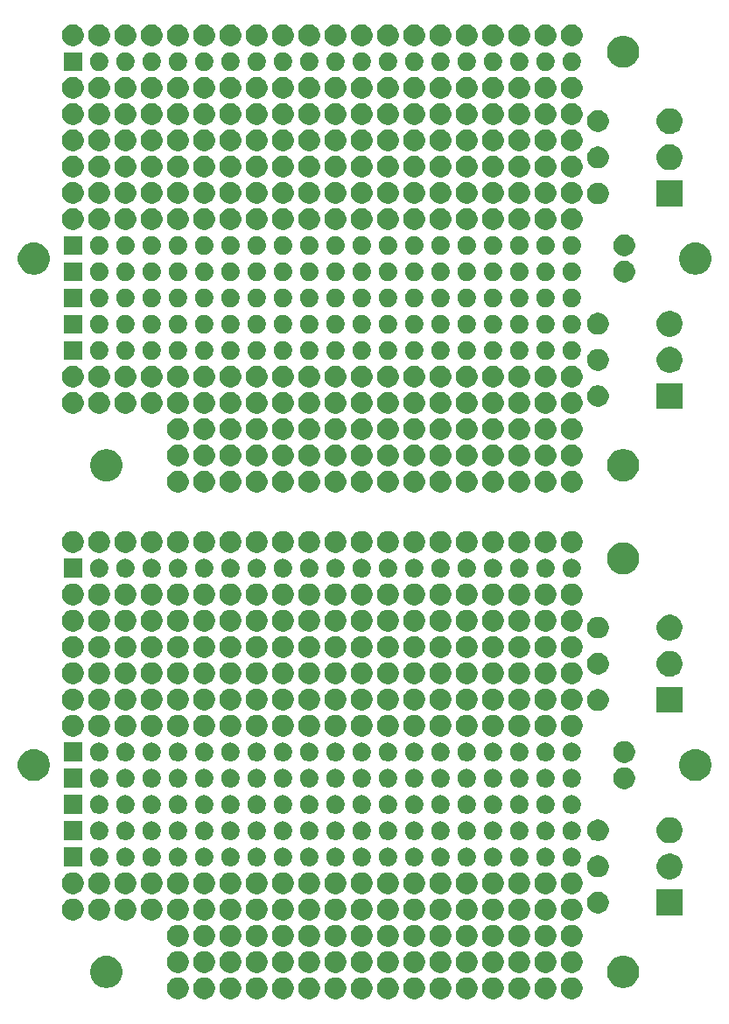
<source format=gbr>
G04 #@! TF.GenerationSoftware,KiCad,Pcbnew,5.1.5+dfsg1-2build2*
G04 #@! TF.CreationDate,2021-11-16T14:52:41-05:00*
G04 #@! TF.ProjectId,,58585858-5858-4585-9858-585858585858,rev?*
G04 #@! TF.SameCoordinates,Original*
G04 #@! TF.FileFunction,Soldermask,Top*
G04 #@! TF.FilePolarity,Negative*
%FSLAX46Y46*%
G04 Gerber Fmt 4.6, Leading zero omitted, Abs format (unit mm)*
G04 Created by KiCad (PCBNEW 5.1.5+dfsg1-2build2) date 2021-11-16 14:52:41*
%MOMM*%
%LPD*%
G04 APERTURE LIST*
%ADD10C,0.100000*%
G04 APERTURE END LIST*
D10*
G36*
X170488464Y-141844289D02*
G01*
X170679733Y-141923515D01*
X170679735Y-141923516D01*
X170851873Y-142038535D01*
X170998265Y-142184927D01*
X171044154Y-142253604D01*
X171113285Y-142357067D01*
X171192511Y-142548336D01*
X171232900Y-142751384D01*
X171232900Y-142958416D01*
X171192511Y-143161464D01*
X171113285Y-143352733D01*
X171113284Y-143352735D01*
X170998265Y-143524873D01*
X170851873Y-143671265D01*
X170679735Y-143786284D01*
X170679734Y-143786285D01*
X170679733Y-143786285D01*
X170488464Y-143865511D01*
X170285416Y-143905900D01*
X170078384Y-143905900D01*
X169875336Y-143865511D01*
X169684067Y-143786285D01*
X169684066Y-143786285D01*
X169684065Y-143786284D01*
X169511927Y-143671265D01*
X169365535Y-143524873D01*
X169250516Y-143352735D01*
X169250515Y-143352733D01*
X169171289Y-143161464D01*
X169130900Y-142958416D01*
X169130900Y-142751384D01*
X169171289Y-142548336D01*
X169250515Y-142357067D01*
X169319647Y-142253604D01*
X169365535Y-142184927D01*
X169511927Y-142038535D01*
X169684065Y-141923516D01*
X169684067Y-141923515D01*
X169875336Y-141844289D01*
X170078384Y-141803900D01*
X170285416Y-141803900D01*
X170488464Y-141844289D01*
G37*
G36*
X160328464Y-141844289D02*
G01*
X160519733Y-141923515D01*
X160519735Y-141923516D01*
X160691873Y-142038535D01*
X160838265Y-142184927D01*
X160884154Y-142253604D01*
X160953285Y-142357067D01*
X161032511Y-142548336D01*
X161072900Y-142751384D01*
X161072900Y-142958416D01*
X161032511Y-143161464D01*
X160953285Y-143352733D01*
X160953284Y-143352735D01*
X160838265Y-143524873D01*
X160691873Y-143671265D01*
X160519735Y-143786284D01*
X160519734Y-143786285D01*
X160519733Y-143786285D01*
X160328464Y-143865511D01*
X160125416Y-143905900D01*
X159918384Y-143905900D01*
X159715336Y-143865511D01*
X159524067Y-143786285D01*
X159524066Y-143786285D01*
X159524065Y-143786284D01*
X159351927Y-143671265D01*
X159205535Y-143524873D01*
X159090516Y-143352735D01*
X159090515Y-143352733D01*
X159011289Y-143161464D01*
X158970900Y-142958416D01*
X158970900Y-142751384D01*
X159011289Y-142548336D01*
X159090515Y-142357067D01*
X159159647Y-142253604D01*
X159205535Y-142184927D01*
X159351927Y-142038535D01*
X159524065Y-141923516D01*
X159524067Y-141923515D01*
X159715336Y-141844289D01*
X159918384Y-141803900D01*
X160125416Y-141803900D01*
X160328464Y-141844289D01*
G37*
G36*
X155248464Y-141844289D02*
G01*
X155439733Y-141923515D01*
X155439735Y-141923516D01*
X155611873Y-142038535D01*
X155758265Y-142184927D01*
X155804154Y-142253604D01*
X155873285Y-142357067D01*
X155952511Y-142548336D01*
X155992900Y-142751384D01*
X155992900Y-142958416D01*
X155952511Y-143161464D01*
X155873285Y-143352733D01*
X155873284Y-143352735D01*
X155758265Y-143524873D01*
X155611873Y-143671265D01*
X155439735Y-143786284D01*
X155439734Y-143786285D01*
X155439733Y-143786285D01*
X155248464Y-143865511D01*
X155045416Y-143905900D01*
X154838384Y-143905900D01*
X154635336Y-143865511D01*
X154444067Y-143786285D01*
X154444066Y-143786285D01*
X154444065Y-143786284D01*
X154271927Y-143671265D01*
X154125535Y-143524873D01*
X154010516Y-143352735D01*
X154010515Y-143352733D01*
X153931289Y-143161464D01*
X153890900Y-142958416D01*
X153890900Y-142751384D01*
X153931289Y-142548336D01*
X154010515Y-142357067D01*
X154079647Y-142253604D01*
X154125535Y-142184927D01*
X154271927Y-142038535D01*
X154444065Y-141923516D01*
X154444067Y-141923515D01*
X154635336Y-141844289D01*
X154838384Y-141803900D01*
X155045416Y-141803900D01*
X155248464Y-141844289D01*
G37*
G36*
X165408464Y-141844289D02*
G01*
X165599733Y-141923515D01*
X165599735Y-141923516D01*
X165771873Y-142038535D01*
X165918265Y-142184927D01*
X165964154Y-142253604D01*
X166033285Y-142357067D01*
X166112511Y-142548336D01*
X166152900Y-142751384D01*
X166152900Y-142958416D01*
X166112511Y-143161464D01*
X166033285Y-143352733D01*
X166033284Y-143352735D01*
X165918265Y-143524873D01*
X165771873Y-143671265D01*
X165599735Y-143786284D01*
X165599734Y-143786285D01*
X165599733Y-143786285D01*
X165408464Y-143865511D01*
X165205416Y-143905900D01*
X164998384Y-143905900D01*
X164795336Y-143865511D01*
X164604067Y-143786285D01*
X164604066Y-143786285D01*
X164604065Y-143786284D01*
X164431927Y-143671265D01*
X164285535Y-143524873D01*
X164170516Y-143352735D01*
X164170515Y-143352733D01*
X164091289Y-143161464D01*
X164050900Y-142958416D01*
X164050900Y-142751384D01*
X164091289Y-142548336D01*
X164170515Y-142357067D01*
X164239647Y-142253604D01*
X164285535Y-142184927D01*
X164431927Y-142038535D01*
X164604065Y-141923516D01*
X164604067Y-141923515D01*
X164795336Y-141844289D01*
X164998384Y-141803900D01*
X165205416Y-141803900D01*
X165408464Y-141844289D01*
G37*
G36*
X162868464Y-141844289D02*
G01*
X163059733Y-141923515D01*
X163059735Y-141923516D01*
X163231873Y-142038535D01*
X163378265Y-142184927D01*
X163424154Y-142253604D01*
X163493285Y-142357067D01*
X163572511Y-142548336D01*
X163612900Y-142751384D01*
X163612900Y-142958416D01*
X163572511Y-143161464D01*
X163493285Y-143352733D01*
X163493284Y-143352735D01*
X163378265Y-143524873D01*
X163231873Y-143671265D01*
X163059735Y-143786284D01*
X163059734Y-143786285D01*
X163059733Y-143786285D01*
X162868464Y-143865511D01*
X162665416Y-143905900D01*
X162458384Y-143905900D01*
X162255336Y-143865511D01*
X162064067Y-143786285D01*
X162064066Y-143786285D01*
X162064065Y-143786284D01*
X161891927Y-143671265D01*
X161745535Y-143524873D01*
X161630516Y-143352735D01*
X161630515Y-143352733D01*
X161551289Y-143161464D01*
X161510900Y-142958416D01*
X161510900Y-142751384D01*
X161551289Y-142548336D01*
X161630515Y-142357067D01*
X161699647Y-142253604D01*
X161745535Y-142184927D01*
X161891927Y-142038535D01*
X162064065Y-141923516D01*
X162064067Y-141923515D01*
X162255336Y-141844289D01*
X162458384Y-141803900D01*
X162665416Y-141803900D01*
X162868464Y-141844289D01*
G37*
G36*
X167948464Y-141844289D02*
G01*
X168139733Y-141923515D01*
X168139735Y-141923516D01*
X168311873Y-142038535D01*
X168458265Y-142184927D01*
X168504154Y-142253604D01*
X168573285Y-142357067D01*
X168652511Y-142548336D01*
X168692900Y-142751384D01*
X168692900Y-142958416D01*
X168652511Y-143161464D01*
X168573285Y-143352733D01*
X168573284Y-143352735D01*
X168458265Y-143524873D01*
X168311873Y-143671265D01*
X168139735Y-143786284D01*
X168139734Y-143786285D01*
X168139733Y-143786285D01*
X167948464Y-143865511D01*
X167745416Y-143905900D01*
X167538384Y-143905900D01*
X167335336Y-143865511D01*
X167144067Y-143786285D01*
X167144066Y-143786285D01*
X167144065Y-143786284D01*
X166971927Y-143671265D01*
X166825535Y-143524873D01*
X166710516Y-143352735D01*
X166710515Y-143352733D01*
X166631289Y-143161464D01*
X166590900Y-142958416D01*
X166590900Y-142751384D01*
X166631289Y-142548336D01*
X166710515Y-142357067D01*
X166779647Y-142253604D01*
X166825535Y-142184927D01*
X166971927Y-142038535D01*
X167144065Y-141923516D01*
X167144067Y-141923515D01*
X167335336Y-141844289D01*
X167538384Y-141803900D01*
X167745416Y-141803900D01*
X167948464Y-141844289D01*
G37*
G36*
X150168464Y-141844289D02*
G01*
X150359733Y-141923515D01*
X150359735Y-141923516D01*
X150531873Y-142038535D01*
X150678265Y-142184927D01*
X150724154Y-142253604D01*
X150793285Y-142357067D01*
X150872511Y-142548336D01*
X150912900Y-142751384D01*
X150912900Y-142958416D01*
X150872511Y-143161464D01*
X150793285Y-143352733D01*
X150793284Y-143352735D01*
X150678265Y-143524873D01*
X150531873Y-143671265D01*
X150359735Y-143786284D01*
X150359734Y-143786285D01*
X150359733Y-143786285D01*
X150168464Y-143865511D01*
X149965416Y-143905900D01*
X149758384Y-143905900D01*
X149555336Y-143865511D01*
X149364067Y-143786285D01*
X149364066Y-143786285D01*
X149364065Y-143786284D01*
X149191927Y-143671265D01*
X149045535Y-143524873D01*
X148930516Y-143352735D01*
X148930515Y-143352733D01*
X148851289Y-143161464D01*
X148810900Y-142958416D01*
X148810900Y-142751384D01*
X148851289Y-142548336D01*
X148930515Y-142357067D01*
X148999647Y-142253604D01*
X149045535Y-142184927D01*
X149191927Y-142038535D01*
X149364065Y-141923516D01*
X149364067Y-141923515D01*
X149555336Y-141844289D01*
X149758384Y-141803900D01*
X149965416Y-141803900D01*
X150168464Y-141844289D01*
G37*
G36*
X157788464Y-141844289D02*
G01*
X157979733Y-141923515D01*
X157979735Y-141923516D01*
X158151873Y-142038535D01*
X158298265Y-142184927D01*
X158344154Y-142253604D01*
X158413285Y-142357067D01*
X158492511Y-142548336D01*
X158532900Y-142751384D01*
X158532900Y-142958416D01*
X158492511Y-143161464D01*
X158413285Y-143352733D01*
X158413284Y-143352735D01*
X158298265Y-143524873D01*
X158151873Y-143671265D01*
X157979735Y-143786284D01*
X157979734Y-143786285D01*
X157979733Y-143786285D01*
X157788464Y-143865511D01*
X157585416Y-143905900D01*
X157378384Y-143905900D01*
X157175336Y-143865511D01*
X156984067Y-143786285D01*
X156984066Y-143786285D01*
X156984065Y-143786284D01*
X156811927Y-143671265D01*
X156665535Y-143524873D01*
X156550516Y-143352735D01*
X156550515Y-143352733D01*
X156471289Y-143161464D01*
X156430900Y-142958416D01*
X156430900Y-142751384D01*
X156471289Y-142548336D01*
X156550515Y-142357067D01*
X156619647Y-142253604D01*
X156665535Y-142184927D01*
X156811927Y-142038535D01*
X156984065Y-141923516D01*
X156984067Y-141923515D01*
X157175336Y-141844289D01*
X157378384Y-141803900D01*
X157585416Y-141803900D01*
X157788464Y-141844289D01*
G37*
G36*
X152708464Y-141844289D02*
G01*
X152899733Y-141923515D01*
X152899735Y-141923516D01*
X153071873Y-142038535D01*
X153218265Y-142184927D01*
X153264154Y-142253604D01*
X153333285Y-142357067D01*
X153412511Y-142548336D01*
X153452900Y-142751384D01*
X153452900Y-142958416D01*
X153412511Y-143161464D01*
X153333285Y-143352733D01*
X153333284Y-143352735D01*
X153218265Y-143524873D01*
X153071873Y-143671265D01*
X152899735Y-143786284D01*
X152899734Y-143786285D01*
X152899733Y-143786285D01*
X152708464Y-143865511D01*
X152505416Y-143905900D01*
X152298384Y-143905900D01*
X152095336Y-143865511D01*
X151904067Y-143786285D01*
X151904066Y-143786285D01*
X151904065Y-143786284D01*
X151731927Y-143671265D01*
X151585535Y-143524873D01*
X151470516Y-143352735D01*
X151470515Y-143352733D01*
X151391289Y-143161464D01*
X151350900Y-142958416D01*
X151350900Y-142751384D01*
X151391289Y-142548336D01*
X151470515Y-142357067D01*
X151539647Y-142253604D01*
X151585535Y-142184927D01*
X151731927Y-142038535D01*
X151904065Y-141923516D01*
X151904067Y-141923515D01*
X152095336Y-141844289D01*
X152298384Y-141803900D01*
X152505416Y-141803900D01*
X152708464Y-141844289D01*
G37*
G36*
X145088464Y-141844289D02*
G01*
X145279733Y-141923515D01*
X145279735Y-141923516D01*
X145451873Y-142038535D01*
X145598265Y-142184927D01*
X145644154Y-142253604D01*
X145713285Y-142357067D01*
X145792511Y-142548336D01*
X145832900Y-142751384D01*
X145832900Y-142958416D01*
X145792511Y-143161464D01*
X145713285Y-143352733D01*
X145713284Y-143352735D01*
X145598265Y-143524873D01*
X145451873Y-143671265D01*
X145279735Y-143786284D01*
X145279734Y-143786285D01*
X145279733Y-143786285D01*
X145088464Y-143865511D01*
X144885416Y-143905900D01*
X144678384Y-143905900D01*
X144475336Y-143865511D01*
X144284067Y-143786285D01*
X144284066Y-143786285D01*
X144284065Y-143786284D01*
X144111927Y-143671265D01*
X143965535Y-143524873D01*
X143850516Y-143352735D01*
X143850515Y-143352733D01*
X143771289Y-143161464D01*
X143730900Y-142958416D01*
X143730900Y-142751384D01*
X143771289Y-142548336D01*
X143850515Y-142357067D01*
X143919647Y-142253604D01*
X143965535Y-142184927D01*
X144111927Y-142038535D01*
X144284065Y-141923516D01*
X144284067Y-141923515D01*
X144475336Y-141844289D01*
X144678384Y-141803900D01*
X144885416Y-141803900D01*
X145088464Y-141844289D01*
G37*
G36*
X142548464Y-141844289D02*
G01*
X142739733Y-141923515D01*
X142739735Y-141923516D01*
X142911873Y-142038535D01*
X143058265Y-142184927D01*
X143104154Y-142253604D01*
X143173285Y-142357067D01*
X143252511Y-142548336D01*
X143292900Y-142751384D01*
X143292900Y-142958416D01*
X143252511Y-143161464D01*
X143173285Y-143352733D01*
X143173284Y-143352735D01*
X143058265Y-143524873D01*
X142911873Y-143671265D01*
X142739735Y-143786284D01*
X142739734Y-143786285D01*
X142739733Y-143786285D01*
X142548464Y-143865511D01*
X142345416Y-143905900D01*
X142138384Y-143905900D01*
X141935336Y-143865511D01*
X141744067Y-143786285D01*
X141744066Y-143786285D01*
X141744065Y-143786284D01*
X141571927Y-143671265D01*
X141425535Y-143524873D01*
X141310516Y-143352735D01*
X141310515Y-143352733D01*
X141231289Y-143161464D01*
X141190900Y-142958416D01*
X141190900Y-142751384D01*
X141231289Y-142548336D01*
X141310515Y-142357067D01*
X141379647Y-142253604D01*
X141425535Y-142184927D01*
X141571927Y-142038535D01*
X141744065Y-141923516D01*
X141744067Y-141923515D01*
X141935336Y-141844289D01*
X142138384Y-141803900D01*
X142345416Y-141803900D01*
X142548464Y-141844289D01*
G37*
G36*
X140008464Y-141844289D02*
G01*
X140199733Y-141923515D01*
X140199735Y-141923516D01*
X140371873Y-142038535D01*
X140518265Y-142184927D01*
X140564154Y-142253604D01*
X140633285Y-142357067D01*
X140712511Y-142548336D01*
X140752900Y-142751384D01*
X140752900Y-142958416D01*
X140712511Y-143161464D01*
X140633285Y-143352733D01*
X140633284Y-143352735D01*
X140518265Y-143524873D01*
X140371873Y-143671265D01*
X140199735Y-143786284D01*
X140199734Y-143786285D01*
X140199733Y-143786285D01*
X140008464Y-143865511D01*
X139805416Y-143905900D01*
X139598384Y-143905900D01*
X139395336Y-143865511D01*
X139204067Y-143786285D01*
X139204066Y-143786285D01*
X139204065Y-143786284D01*
X139031927Y-143671265D01*
X138885535Y-143524873D01*
X138770516Y-143352735D01*
X138770515Y-143352733D01*
X138691289Y-143161464D01*
X138650900Y-142958416D01*
X138650900Y-142751384D01*
X138691289Y-142548336D01*
X138770515Y-142357067D01*
X138839647Y-142253604D01*
X138885535Y-142184927D01*
X139031927Y-142038535D01*
X139204065Y-141923516D01*
X139204067Y-141923515D01*
X139395336Y-141844289D01*
X139598384Y-141803900D01*
X139805416Y-141803900D01*
X140008464Y-141844289D01*
G37*
G36*
X137468464Y-141844289D02*
G01*
X137659733Y-141923515D01*
X137659735Y-141923516D01*
X137831873Y-142038535D01*
X137978265Y-142184927D01*
X138024154Y-142253604D01*
X138093285Y-142357067D01*
X138172511Y-142548336D01*
X138212900Y-142751384D01*
X138212900Y-142958416D01*
X138172511Y-143161464D01*
X138093285Y-143352733D01*
X138093284Y-143352735D01*
X137978265Y-143524873D01*
X137831873Y-143671265D01*
X137659735Y-143786284D01*
X137659734Y-143786285D01*
X137659733Y-143786285D01*
X137468464Y-143865511D01*
X137265416Y-143905900D01*
X137058384Y-143905900D01*
X136855336Y-143865511D01*
X136664067Y-143786285D01*
X136664066Y-143786285D01*
X136664065Y-143786284D01*
X136491927Y-143671265D01*
X136345535Y-143524873D01*
X136230516Y-143352735D01*
X136230515Y-143352733D01*
X136151289Y-143161464D01*
X136110900Y-142958416D01*
X136110900Y-142751384D01*
X136151289Y-142548336D01*
X136230515Y-142357067D01*
X136299647Y-142253604D01*
X136345535Y-142184927D01*
X136491927Y-142038535D01*
X136664065Y-141923516D01*
X136664067Y-141923515D01*
X136855336Y-141844289D01*
X137058384Y-141803900D01*
X137265416Y-141803900D01*
X137468464Y-141844289D01*
G37*
G36*
X134928464Y-141844289D02*
G01*
X135119733Y-141923515D01*
X135119735Y-141923516D01*
X135291873Y-142038535D01*
X135438265Y-142184927D01*
X135484154Y-142253604D01*
X135553285Y-142357067D01*
X135632511Y-142548336D01*
X135672900Y-142751384D01*
X135672900Y-142958416D01*
X135632511Y-143161464D01*
X135553285Y-143352733D01*
X135553284Y-143352735D01*
X135438265Y-143524873D01*
X135291873Y-143671265D01*
X135119735Y-143786284D01*
X135119734Y-143786285D01*
X135119733Y-143786285D01*
X134928464Y-143865511D01*
X134725416Y-143905900D01*
X134518384Y-143905900D01*
X134315336Y-143865511D01*
X134124067Y-143786285D01*
X134124066Y-143786285D01*
X134124065Y-143786284D01*
X133951927Y-143671265D01*
X133805535Y-143524873D01*
X133690516Y-143352735D01*
X133690515Y-143352733D01*
X133611289Y-143161464D01*
X133570900Y-142958416D01*
X133570900Y-142751384D01*
X133611289Y-142548336D01*
X133690515Y-142357067D01*
X133759647Y-142253604D01*
X133805535Y-142184927D01*
X133951927Y-142038535D01*
X134124065Y-141923516D01*
X134124067Y-141923515D01*
X134315336Y-141844289D01*
X134518384Y-141803900D01*
X134725416Y-141803900D01*
X134928464Y-141844289D01*
G37*
G36*
X132388464Y-141844289D02*
G01*
X132579733Y-141923515D01*
X132579735Y-141923516D01*
X132751873Y-142038535D01*
X132898265Y-142184927D01*
X132944154Y-142253604D01*
X133013285Y-142357067D01*
X133092511Y-142548336D01*
X133132900Y-142751384D01*
X133132900Y-142958416D01*
X133092511Y-143161464D01*
X133013285Y-143352733D01*
X133013284Y-143352735D01*
X132898265Y-143524873D01*
X132751873Y-143671265D01*
X132579735Y-143786284D01*
X132579734Y-143786285D01*
X132579733Y-143786285D01*
X132388464Y-143865511D01*
X132185416Y-143905900D01*
X131978384Y-143905900D01*
X131775336Y-143865511D01*
X131584067Y-143786285D01*
X131584066Y-143786285D01*
X131584065Y-143786284D01*
X131411927Y-143671265D01*
X131265535Y-143524873D01*
X131150516Y-143352735D01*
X131150515Y-143352733D01*
X131071289Y-143161464D01*
X131030900Y-142958416D01*
X131030900Y-142751384D01*
X131071289Y-142548336D01*
X131150515Y-142357067D01*
X131219647Y-142253604D01*
X131265535Y-142184927D01*
X131411927Y-142038535D01*
X131584065Y-141923516D01*
X131584067Y-141923515D01*
X131775336Y-141844289D01*
X131978384Y-141803900D01*
X132185416Y-141803900D01*
X132388464Y-141844289D01*
G37*
G36*
X147628464Y-141844289D02*
G01*
X147819733Y-141923515D01*
X147819735Y-141923516D01*
X147991873Y-142038535D01*
X148138265Y-142184927D01*
X148184154Y-142253604D01*
X148253285Y-142357067D01*
X148332511Y-142548336D01*
X148372900Y-142751384D01*
X148372900Y-142958416D01*
X148332511Y-143161464D01*
X148253285Y-143352733D01*
X148253284Y-143352735D01*
X148138265Y-143524873D01*
X147991873Y-143671265D01*
X147819735Y-143786284D01*
X147819734Y-143786285D01*
X147819733Y-143786285D01*
X147628464Y-143865511D01*
X147425416Y-143905900D01*
X147218384Y-143905900D01*
X147015336Y-143865511D01*
X146824067Y-143786285D01*
X146824066Y-143786285D01*
X146824065Y-143786284D01*
X146651927Y-143671265D01*
X146505535Y-143524873D01*
X146390516Y-143352735D01*
X146390515Y-143352733D01*
X146311289Y-143161464D01*
X146270900Y-142958416D01*
X146270900Y-142751384D01*
X146311289Y-142548336D01*
X146390515Y-142357067D01*
X146459647Y-142253604D01*
X146505535Y-142184927D01*
X146651927Y-142038535D01*
X146824065Y-141923516D01*
X146824067Y-141923515D01*
X147015336Y-141844289D01*
X147218384Y-141803900D01*
X147425416Y-141803900D01*
X147628464Y-141844289D01*
G37*
G36*
X125464485Y-139743702D02*
G01*
X125614310Y-139773504D01*
X125896574Y-139890421D01*
X126150605Y-140060159D01*
X126366641Y-140276195D01*
X126536379Y-140530226D01*
X126653296Y-140812490D01*
X126712900Y-141112140D01*
X126712900Y-141417660D01*
X126653296Y-141717310D01*
X126536379Y-141999574D01*
X126366641Y-142253605D01*
X126150605Y-142469641D01*
X125896574Y-142639379D01*
X125614310Y-142756296D01*
X125464485Y-142786098D01*
X125314661Y-142815900D01*
X125009139Y-142815900D01*
X124859315Y-142786098D01*
X124709490Y-142756296D01*
X124427226Y-142639379D01*
X124173195Y-142469641D01*
X123957159Y-142253605D01*
X123787421Y-141999574D01*
X123670504Y-141717310D01*
X123610900Y-141417660D01*
X123610900Y-141112140D01*
X123670504Y-140812490D01*
X123787421Y-140530226D01*
X123957159Y-140276195D01*
X124173195Y-140060159D01*
X124427226Y-139890421D01*
X124709490Y-139773504D01*
X124859315Y-139743702D01*
X125009139Y-139713900D01*
X125314661Y-139713900D01*
X125464485Y-139743702D01*
G37*
G36*
X175464485Y-139743702D02*
G01*
X175614310Y-139773504D01*
X175896574Y-139890421D01*
X176150605Y-140060159D01*
X176366641Y-140276195D01*
X176536379Y-140530226D01*
X176653296Y-140812490D01*
X176712900Y-141112140D01*
X176712900Y-141417660D01*
X176653296Y-141717310D01*
X176536379Y-141999574D01*
X176366641Y-142253605D01*
X176150605Y-142469641D01*
X175896574Y-142639379D01*
X175614310Y-142756296D01*
X175464485Y-142786098D01*
X175314661Y-142815900D01*
X175009139Y-142815900D01*
X174859315Y-142786098D01*
X174709490Y-142756296D01*
X174427226Y-142639379D01*
X174173195Y-142469641D01*
X173957159Y-142253605D01*
X173787421Y-141999574D01*
X173670504Y-141717310D01*
X173610900Y-141417660D01*
X173610900Y-141112140D01*
X173670504Y-140812490D01*
X173787421Y-140530226D01*
X173957159Y-140276195D01*
X174173195Y-140060159D01*
X174427226Y-139890421D01*
X174709490Y-139773504D01*
X174859315Y-139743702D01*
X175009139Y-139713900D01*
X175314661Y-139713900D01*
X175464485Y-139743702D01*
G37*
G36*
X162868464Y-139304289D02*
G01*
X163059733Y-139383515D01*
X163059735Y-139383516D01*
X163231873Y-139498535D01*
X163378265Y-139644927D01*
X163493285Y-139817067D01*
X163572511Y-140008336D01*
X163612900Y-140211384D01*
X163612900Y-140418416D01*
X163572511Y-140621464D01*
X163493385Y-140812491D01*
X163493284Y-140812735D01*
X163378265Y-140984873D01*
X163231873Y-141131265D01*
X163059735Y-141246284D01*
X163059734Y-141246285D01*
X163059733Y-141246285D01*
X162868464Y-141325511D01*
X162665416Y-141365900D01*
X162458384Y-141365900D01*
X162255336Y-141325511D01*
X162064067Y-141246285D01*
X162064066Y-141246285D01*
X162064065Y-141246284D01*
X161891927Y-141131265D01*
X161745535Y-140984873D01*
X161630516Y-140812735D01*
X161630415Y-140812491D01*
X161551289Y-140621464D01*
X161510900Y-140418416D01*
X161510900Y-140211384D01*
X161551289Y-140008336D01*
X161630515Y-139817067D01*
X161745535Y-139644927D01*
X161891927Y-139498535D01*
X162064065Y-139383516D01*
X162064067Y-139383515D01*
X162255336Y-139304289D01*
X162458384Y-139263900D01*
X162665416Y-139263900D01*
X162868464Y-139304289D01*
G37*
G36*
X134928464Y-139304289D02*
G01*
X135119733Y-139383515D01*
X135119735Y-139383516D01*
X135291873Y-139498535D01*
X135438265Y-139644927D01*
X135553285Y-139817067D01*
X135632511Y-140008336D01*
X135672900Y-140211384D01*
X135672900Y-140418416D01*
X135632511Y-140621464D01*
X135553385Y-140812491D01*
X135553284Y-140812735D01*
X135438265Y-140984873D01*
X135291873Y-141131265D01*
X135119735Y-141246284D01*
X135119734Y-141246285D01*
X135119733Y-141246285D01*
X134928464Y-141325511D01*
X134725416Y-141365900D01*
X134518384Y-141365900D01*
X134315336Y-141325511D01*
X134124067Y-141246285D01*
X134124066Y-141246285D01*
X134124065Y-141246284D01*
X133951927Y-141131265D01*
X133805535Y-140984873D01*
X133690516Y-140812735D01*
X133690415Y-140812491D01*
X133611289Y-140621464D01*
X133570900Y-140418416D01*
X133570900Y-140211384D01*
X133611289Y-140008336D01*
X133690515Y-139817067D01*
X133805535Y-139644927D01*
X133951927Y-139498535D01*
X134124065Y-139383516D01*
X134124067Y-139383515D01*
X134315336Y-139304289D01*
X134518384Y-139263900D01*
X134725416Y-139263900D01*
X134928464Y-139304289D01*
G37*
G36*
X170488464Y-139304289D02*
G01*
X170679733Y-139383515D01*
X170679735Y-139383516D01*
X170851873Y-139498535D01*
X170998265Y-139644927D01*
X171113285Y-139817067D01*
X171192511Y-140008336D01*
X171232900Y-140211384D01*
X171232900Y-140418416D01*
X171192511Y-140621464D01*
X171113385Y-140812491D01*
X171113284Y-140812735D01*
X170998265Y-140984873D01*
X170851873Y-141131265D01*
X170679735Y-141246284D01*
X170679734Y-141246285D01*
X170679733Y-141246285D01*
X170488464Y-141325511D01*
X170285416Y-141365900D01*
X170078384Y-141365900D01*
X169875336Y-141325511D01*
X169684067Y-141246285D01*
X169684066Y-141246285D01*
X169684065Y-141246284D01*
X169511927Y-141131265D01*
X169365535Y-140984873D01*
X169250516Y-140812735D01*
X169250415Y-140812491D01*
X169171289Y-140621464D01*
X169130900Y-140418416D01*
X169130900Y-140211384D01*
X169171289Y-140008336D01*
X169250515Y-139817067D01*
X169365535Y-139644927D01*
X169511927Y-139498535D01*
X169684065Y-139383516D01*
X169684067Y-139383515D01*
X169875336Y-139304289D01*
X170078384Y-139263900D01*
X170285416Y-139263900D01*
X170488464Y-139304289D01*
G37*
G36*
X165408464Y-139304289D02*
G01*
X165599733Y-139383515D01*
X165599735Y-139383516D01*
X165771873Y-139498535D01*
X165918265Y-139644927D01*
X166033285Y-139817067D01*
X166112511Y-140008336D01*
X166152900Y-140211384D01*
X166152900Y-140418416D01*
X166112511Y-140621464D01*
X166033385Y-140812491D01*
X166033284Y-140812735D01*
X165918265Y-140984873D01*
X165771873Y-141131265D01*
X165599735Y-141246284D01*
X165599734Y-141246285D01*
X165599733Y-141246285D01*
X165408464Y-141325511D01*
X165205416Y-141365900D01*
X164998384Y-141365900D01*
X164795336Y-141325511D01*
X164604067Y-141246285D01*
X164604066Y-141246285D01*
X164604065Y-141246284D01*
X164431927Y-141131265D01*
X164285535Y-140984873D01*
X164170516Y-140812735D01*
X164170415Y-140812491D01*
X164091289Y-140621464D01*
X164050900Y-140418416D01*
X164050900Y-140211384D01*
X164091289Y-140008336D01*
X164170515Y-139817067D01*
X164285535Y-139644927D01*
X164431927Y-139498535D01*
X164604065Y-139383516D01*
X164604067Y-139383515D01*
X164795336Y-139304289D01*
X164998384Y-139263900D01*
X165205416Y-139263900D01*
X165408464Y-139304289D01*
G37*
G36*
X160328464Y-139304289D02*
G01*
X160519733Y-139383515D01*
X160519735Y-139383516D01*
X160691873Y-139498535D01*
X160838265Y-139644927D01*
X160953285Y-139817067D01*
X161032511Y-140008336D01*
X161072900Y-140211384D01*
X161072900Y-140418416D01*
X161032511Y-140621464D01*
X160953385Y-140812491D01*
X160953284Y-140812735D01*
X160838265Y-140984873D01*
X160691873Y-141131265D01*
X160519735Y-141246284D01*
X160519734Y-141246285D01*
X160519733Y-141246285D01*
X160328464Y-141325511D01*
X160125416Y-141365900D01*
X159918384Y-141365900D01*
X159715336Y-141325511D01*
X159524067Y-141246285D01*
X159524066Y-141246285D01*
X159524065Y-141246284D01*
X159351927Y-141131265D01*
X159205535Y-140984873D01*
X159090516Y-140812735D01*
X159090415Y-140812491D01*
X159011289Y-140621464D01*
X158970900Y-140418416D01*
X158970900Y-140211384D01*
X159011289Y-140008336D01*
X159090515Y-139817067D01*
X159205535Y-139644927D01*
X159351927Y-139498535D01*
X159524065Y-139383516D01*
X159524067Y-139383515D01*
X159715336Y-139304289D01*
X159918384Y-139263900D01*
X160125416Y-139263900D01*
X160328464Y-139304289D01*
G37*
G36*
X155248464Y-139304289D02*
G01*
X155439733Y-139383515D01*
X155439735Y-139383516D01*
X155611873Y-139498535D01*
X155758265Y-139644927D01*
X155873285Y-139817067D01*
X155952511Y-140008336D01*
X155992900Y-140211384D01*
X155992900Y-140418416D01*
X155952511Y-140621464D01*
X155873385Y-140812491D01*
X155873284Y-140812735D01*
X155758265Y-140984873D01*
X155611873Y-141131265D01*
X155439735Y-141246284D01*
X155439734Y-141246285D01*
X155439733Y-141246285D01*
X155248464Y-141325511D01*
X155045416Y-141365900D01*
X154838384Y-141365900D01*
X154635336Y-141325511D01*
X154444067Y-141246285D01*
X154444066Y-141246285D01*
X154444065Y-141246284D01*
X154271927Y-141131265D01*
X154125535Y-140984873D01*
X154010516Y-140812735D01*
X154010415Y-140812491D01*
X153931289Y-140621464D01*
X153890900Y-140418416D01*
X153890900Y-140211384D01*
X153931289Y-140008336D01*
X154010515Y-139817067D01*
X154125535Y-139644927D01*
X154271927Y-139498535D01*
X154444065Y-139383516D01*
X154444067Y-139383515D01*
X154635336Y-139304289D01*
X154838384Y-139263900D01*
X155045416Y-139263900D01*
X155248464Y-139304289D01*
G37*
G36*
X152708464Y-139304289D02*
G01*
X152899733Y-139383515D01*
X152899735Y-139383516D01*
X153071873Y-139498535D01*
X153218265Y-139644927D01*
X153333285Y-139817067D01*
X153412511Y-140008336D01*
X153452900Y-140211384D01*
X153452900Y-140418416D01*
X153412511Y-140621464D01*
X153333385Y-140812491D01*
X153333284Y-140812735D01*
X153218265Y-140984873D01*
X153071873Y-141131265D01*
X152899735Y-141246284D01*
X152899734Y-141246285D01*
X152899733Y-141246285D01*
X152708464Y-141325511D01*
X152505416Y-141365900D01*
X152298384Y-141365900D01*
X152095336Y-141325511D01*
X151904067Y-141246285D01*
X151904066Y-141246285D01*
X151904065Y-141246284D01*
X151731927Y-141131265D01*
X151585535Y-140984873D01*
X151470516Y-140812735D01*
X151470415Y-140812491D01*
X151391289Y-140621464D01*
X151350900Y-140418416D01*
X151350900Y-140211384D01*
X151391289Y-140008336D01*
X151470515Y-139817067D01*
X151585535Y-139644927D01*
X151731927Y-139498535D01*
X151904065Y-139383516D01*
X151904067Y-139383515D01*
X152095336Y-139304289D01*
X152298384Y-139263900D01*
X152505416Y-139263900D01*
X152708464Y-139304289D01*
G37*
G36*
X150168464Y-139304289D02*
G01*
X150359733Y-139383515D01*
X150359735Y-139383516D01*
X150531873Y-139498535D01*
X150678265Y-139644927D01*
X150793285Y-139817067D01*
X150872511Y-140008336D01*
X150912900Y-140211384D01*
X150912900Y-140418416D01*
X150872511Y-140621464D01*
X150793385Y-140812491D01*
X150793284Y-140812735D01*
X150678265Y-140984873D01*
X150531873Y-141131265D01*
X150359735Y-141246284D01*
X150359734Y-141246285D01*
X150359733Y-141246285D01*
X150168464Y-141325511D01*
X149965416Y-141365900D01*
X149758384Y-141365900D01*
X149555336Y-141325511D01*
X149364067Y-141246285D01*
X149364066Y-141246285D01*
X149364065Y-141246284D01*
X149191927Y-141131265D01*
X149045535Y-140984873D01*
X148930516Y-140812735D01*
X148930415Y-140812491D01*
X148851289Y-140621464D01*
X148810900Y-140418416D01*
X148810900Y-140211384D01*
X148851289Y-140008336D01*
X148930515Y-139817067D01*
X149045535Y-139644927D01*
X149191927Y-139498535D01*
X149364065Y-139383516D01*
X149364067Y-139383515D01*
X149555336Y-139304289D01*
X149758384Y-139263900D01*
X149965416Y-139263900D01*
X150168464Y-139304289D01*
G37*
G36*
X142548464Y-139304289D02*
G01*
X142739733Y-139383515D01*
X142739735Y-139383516D01*
X142911873Y-139498535D01*
X143058265Y-139644927D01*
X143173285Y-139817067D01*
X143252511Y-140008336D01*
X143292900Y-140211384D01*
X143292900Y-140418416D01*
X143252511Y-140621464D01*
X143173385Y-140812491D01*
X143173284Y-140812735D01*
X143058265Y-140984873D01*
X142911873Y-141131265D01*
X142739735Y-141246284D01*
X142739734Y-141246285D01*
X142739733Y-141246285D01*
X142548464Y-141325511D01*
X142345416Y-141365900D01*
X142138384Y-141365900D01*
X141935336Y-141325511D01*
X141744067Y-141246285D01*
X141744066Y-141246285D01*
X141744065Y-141246284D01*
X141571927Y-141131265D01*
X141425535Y-140984873D01*
X141310516Y-140812735D01*
X141310415Y-140812491D01*
X141231289Y-140621464D01*
X141190900Y-140418416D01*
X141190900Y-140211384D01*
X141231289Y-140008336D01*
X141310515Y-139817067D01*
X141425535Y-139644927D01*
X141571927Y-139498535D01*
X141744065Y-139383516D01*
X141744067Y-139383515D01*
X141935336Y-139304289D01*
X142138384Y-139263900D01*
X142345416Y-139263900D01*
X142548464Y-139304289D01*
G37*
G36*
X140008464Y-139304289D02*
G01*
X140199733Y-139383515D01*
X140199735Y-139383516D01*
X140371873Y-139498535D01*
X140518265Y-139644927D01*
X140633285Y-139817067D01*
X140712511Y-140008336D01*
X140752900Y-140211384D01*
X140752900Y-140418416D01*
X140712511Y-140621464D01*
X140633385Y-140812491D01*
X140633284Y-140812735D01*
X140518265Y-140984873D01*
X140371873Y-141131265D01*
X140199735Y-141246284D01*
X140199734Y-141246285D01*
X140199733Y-141246285D01*
X140008464Y-141325511D01*
X139805416Y-141365900D01*
X139598384Y-141365900D01*
X139395336Y-141325511D01*
X139204067Y-141246285D01*
X139204066Y-141246285D01*
X139204065Y-141246284D01*
X139031927Y-141131265D01*
X138885535Y-140984873D01*
X138770516Y-140812735D01*
X138770415Y-140812491D01*
X138691289Y-140621464D01*
X138650900Y-140418416D01*
X138650900Y-140211384D01*
X138691289Y-140008336D01*
X138770515Y-139817067D01*
X138885535Y-139644927D01*
X139031927Y-139498535D01*
X139204065Y-139383516D01*
X139204067Y-139383515D01*
X139395336Y-139304289D01*
X139598384Y-139263900D01*
X139805416Y-139263900D01*
X140008464Y-139304289D01*
G37*
G36*
X167948464Y-139304289D02*
G01*
X168139733Y-139383515D01*
X168139735Y-139383516D01*
X168311873Y-139498535D01*
X168458265Y-139644927D01*
X168573285Y-139817067D01*
X168652511Y-140008336D01*
X168692900Y-140211384D01*
X168692900Y-140418416D01*
X168652511Y-140621464D01*
X168573385Y-140812491D01*
X168573284Y-140812735D01*
X168458265Y-140984873D01*
X168311873Y-141131265D01*
X168139735Y-141246284D01*
X168139734Y-141246285D01*
X168139733Y-141246285D01*
X167948464Y-141325511D01*
X167745416Y-141365900D01*
X167538384Y-141365900D01*
X167335336Y-141325511D01*
X167144067Y-141246285D01*
X167144066Y-141246285D01*
X167144065Y-141246284D01*
X166971927Y-141131265D01*
X166825535Y-140984873D01*
X166710516Y-140812735D01*
X166710415Y-140812491D01*
X166631289Y-140621464D01*
X166590900Y-140418416D01*
X166590900Y-140211384D01*
X166631289Y-140008336D01*
X166710515Y-139817067D01*
X166825535Y-139644927D01*
X166971927Y-139498535D01*
X167144065Y-139383516D01*
X167144067Y-139383515D01*
X167335336Y-139304289D01*
X167538384Y-139263900D01*
X167745416Y-139263900D01*
X167948464Y-139304289D01*
G37*
G36*
X157788464Y-139304289D02*
G01*
X157979733Y-139383515D01*
X157979735Y-139383516D01*
X158151873Y-139498535D01*
X158298265Y-139644927D01*
X158413285Y-139817067D01*
X158492511Y-140008336D01*
X158532900Y-140211384D01*
X158532900Y-140418416D01*
X158492511Y-140621464D01*
X158413385Y-140812491D01*
X158413284Y-140812735D01*
X158298265Y-140984873D01*
X158151873Y-141131265D01*
X157979735Y-141246284D01*
X157979734Y-141246285D01*
X157979733Y-141246285D01*
X157788464Y-141325511D01*
X157585416Y-141365900D01*
X157378384Y-141365900D01*
X157175336Y-141325511D01*
X156984067Y-141246285D01*
X156984066Y-141246285D01*
X156984065Y-141246284D01*
X156811927Y-141131265D01*
X156665535Y-140984873D01*
X156550516Y-140812735D01*
X156550415Y-140812491D01*
X156471289Y-140621464D01*
X156430900Y-140418416D01*
X156430900Y-140211384D01*
X156471289Y-140008336D01*
X156550515Y-139817067D01*
X156665535Y-139644927D01*
X156811927Y-139498535D01*
X156984065Y-139383516D01*
X156984067Y-139383515D01*
X157175336Y-139304289D01*
X157378384Y-139263900D01*
X157585416Y-139263900D01*
X157788464Y-139304289D01*
G37*
G36*
X137468464Y-139304289D02*
G01*
X137659733Y-139383515D01*
X137659735Y-139383516D01*
X137831873Y-139498535D01*
X137978265Y-139644927D01*
X138093285Y-139817067D01*
X138172511Y-140008336D01*
X138212900Y-140211384D01*
X138212900Y-140418416D01*
X138172511Y-140621464D01*
X138093385Y-140812491D01*
X138093284Y-140812735D01*
X137978265Y-140984873D01*
X137831873Y-141131265D01*
X137659735Y-141246284D01*
X137659734Y-141246285D01*
X137659733Y-141246285D01*
X137468464Y-141325511D01*
X137265416Y-141365900D01*
X137058384Y-141365900D01*
X136855336Y-141325511D01*
X136664067Y-141246285D01*
X136664066Y-141246285D01*
X136664065Y-141246284D01*
X136491927Y-141131265D01*
X136345535Y-140984873D01*
X136230516Y-140812735D01*
X136230415Y-140812491D01*
X136151289Y-140621464D01*
X136110900Y-140418416D01*
X136110900Y-140211384D01*
X136151289Y-140008336D01*
X136230515Y-139817067D01*
X136345535Y-139644927D01*
X136491927Y-139498535D01*
X136664065Y-139383516D01*
X136664067Y-139383515D01*
X136855336Y-139304289D01*
X137058384Y-139263900D01*
X137265416Y-139263900D01*
X137468464Y-139304289D01*
G37*
G36*
X132388464Y-139304289D02*
G01*
X132579733Y-139383515D01*
X132579735Y-139383516D01*
X132751873Y-139498535D01*
X132898265Y-139644927D01*
X133013285Y-139817067D01*
X133092511Y-140008336D01*
X133132900Y-140211384D01*
X133132900Y-140418416D01*
X133092511Y-140621464D01*
X133013385Y-140812491D01*
X133013284Y-140812735D01*
X132898265Y-140984873D01*
X132751873Y-141131265D01*
X132579735Y-141246284D01*
X132579734Y-141246285D01*
X132579733Y-141246285D01*
X132388464Y-141325511D01*
X132185416Y-141365900D01*
X131978384Y-141365900D01*
X131775336Y-141325511D01*
X131584067Y-141246285D01*
X131584066Y-141246285D01*
X131584065Y-141246284D01*
X131411927Y-141131265D01*
X131265535Y-140984873D01*
X131150516Y-140812735D01*
X131150415Y-140812491D01*
X131071289Y-140621464D01*
X131030900Y-140418416D01*
X131030900Y-140211384D01*
X131071289Y-140008336D01*
X131150515Y-139817067D01*
X131265535Y-139644927D01*
X131411927Y-139498535D01*
X131584065Y-139383516D01*
X131584067Y-139383515D01*
X131775336Y-139304289D01*
X131978384Y-139263900D01*
X132185416Y-139263900D01*
X132388464Y-139304289D01*
G37*
G36*
X147628464Y-139304289D02*
G01*
X147819733Y-139383515D01*
X147819735Y-139383516D01*
X147991873Y-139498535D01*
X148138265Y-139644927D01*
X148253285Y-139817067D01*
X148332511Y-140008336D01*
X148372900Y-140211384D01*
X148372900Y-140418416D01*
X148332511Y-140621464D01*
X148253385Y-140812491D01*
X148253284Y-140812735D01*
X148138265Y-140984873D01*
X147991873Y-141131265D01*
X147819735Y-141246284D01*
X147819734Y-141246285D01*
X147819733Y-141246285D01*
X147628464Y-141325511D01*
X147425416Y-141365900D01*
X147218384Y-141365900D01*
X147015336Y-141325511D01*
X146824067Y-141246285D01*
X146824066Y-141246285D01*
X146824065Y-141246284D01*
X146651927Y-141131265D01*
X146505535Y-140984873D01*
X146390516Y-140812735D01*
X146390415Y-140812491D01*
X146311289Y-140621464D01*
X146270900Y-140418416D01*
X146270900Y-140211384D01*
X146311289Y-140008336D01*
X146390515Y-139817067D01*
X146505535Y-139644927D01*
X146651927Y-139498535D01*
X146824065Y-139383516D01*
X146824067Y-139383515D01*
X147015336Y-139304289D01*
X147218384Y-139263900D01*
X147425416Y-139263900D01*
X147628464Y-139304289D01*
G37*
G36*
X145088464Y-139304289D02*
G01*
X145279733Y-139383515D01*
X145279735Y-139383516D01*
X145451873Y-139498535D01*
X145598265Y-139644927D01*
X145713285Y-139817067D01*
X145792511Y-140008336D01*
X145832900Y-140211384D01*
X145832900Y-140418416D01*
X145792511Y-140621464D01*
X145713385Y-140812491D01*
X145713284Y-140812735D01*
X145598265Y-140984873D01*
X145451873Y-141131265D01*
X145279735Y-141246284D01*
X145279734Y-141246285D01*
X145279733Y-141246285D01*
X145088464Y-141325511D01*
X144885416Y-141365900D01*
X144678384Y-141365900D01*
X144475336Y-141325511D01*
X144284067Y-141246285D01*
X144284066Y-141246285D01*
X144284065Y-141246284D01*
X144111927Y-141131265D01*
X143965535Y-140984873D01*
X143850516Y-140812735D01*
X143850415Y-140812491D01*
X143771289Y-140621464D01*
X143730900Y-140418416D01*
X143730900Y-140211384D01*
X143771289Y-140008336D01*
X143850515Y-139817067D01*
X143965535Y-139644927D01*
X144111927Y-139498535D01*
X144284065Y-139383516D01*
X144284067Y-139383515D01*
X144475336Y-139304289D01*
X144678384Y-139263900D01*
X144885416Y-139263900D01*
X145088464Y-139304289D01*
G37*
G36*
X165408464Y-136764289D02*
G01*
X165599733Y-136843515D01*
X165599735Y-136843516D01*
X165771873Y-136958535D01*
X165918265Y-137104927D01*
X166033285Y-137277067D01*
X166112511Y-137468336D01*
X166152900Y-137671384D01*
X166152900Y-137878416D01*
X166112511Y-138081464D01*
X166033285Y-138272733D01*
X166033284Y-138272735D01*
X165918265Y-138444873D01*
X165771873Y-138591265D01*
X165599735Y-138706284D01*
X165599734Y-138706285D01*
X165599733Y-138706285D01*
X165408464Y-138785511D01*
X165205416Y-138825900D01*
X164998384Y-138825900D01*
X164795336Y-138785511D01*
X164604067Y-138706285D01*
X164604066Y-138706285D01*
X164604065Y-138706284D01*
X164431927Y-138591265D01*
X164285535Y-138444873D01*
X164170516Y-138272735D01*
X164170515Y-138272733D01*
X164091289Y-138081464D01*
X164050900Y-137878416D01*
X164050900Y-137671384D01*
X164091289Y-137468336D01*
X164170515Y-137277067D01*
X164285535Y-137104927D01*
X164431927Y-136958535D01*
X164604065Y-136843516D01*
X164604067Y-136843515D01*
X164795336Y-136764289D01*
X164998384Y-136723900D01*
X165205416Y-136723900D01*
X165408464Y-136764289D01*
G37*
G36*
X147628464Y-136764289D02*
G01*
X147819733Y-136843515D01*
X147819735Y-136843516D01*
X147991873Y-136958535D01*
X148138265Y-137104927D01*
X148253285Y-137277067D01*
X148332511Y-137468336D01*
X148372900Y-137671384D01*
X148372900Y-137878416D01*
X148332511Y-138081464D01*
X148253285Y-138272733D01*
X148253284Y-138272735D01*
X148138265Y-138444873D01*
X147991873Y-138591265D01*
X147819735Y-138706284D01*
X147819734Y-138706285D01*
X147819733Y-138706285D01*
X147628464Y-138785511D01*
X147425416Y-138825900D01*
X147218384Y-138825900D01*
X147015336Y-138785511D01*
X146824067Y-138706285D01*
X146824066Y-138706285D01*
X146824065Y-138706284D01*
X146651927Y-138591265D01*
X146505535Y-138444873D01*
X146390516Y-138272735D01*
X146390515Y-138272733D01*
X146311289Y-138081464D01*
X146270900Y-137878416D01*
X146270900Y-137671384D01*
X146311289Y-137468336D01*
X146390515Y-137277067D01*
X146505535Y-137104927D01*
X146651927Y-136958535D01*
X146824065Y-136843516D01*
X146824067Y-136843515D01*
X147015336Y-136764289D01*
X147218384Y-136723900D01*
X147425416Y-136723900D01*
X147628464Y-136764289D01*
G37*
G36*
X132388464Y-136764289D02*
G01*
X132579733Y-136843515D01*
X132579735Y-136843516D01*
X132751873Y-136958535D01*
X132898265Y-137104927D01*
X133013285Y-137277067D01*
X133092511Y-137468336D01*
X133132900Y-137671384D01*
X133132900Y-137878416D01*
X133092511Y-138081464D01*
X133013285Y-138272733D01*
X133013284Y-138272735D01*
X132898265Y-138444873D01*
X132751873Y-138591265D01*
X132579735Y-138706284D01*
X132579734Y-138706285D01*
X132579733Y-138706285D01*
X132388464Y-138785511D01*
X132185416Y-138825900D01*
X131978384Y-138825900D01*
X131775336Y-138785511D01*
X131584067Y-138706285D01*
X131584066Y-138706285D01*
X131584065Y-138706284D01*
X131411927Y-138591265D01*
X131265535Y-138444873D01*
X131150516Y-138272735D01*
X131150515Y-138272733D01*
X131071289Y-138081464D01*
X131030900Y-137878416D01*
X131030900Y-137671384D01*
X131071289Y-137468336D01*
X131150515Y-137277067D01*
X131265535Y-137104927D01*
X131411927Y-136958535D01*
X131584065Y-136843516D01*
X131584067Y-136843515D01*
X131775336Y-136764289D01*
X131978384Y-136723900D01*
X132185416Y-136723900D01*
X132388464Y-136764289D01*
G37*
G36*
X140008464Y-136764289D02*
G01*
X140199733Y-136843515D01*
X140199735Y-136843516D01*
X140371873Y-136958535D01*
X140518265Y-137104927D01*
X140633285Y-137277067D01*
X140712511Y-137468336D01*
X140752900Y-137671384D01*
X140752900Y-137878416D01*
X140712511Y-138081464D01*
X140633285Y-138272733D01*
X140633284Y-138272735D01*
X140518265Y-138444873D01*
X140371873Y-138591265D01*
X140199735Y-138706284D01*
X140199734Y-138706285D01*
X140199733Y-138706285D01*
X140008464Y-138785511D01*
X139805416Y-138825900D01*
X139598384Y-138825900D01*
X139395336Y-138785511D01*
X139204067Y-138706285D01*
X139204066Y-138706285D01*
X139204065Y-138706284D01*
X139031927Y-138591265D01*
X138885535Y-138444873D01*
X138770516Y-138272735D01*
X138770515Y-138272733D01*
X138691289Y-138081464D01*
X138650900Y-137878416D01*
X138650900Y-137671384D01*
X138691289Y-137468336D01*
X138770515Y-137277067D01*
X138885535Y-137104927D01*
X139031927Y-136958535D01*
X139204065Y-136843516D01*
X139204067Y-136843515D01*
X139395336Y-136764289D01*
X139598384Y-136723900D01*
X139805416Y-136723900D01*
X140008464Y-136764289D01*
G37*
G36*
X157788464Y-136764289D02*
G01*
X157979733Y-136843515D01*
X157979735Y-136843516D01*
X158151873Y-136958535D01*
X158298265Y-137104927D01*
X158413285Y-137277067D01*
X158492511Y-137468336D01*
X158532900Y-137671384D01*
X158532900Y-137878416D01*
X158492511Y-138081464D01*
X158413285Y-138272733D01*
X158413284Y-138272735D01*
X158298265Y-138444873D01*
X158151873Y-138591265D01*
X157979735Y-138706284D01*
X157979734Y-138706285D01*
X157979733Y-138706285D01*
X157788464Y-138785511D01*
X157585416Y-138825900D01*
X157378384Y-138825900D01*
X157175336Y-138785511D01*
X156984067Y-138706285D01*
X156984066Y-138706285D01*
X156984065Y-138706284D01*
X156811927Y-138591265D01*
X156665535Y-138444873D01*
X156550516Y-138272735D01*
X156550515Y-138272733D01*
X156471289Y-138081464D01*
X156430900Y-137878416D01*
X156430900Y-137671384D01*
X156471289Y-137468336D01*
X156550515Y-137277067D01*
X156665535Y-137104927D01*
X156811927Y-136958535D01*
X156984065Y-136843516D01*
X156984067Y-136843515D01*
X157175336Y-136764289D01*
X157378384Y-136723900D01*
X157585416Y-136723900D01*
X157788464Y-136764289D01*
G37*
G36*
X160328464Y-136764289D02*
G01*
X160519733Y-136843515D01*
X160519735Y-136843516D01*
X160691873Y-136958535D01*
X160838265Y-137104927D01*
X160953285Y-137277067D01*
X161032511Y-137468336D01*
X161072900Y-137671384D01*
X161072900Y-137878416D01*
X161032511Y-138081464D01*
X160953285Y-138272733D01*
X160953284Y-138272735D01*
X160838265Y-138444873D01*
X160691873Y-138591265D01*
X160519735Y-138706284D01*
X160519734Y-138706285D01*
X160519733Y-138706285D01*
X160328464Y-138785511D01*
X160125416Y-138825900D01*
X159918384Y-138825900D01*
X159715336Y-138785511D01*
X159524067Y-138706285D01*
X159524066Y-138706285D01*
X159524065Y-138706284D01*
X159351927Y-138591265D01*
X159205535Y-138444873D01*
X159090516Y-138272735D01*
X159090515Y-138272733D01*
X159011289Y-138081464D01*
X158970900Y-137878416D01*
X158970900Y-137671384D01*
X159011289Y-137468336D01*
X159090515Y-137277067D01*
X159205535Y-137104927D01*
X159351927Y-136958535D01*
X159524065Y-136843516D01*
X159524067Y-136843515D01*
X159715336Y-136764289D01*
X159918384Y-136723900D01*
X160125416Y-136723900D01*
X160328464Y-136764289D01*
G37*
G36*
X150168464Y-136764289D02*
G01*
X150359733Y-136843515D01*
X150359735Y-136843516D01*
X150531873Y-136958535D01*
X150678265Y-137104927D01*
X150793285Y-137277067D01*
X150872511Y-137468336D01*
X150912900Y-137671384D01*
X150912900Y-137878416D01*
X150872511Y-138081464D01*
X150793285Y-138272733D01*
X150793284Y-138272735D01*
X150678265Y-138444873D01*
X150531873Y-138591265D01*
X150359735Y-138706284D01*
X150359734Y-138706285D01*
X150359733Y-138706285D01*
X150168464Y-138785511D01*
X149965416Y-138825900D01*
X149758384Y-138825900D01*
X149555336Y-138785511D01*
X149364067Y-138706285D01*
X149364066Y-138706285D01*
X149364065Y-138706284D01*
X149191927Y-138591265D01*
X149045535Y-138444873D01*
X148930516Y-138272735D01*
X148930515Y-138272733D01*
X148851289Y-138081464D01*
X148810900Y-137878416D01*
X148810900Y-137671384D01*
X148851289Y-137468336D01*
X148930515Y-137277067D01*
X149045535Y-137104927D01*
X149191927Y-136958535D01*
X149364065Y-136843516D01*
X149364067Y-136843515D01*
X149555336Y-136764289D01*
X149758384Y-136723900D01*
X149965416Y-136723900D01*
X150168464Y-136764289D01*
G37*
G36*
X152708464Y-136764289D02*
G01*
X152899733Y-136843515D01*
X152899735Y-136843516D01*
X153071873Y-136958535D01*
X153218265Y-137104927D01*
X153333285Y-137277067D01*
X153412511Y-137468336D01*
X153452900Y-137671384D01*
X153452900Y-137878416D01*
X153412511Y-138081464D01*
X153333285Y-138272733D01*
X153333284Y-138272735D01*
X153218265Y-138444873D01*
X153071873Y-138591265D01*
X152899735Y-138706284D01*
X152899734Y-138706285D01*
X152899733Y-138706285D01*
X152708464Y-138785511D01*
X152505416Y-138825900D01*
X152298384Y-138825900D01*
X152095336Y-138785511D01*
X151904067Y-138706285D01*
X151904066Y-138706285D01*
X151904065Y-138706284D01*
X151731927Y-138591265D01*
X151585535Y-138444873D01*
X151470516Y-138272735D01*
X151470515Y-138272733D01*
X151391289Y-138081464D01*
X151350900Y-137878416D01*
X151350900Y-137671384D01*
X151391289Y-137468336D01*
X151470515Y-137277067D01*
X151585535Y-137104927D01*
X151731927Y-136958535D01*
X151904065Y-136843516D01*
X151904067Y-136843515D01*
X152095336Y-136764289D01*
X152298384Y-136723900D01*
X152505416Y-136723900D01*
X152708464Y-136764289D01*
G37*
G36*
X142548464Y-136764289D02*
G01*
X142739733Y-136843515D01*
X142739735Y-136843516D01*
X142911873Y-136958535D01*
X143058265Y-137104927D01*
X143173285Y-137277067D01*
X143252511Y-137468336D01*
X143292900Y-137671384D01*
X143292900Y-137878416D01*
X143252511Y-138081464D01*
X143173285Y-138272733D01*
X143173284Y-138272735D01*
X143058265Y-138444873D01*
X142911873Y-138591265D01*
X142739735Y-138706284D01*
X142739734Y-138706285D01*
X142739733Y-138706285D01*
X142548464Y-138785511D01*
X142345416Y-138825900D01*
X142138384Y-138825900D01*
X141935336Y-138785511D01*
X141744067Y-138706285D01*
X141744066Y-138706285D01*
X141744065Y-138706284D01*
X141571927Y-138591265D01*
X141425535Y-138444873D01*
X141310516Y-138272735D01*
X141310515Y-138272733D01*
X141231289Y-138081464D01*
X141190900Y-137878416D01*
X141190900Y-137671384D01*
X141231289Y-137468336D01*
X141310515Y-137277067D01*
X141425535Y-137104927D01*
X141571927Y-136958535D01*
X141744065Y-136843516D01*
X141744067Y-136843515D01*
X141935336Y-136764289D01*
X142138384Y-136723900D01*
X142345416Y-136723900D01*
X142548464Y-136764289D01*
G37*
G36*
X134928464Y-136764289D02*
G01*
X135119733Y-136843515D01*
X135119735Y-136843516D01*
X135291873Y-136958535D01*
X135438265Y-137104927D01*
X135553285Y-137277067D01*
X135632511Y-137468336D01*
X135672900Y-137671384D01*
X135672900Y-137878416D01*
X135632511Y-138081464D01*
X135553285Y-138272733D01*
X135553284Y-138272735D01*
X135438265Y-138444873D01*
X135291873Y-138591265D01*
X135119735Y-138706284D01*
X135119734Y-138706285D01*
X135119733Y-138706285D01*
X134928464Y-138785511D01*
X134725416Y-138825900D01*
X134518384Y-138825900D01*
X134315336Y-138785511D01*
X134124067Y-138706285D01*
X134124066Y-138706285D01*
X134124065Y-138706284D01*
X133951927Y-138591265D01*
X133805535Y-138444873D01*
X133690516Y-138272735D01*
X133690515Y-138272733D01*
X133611289Y-138081464D01*
X133570900Y-137878416D01*
X133570900Y-137671384D01*
X133611289Y-137468336D01*
X133690515Y-137277067D01*
X133805535Y-137104927D01*
X133951927Y-136958535D01*
X134124065Y-136843516D01*
X134124067Y-136843515D01*
X134315336Y-136764289D01*
X134518384Y-136723900D01*
X134725416Y-136723900D01*
X134928464Y-136764289D01*
G37*
G36*
X137468464Y-136764289D02*
G01*
X137659733Y-136843515D01*
X137659735Y-136843516D01*
X137831873Y-136958535D01*
X137978265Y-137104927D01*
X138093285Y-137277067D01*
X138172511Y-137468336D01*
X138212900Y-137671384D01*
X138212900Y-137878416D01*
X138172511Y-138081464D01*
X138093285Y-138272733D01*
X138093284Y-138272735D01*
X137978265Y-138444873D01*
X137831873Y-138591265D01*
X137659735Y-138706284D01*
X137659734Y-138706285D01*
X137659733Y-138706285D01*
X137468464Y-138785511D01*
X137265416Y-138825900D01*
X137058384Y-138825900D01*
X136855336Y-138785511D01*
X136664067Y-138706285D01*
X136664066Y-138706285D01*
X136664065Y-138706284D01*
X136491927Y-138591265D01*
X136345535Y-138444873D01*
X136230516Y-138272735D01*
X136230515Y-138272733D01*
X136151289Y-138081464D01*
X136110900Y-137878416D01*
X136110900Y-137671384D01*
X136151289Y-137468336D01*
X136230515Y-137277067D01*
X136345535Y-137104927D01*
X136491927Y-136958535D01*
X136664065Y-136843516D01*
X136664067Y-136843515D01*
X136855336Y-136764289D01*
X137058384Y-136723900D01*
X137265416Y-136723900D01*
X137468464Y-136764289D01*
G37*
G36*
X155248464Y-136764289D02*
G01*
X155439733Y-136843515D01*
X155439735Y-136843516D01*
X155611873Y-136958535D01*
X155758265Y-137104927D01*
X155873285Y-137277067D01*
X155952511Y-137468336D01*
X155992900Y-137671384D01*
X155992900Y-137878416D01*
X155952511Y-138081464D01*
X155873285Y-138272733D01*
X155873284Y-138272735D01*
X155758265Y-138444873D01*
X155611873Y-138591265D01*
X155439735Y-138706284D01*
X155439734Y-138706285D01*
X155439733Y-138706285D01*
X155248464Y-138785511D01*
X155045416Y-138825900D01*
X154838384Y-138825900D01*
X154635336Y-138785511D01*
X154444067Y-138706285D01*
X154444066Y-138706285D01*
X154444065Y-138706284D01*
X154271927Y-138591265D01*
X154125535Y-138444873D01*
X154010516Y-138272735D01*
X154010515Y-138272733D01*
X153931289Y-138081464D01*
X153890900Y-137878416D01*
X153890900Y-137671384D01*
X153931289Y-137468336D01*
X154010515Y-137277067D01*
X154125535Y-137104927D01*
X154271927Y-136958535D01*
X154444065Y-136843516D01*
X154444067Y-136843515D01*
X154635336Y-136764289D01*
X154838384Y-136723900D01*
X155045416Y-136723900D01*
X155248464Y-136764289D01*
G37*
G36*
X170488464Y-136764289D02*
G01*
X170679733Y-136843515D01*
X170679735Y-136843516D01*
X170851873Y-136958535D01*
X170998265Y-137104927D01*
X171113285Y-137277067D01*
X171192511Y-137468336D01*
X171232900Y-137671384D01*
X171232900Y-137878416D01*
X171192511Y-138081464D01*
X171113285Y-138272733D01*
X171113284Y-138272735D01*
X170998265Y-138444873D01*
X170851873Y-138591265D01*
X170679735Y-138706284D01*
X170679734Y-138706285D01*
X170679733Y-138706285D01*
X170488464Y-138785511D01*
X170285416Y-138825900D01*
X170078384Y-138825900D01*
X169875336Y-138785511D01*
X169684067Y-138706285D01*
X169684066Y-138706285D01*
X169684065Y-138706284D01*
X169511927Y-138591265D01*
X169365535Y-138444873D01*
X169250516Y-138272735D01*
X169250515Y-138272733D01*
X169171289Y-138081464D01*
X169130900Y-137878416D01*
X169130900Y-137671384D01*
X169171289Y-137468336D01*
X169250515Y-137277067D01*
X169365535Y-137104927D01*
X169511927Y-136958535D01*
X169684065Y-136843516D01*
X169684067Y-136843515D01*
X169875336Y-136764289D01*
X170078384Y-136723900D01*
X170285416Y-136723900D01*
X170488464Y-136764289D01*
G37*
G36*
X145088464Y-136764289D02*
G01*
X145279733Y-136843515D01*
X145279735Y-136843516D01*
X145451873Y-136958535D01*
X145598265Y-137104927D01*
X145713285Y-137277067D01*
X145792511Y-137468336D01*
X145832900Y-137671384D01*
X145832900Y-137878416D01*
X145792511Y-138081464D01*
X145713285Y-138272733D01*
X145713284Y-138272735D01*
X145598265Y-138444873D01*
X145451873Y-138591265D01*
X145279735Y-138706284D01*
X145279734Y-138706285D01*
X145279733Y-138706285D01*
X145088464Y-138785511D01*
X144885416Y-138825900D01*
X144678384Y-138825900D01*
X144475336Y-138785511D01*
X144284067Y-138706285D01*
X144284066Y-138706285D01*
X144284065Y-138706284D01*
X144111927Y-138591265D01*
X143965535Y-138444873D01*
X143850516Y-138272735D01*
X143850515Y-138272733D01*
X143771289Y-138081464D01*
X143730900Y-137878416D01*
X143730900Y-137671384D01*
X143771289Y-137468336D01*
X143850515Y-137277067D01*
X143965535Y-137104927D01*
X144111927Y-136958535D01*
X144284065Y-136843516D01*
X144284067Y-136843515D01*
X144475336Y-136764289D01*
X144678384Y-136723900D01*
X144885416Y-136723900D01*
X145088464Y-136764289D01*
G37*
G36*
X167948464Y-136764289D02*
G01*
X168139733Y-136843515D01*
X168139735Y-136843516D01*
X168311873Y-136958535D01*
X168458265Y-137104927D01*
X168573285Y-137277067D01*
X168652511Y-137468336D01*
X168692900Y-137671384D01*
X168692900Y-137878416D01*
X168652511Y-138081464D01*
X168573285Y-138272733D01*
X168573284Y-138272735D01*
X168458265Y-138444873D01*
X168311873Y-138591265D01*
X168139735Y-138706284D01*
X168139734Y-138706285D01*
X168139733Y-138706285D01*
X167948464Y-138785511D01*
X167745416Y-138825900D01*
X167538384Y-138825900D01*
X167335336Y-138785511D01*
X167144067Y-138706285D01*
X167144066Y-138706285D01*
X167144065Y-138706284D01*
X166971927Y-138591265D01*
X166825535Y-138444873D01*
X166710516Y-138272735D01*
X166710515Y-138272733D01*
X166631289Y-138081464D01*
X166590900Y-137878416D01*
X166590900Y-137671384D01*
X166631289Y-137468336D01*
X166710515Y-137277067D01*
X166825535Y-137104927D01*
X166971927Y-136958535D01*
X167144065Y-136843516D01*
X167144067Y-136843515D01*
X167335336Y-136764289D01*
X167538384Y-136723900D01*
X167745416Y-136723900D01*
X167948464Y-136764289D01*
G37*
G36*
X162868464Y-136764289D02*
G01*
X163059733Y-136843515D01*
X163059735Y-136843516D01*
X163231873Y-136958535D01*
X163378265Y-137104927D01*
X163493285Y-137277067D01*
X163572511Y-137468336D01*
X163612900Y-137671384D01*
X163612900Y-137878416D01*
X163572511Y-138081464D01*
X163493285Y-138272733D01*
X163493284Y-138272735D01*
X163378265Y-138444873D01*
X163231873Y-138591265D01*
X163059735Y-138706284D01*
X163059734Y-138706285D01*
X163059733Y-138706285D01*
X162868464Y-138785511D01*
X162665416Y-138825900D01*
X162458384Y-138825900D01*
X162255336Y-138785511D01*
X162064067Y-138706285D01*
X162064066Y-138706285D01*
X162064065Y-138706284D01*
X161891927Y-138591265D01*
X161745535Y-138444873D01*
X161630516Y-138272735D01*
X161630515Y-138272733D01*
X161551289Y-138081464D01*
X161510900Y-137878416D01*
X161510900Y-137671384D01*
X161551289Y-137468336D01*
X161630515Y-137277067D01*
X161745535Y-137104927D01*
X161891927Y-136958535D01*
X162064065Y-136843516D01*
X162064067Y-136843515D01*
X162255336Y-136764289D01*
X162458384Y-136723900D01*
X162665416Y-136723900D01*
X162868464Y-136764289D01*
G37*
G36*
X157788464Y-134224289D02*
G01*
X157979733Y-134303515D01*
X157979735Y-134303516D01*
X158151873Y-134418535D01*
X158298265Y-134564927D01*
X158413285Y-134737067D01*
X158492511Y-134928336D01*
X158532900Y-135131384D01*
X158532900Y-135338416D01*
X158492511Y-135541464D01*
X158413285Y-135732733D01*
X158413284Y-135732735D01*
X158298265Y-135904873D01*
X158151873Y-136051265D01*
X157979735Y-136166284D01*
X157979734Y-136166285D01*
X157979733Y-136166285D01*
X157788464Y-136245511D01*
X157585416Y-136285900D01*
X157378384Y-136285900D01*
X157175336Y-136245511D01*
X156984067Y-136166285D01*
X156984066Y-136166285D01*
X156984065Y-136166284D01*
X156811927Y-136051265D01*
X156665535Y-135904873D01*
X156550516Y-135732735D01*
X156550515Y-135732733D01*
X156471289Y-135541464D01*
X156430900Y-135338416D01*
X156430900Y-135131384D01*
X156471289Y-134928336D01*
X156550515Y-134737067D01*
X156665535Y-134564927D01*
X156811927Y-134418535D01*
X156984065Y-134303516D01*
X156984067Y-134303515D01*
X157175336Y-134224289D01*
X157378384Y-134183900D01*
X157585416Y-134183900D01*
X157788464Y-134224289D01*
G37*
G36*
X160328464Y-134224289D02*
G01*
X160519733Y-134303515D01*
X160519735Y-134303516D01*
X160691873Y-134418535D01*
X160838265Y-134564927D01*
X160953285Y-134737067D01*
X161032511Y-134928336D01*
X161072900Y-135131384D01*
X161072900Y-135338416D01*
X161032511Y-135541464D01*
X160953285Y-135732733D01*
X160953284Y-135732735D01*
X160838265Y-135904873D01*
X160691873Y-136051265D01*
X160519735Y-136166284D01*
X160519734Y-136166285D01*
X160519733Y-136166285D01*
X160328464Y-136245511D01*
X160125416Y-136285900D01*
X159918384Y-136285900D01*
X159715336Y-136245511D01*
X159524067Y-136166285D01*
X159524066Y-136166285D01*
X159524065Y-136166284D01*
X159351927Y-136051265D01*
X159205535Y-135904873D01*
X159090516Y-135732735D01*
X159090515Y-135732733D01*
X159011289Y-135541464D01*
X158970900Y-135338416D01*
X158970900Y-135131384D01*
X159011289Y-134928336D01*
X159090515Y-134737067D01*
X159205535Y-134564927D01*
X159351927Y-134418535D01*
X159524065Y-134303516D01*
X159524067Y-134303515D01*
X159715336Y-134224289D01*
X159918384Y-134183900D01*
X160125416Y-134183900D01*
X160328464Y-134224289D01*
G37*
G36*
X147628464Y-134224289D02*
G01*
X147819733Y-134303515D01*
X147819735Y-134303516D01*
X147991873Y-134418535D01*
X148138265Y-134564927D01*
X148253285Y-134737067D01*
X148332511Y-134928336D01*
X148372900Y-135131384D01*
X148372900Y-135338416D01*
X148332511Y-135541464D01*
X148253285Y-135732733D01*
X148253284Y-135732735D01*
X148138265Y-135904873D01*
X147991873Y-136051265D01*
X147819735Y-136166284D01*
X147819734Y-136166285D01*
X147819733Y-136166285D01*
X147628464Y-136245511D01*
X147425416Y-136285900D01*
X147218384Y-136285900D01*
X147015336Y-136245511D01*
X146824067Y-136166285D01*
X146824066Y-136166285D01*
X146824065Y-136166284D01*
X146651927Y-136051265D01*
X146505535Y-135904873D01*
X146390516Y-135732735D01*
X146390515Y-135732733D01*
X146311289Y-135541464D01*
X146270900Y-135338416D01*
X146270900Y-135131384D01*
X146311289Y-134928336D01*
X146390515Y-134737067D01*
X146505535Y-134564927D01*
X146651927Y-134418535D01*
X146824065Y-134303516D01*
X146824067Y-134303515D01*
X147015336Y-134224289D01*
X147218384Y-134183900D01*
X147425416Y-134183900D01*
X147628464Y-134224289D01*
G37*
G36*
X162868464Y-134224289D02*
G01*
X163059733Y-134303515D01*
X163059735Y-134303516D01*
X163231873Y-134418535D01*
X163378265Y-134564927D01*
X163493285Y-134737067D01*
X163572511Y-134928336D01*
X163612900Y-135131384D01*
X163612900Y-135338416D01*
X163572511Y-135541464D01*
X163493285Y-135732733D01*
X163493284Y-135732735D01*
X163378265Y-135904873D01*
X163231873Y-136051265D01*
X163059735Y-136166284D01*
X163059734Y-136166285D01*
X163059733Y-136166285D01*
X162868464Y-136245511D01*
X162665416Y-136285900D01*
X162458384Y-136285900D01*
X162255336Y-136245511D01*
X162064067Y-136166285D01*
X162064066Y-136166285D01*
X162064065Y-136166284D01*
X161891927Y-136051265D01*
X161745535Y-135904873D01*
X161630516Y-135732735D01*
X161630515Y-135732733D01*
X161551289Y-135541464D01*
X161510900Y-135338416D01*
X161510900Y-135131384D01*
X161551289Y-134928336D01*
X161630515Y-134737067D01*
X161745535Y-134564927D01*
X161891927Y-134418535D01*
X162064065Y-134303516D01*
X162064067Y-134303515D01*
X162255336Y-134224289D01*
X162458384Y-134183900D01*
X162665416Y-134183900D01*
X162868464Y-134224289D01*
G37*
G36*
X129848464Y-134224289D02*
G01*
X130039733Y-134303515D01*
X130039735Y-134303516D01*
X130211873Y-134418535D01*
X130358265Y-134564927D01*
X130473285Y-134737067D01*
X130552511Y-134928336D01*
X130592900Y-135131384D01*
X130592900Y-135338416D01*
X130552511Y-135541464D01*
X130473285Y-135732733D01*
X130473284Y-135732735D01*
X130358265Y-135904873D01*
X130211873Y-136051265D01*
X130039735Y-136166284D01*
X130039734Y-136166285D01*
X130039733Y-136166285D01*
X129848464Y-136245511D01*
X129645416Y-136285900D01*
X129438384Y-136285900D01*
X129235336Y-136245511D01*
X129044067Y-136166285D01*
X129044066Y-136166285D01*
X129044065Y-136166284D01*
X128871927Y-136051265D01*
X128725535Y-135904873D01*
X128610516Y-135732735D01*
X128610515Y-135732733D01*
X128531289Y-135541464D01*
X128490900Y-135338416D01*
X128490900Y-135131384D01*
X128531289Y-134928336D01*
X128610515Y-134737067D01*
X128725535Y-134564927D01*
X128871927Y-134418535D01*
X129044065Y-134303516D01*
X129044067Y-134303515D01*
X129235336Y-134224289D01*
X129438384Y-134183900D01*
X129645416Y-134183900D01*
X129848464Y-134224289D01*
G37*
G36*
X165408464Y-134224289D02*
G01*
X165599733Y-134303515D01*
X165599735Y-134303516D01*
X165771873Y-134418535D01*
X165918265Y-134564927D01*
X166033285Y-134737067D01*
X166112511Y-134928336D01*
X166152900Y-135131384D01*
X166152900Y-135338416D01*
X166112511Y-135541464D01*
X166033285Y-135732733D01*
X166033284Y-135732735D01*
X165918265Y-135904873D01*
X165771873Y-136051265D01*
X165599735Y-136166284D01*
X165599734Y-136166285D01*
X165599733Y-136166285D01*
X165408464Y-136245511D01*
X165205416Y-136285900D01*
X164998384Y-136285900D01*
X164795336Y-136245511D01*
X164604067Y-136166285D01*
X164604066Y-136166285D01*
X164604065Y-136166284D01*
X164431927Y-136051265D01*
X164285535Y-135904873D01*
X164170516Y-135732735D01*
X164170515Y-135732733D01*
X164091289Y-135541464D01*
X164050900Y-135338416D01*
X164050900Y-135131384D01*
X164091289Y-134928336D01*
X164170515Y-134737067D01*
X164285535Y-134564927D01*
X164431927Y-134418535D01*
X164604065Y-134303516D01*
X164604067Y-134303515D01*
X164795336Y-134224289D01*
X164998384Y-134183900D01*
X165205416Y-134183900D01*
X165408464Y-134224289D01*
G37*
G36*
X132388464Y-134224289D02*
G01*
X132579733Y-134303515D01*
X132579735Y-134303516D01*
X132751873Y-134418535D01*
X132898265Y-134564927D01*
X133013285Y-134737067D01*
X133092511Y-134928336D01*
X133132900Y-135131384D01*
X133132900Y-135338416D01*
X133092511Y-135541464D01*
X133013285Y-135732733D01*
X133013284Y-135732735D01*
X132898265Y-135904873D01*
X132751873Y-136051265D01*
X132579735Y-136166284D01*
X132579734Y-136166285D01*
X132579733Y-136166285D01*
X132388464Y-136245511D01*
X132185416Y-136285900D01*
X131978384Y-136285900D01*
X131775336Y-136245511D01*
X131584067Y-136166285D01*
X131584066Y-136166285D01*
X131584065Y-136166284D01*
X131411927Y-136051265D01*
X131265535Y-135904873D01*
X131150516Y-135732735D01*
X131150515Y-135732733D01*
X131071289Y-135541464D01*
X131030900Y-135338416D01*
X131030900Y-135131384D01*
X131071289Y-134928336D01*
X131150515Y-134737067D01*
X131265535Y-134564927D01*
X131411927Y-134418535D01*
X131584065Y-134303516D01*
X131584067Y-134303515D01*
X131775336Y-134224289D01*
X131978384Y-134183900D01*
X132185416Y-134183900D01*
X132388464Y-134224289D01*
G37*
G36*
X122228464Y-134224289D02*
G01*
X122419733Y-134303515D01*
X122419735Y-134303516D01*
X122591873Y-134418535D01*
X122738265Y-134564927D01*
X122853285Y-134737067D01*
X122932511Y-134928336D01*
X122972900Y-135131384D01*
X122972900Y-135338416D01*
X122932511Y-135541464D01*
X122853285Y-135732733D01*
X122853284Y-135732735D01*
X122738265Y-135904873D01*
X122591873Y-136051265D01*
X122419735Y-136166284D01*
X122419734Y-136166285D01*
X122419733Y-136166285D01*
X122228464Y-136245511D01*
X122025416Y-136285900D01*
X121818384Y-136285900D01*
X121615336Y-136245511D01*
X121424067Y-136166285D01*
X121424066Y-136166285D01*
X121424065Y-136166284D01*
X121251927Y-136051265D01*
X121105535Y-135904873D01*
X120990516Y-135732735D01*
X120990515Y-135732733D01*
X120911289Y-135541464D01*
X120870900Y-135338416D01*
X120870900Y-135131384D01*
X120911289Y-134928336D01*
X120990515Y-134737067D01*
X121105535Y-134564927D01*
X121251927Y-134418535D01*
X121424065Y-134303516D01*
X121424067Y-134303515D01*
X121615336Y-134224289D01*
X121818384Y-134183900D01*
X122025416Y-134183900D01*
X122228464Y-134224289D01*
G37*
G36*
X124768464Y-134224289D02*
G01*
X124959733Y-134303515D01*
X124959735Y-134303516D01*
X125131873Y-134418535D01*
X125278265Y-134564927D01*
X125393285Y-134737067D01*
X125472511Y-134928336D01*
X125512900Y-135131384D01*
X125512900Y-135338416D01*
X125472511Y-135541464D01*
X125393285Y-135732733D01*
X125393284Y-135732735D01*
X125278265Y-135904873D01*
X125131873Y-136051265D01*
X124959735Y-136166284D01*
X124959734Y-136166285D01*
X124959733Y-136166285D01*
X124768464Y-136245511D01*
X124565416Y-136285900D01*
X124358384Y-136285900D01*
X124155336Y-136245511D01*
X123964067Y-136166285D01*
X123964066Y-136166285D01*
X123964065Y-136166284D01*
X123791927Y-136051265D01*
X123645535Y-135904873D01*
X123530516Y-135732735D01*
X123530515Y-135732733D01*
X123451289Y-135541464D01*
X123410900Y-135338416D01*
X123410900Y-135131384D01*
X123451289Y-134928336D01*
X123530515Y-134737067D01*
X123645535Y-134564927D01*
X123791927Y-134418535D01*
X123964065Y-134303516D01*
X123964067Y-134303515D01*
X124155336Y-134224289D01*
X124358384Y-134183900D01*
X124565416Y-134183900D01*
X124768464Y-134224289D01*
G37*
G36*
X137468464Y-134224289D02*
G01*
X137659733Y-134303515D01*
X137659735Y-134303516D01*
X137831873Y-134418535D01*
X137978265Y-134564927D01*
X138093285Y-134737067D01*
X138172511Y-134928336D01*
X138212900Y-135131384D01*
X138212900Y-135338416D01*
X138172511Y-135541464D01*
X138093285Y-135732733D01*
X138093284Y-135732735D01*
X137978265Y-135904873D01*
X137831873Y-136051265D01*
X137659735Y-136166284D01*
X137659734Y-136166285D01*
X137659733Y-136166285D01*
X137468464Y-136245511D01*
X137265416Y-136285900D01*
X137058384Y-136285900D01*
X136855336Y-136245511D01*
X136664067Y-136166285D01*
X136664066Y-136166285D01*
X136664065Y-136166284D01*
X136491927Y-136051265D01*
X136345535Y-135904873D01*
X136230516Y-135732735D01*
X136230515Y-135732733D01*
X136151289Y-135541464D01*
X136110900Y-135338416D01*
X136110900Y-135131384D01*
X136151289Y-134928336D01*
X136230515Y-134737067D01*
X136345535Y-134564927D01*
X136491927Y-134418535D01*
X136664065Y-134303516D01*
X136664067Y-134303515D01*
X136855336Y-134224289D01*
X137058384Y-134183900D01*
X137265416Y-134183900D01*
X137468464Y-134224289D01*
G37*
G36*
X150168464Y-134224289D02*
G01*
X150359733Y-134303515D01*
X150359735Y-134303516D01*
X150531873Y-134418535D01*
X150678265Y-134564927D01*
X150793285Y-134737067D01*
X150872511Y-134928336D01*
X150912900Y-135131384D01*
X150912900Y-135338416D01*
X150872511Y-135541464D01*
X150793285Y-135732733D01*
X150793284Y-135732735D01*
X150678265Y-135904873D01*
X150531873Y-136051265D01*
X150359735Y-136166284D01*
X150359734Y-136166285D01*
X150359733Y-136166285D01*
X150168464Y-136245511D01*
X149965416Y-136285900D01*
X149758384Y-136285900D01*
X149555336Y-136245511D01*
X149364067Y-136166285D01*
X149364066Y-136166285D01*
X149364065Y-136166284D01*
X149191927Y-136051265D01*
X149045535Y-135904873D01*
X148930516Y-135732735D01*
X148930515Y-135732733D01*
X148851289Y-135541464D01*
X148810900Y-135338416D01*
X148810900Y-135131384D01*
X148851289Y-134928336D01*
X148930515Y-134737067D01*
X149045535Y-134564927D01*
X149191927Y-134418535D01*
X149364065Y-134303516D01*
X149364067Y-134303515D01*
X149555336Y-134224289D01*
X149758384Y-134183900D01*
X149965416Y-134183900D01*
X150168464Y-134224289D01*
G37*
G36*
X155248464Y-134224289D02*
G01*
X155439733Y-134303515D01*
X155439735Y-134303516D01*
X155611873Y-134418535D01*
X155758265Y-134564927D01*
X155873285Y-134737067D01*
X155952511Y-134928336D01*
X155992900Y-135131384D01*
X155992900Y-135338416D01*
X155952511Y-135541464D01*
X155873285Y-135732733D01*
X155873284Y-135732735D01*
X155758265Y-135904873D01*
X155611873Y-136051265D01*
X155439735Y-136166284D01*
X155439734Y-136166285D01*
X155439733Y-136166285D01*
X155248464Y-136245511D01*
X155045416Y-136285900D01*
X154838384Y-136285900D01*
X154635336Y-136245511D01*
X154444067Y-136166285D01*
X154444066Y-136166285D01*
X154444065Y-136166284D01*
X154271927Y-136051265D01*
X154125535Y-135904873D01*
X154010516Y-135732735D01*
X154010515Y-135732733D01*
X153931289Y-135541464D01*
X153890900Y-135338416D01*
X153890900Y-135131384D01*
X153931289Y-134928336D01*
X154010515Y-134737067D01*
X154125535Y-134564927D01*
X154271927Y-134418535D01*
X154444065Y-134303516D01*
X154444067Y-134303515D01*
X154635336Y-134224289D01*
X154838384Y-134183900D01*
X155045416Y-134183900D01*
X155248464Y-134224289D01*
G37*
G36*
X167948464Y-134224289D02*
G01*
X168139733Y-134303515D01*
X168139735Y-134303516D01*
X168311873Y-134418535D01*
X168458265Y-134564927D01*
X168573285Y-134737067D01*
X168652511Y-134928336D01*
X168692900Y-135131384D01*
X168692900Y-135338416D01*
X168652511Y-135541464D01*
X168573285Y-135732733D01*
X168573284Y-135732735D01*
X168458265Y-135904873D01*
X168311873Y-136051265D01*
X168139735Y-136166284D01*
X168139734Y-136166285D01*
X168139733Y-136166285D01*
X167948464Y-136245511D01*
X167745416Y-136285900D01*
X167538384Y-136285900D01*
X167335336Y-136245511D01*
X167144067Y-136166285D01*
X167144066Y-136166285D01*
X167144065Y-136166284D01*
X166971927Y-136051265D01*
X166825535Y-135904873D01*
X166710516Y-135732735D01*
X166710515Y-135732733D01*
X166631289Y-135541464D01*
X166590900Y-135338416D01*
X166590900Y-135131384D01*
X166631289Y-134928336D01*
X166710515Y-134737067D01*
X166825535Y-134564927D01*
X166971927Y-134418535D01*
X167144065Y-134303516D01*
X167144067Y-134303515D01*
X167335336Y-134224289D01*
X167538384Y-134183900D01*
X167745416Y-134183900D01*
X167948464Y-134224289D01*
G37*
G36*
X140008464Y-134224289D02*
G01*
X140199733Y-134303515D01*
X140199735Y-134303516D01*
X140371873Y-134418535D01*
X140518265Y-134564927D01*
X140633285Y-134737067D01*
X140712511Y-134928336D01*
X140752900Y-135131384D01*
X140752900Y-135338416D01*
X140712511Y-135541464D01*
X140633285Y-135732733D01*
X140633284Y-135732735D01*
X140518265Y-135904873D01*
X140371873Y-136051265D01*
X140199735Y-136166284D01*
X140199734Y-136166285D01*
X140199733Y-136166285D01*
X140008464Y-136245511D01*
X139805416Y-136285900D01*
X139598384Y-136285900D01*
X139395336Y-136245511D01*
X139204067Y-136166285D01*
X139204066Y-136166285D01*
X139204065Y-136166284D01*
X139031927Y-136051265D01*
X138885535Y-135904873D01*
X138770516Y-135732735D01*
X138770515Y-135732733D01*
X138691289Y-135541464D01*
X138650900Y-135338416D01*
X138650900Y-135131384D01*
X138691289Y-134928336D01*
X138770515Y-134737067D01*
X138885535Y-134564927D01*
X139031927Y-134418535D01*
X139204065Y-134303516D01*
X139204067Y-134303515D01*
X139395336Y-134224289D01*
X139598384Y-134183900D01*
X139805416Y-134183900D01*
X140008464Y-134224289D01*
G37*
G36*
X127308464Y-134224289D02*
G01*
X127499733Y-134303515D01*
X127499735Y-134303516D01*
X127671873Y-134418535D01*
X127818265Y-134564927D01*
X127933285Y-134737067D01*
X128012511Y-134928336D01*
X128052900Y-135131384D01*
X128052900Y-135338416D01*
X128012511Y-135541464D01*
X127933285Y-135732733D01*
X127933284Y-135732735D01*
X127818265Y-135904873D01*
X127671873Y-136051265D01*
X127499735Y-136166284D01*
X127499734Y-136166285D01*
X127499733Y-136166285D01*
X127308464Y-136245511D01*
X127105416Y-136285900D01*
X126898384Y-136285900D01*
X126695336Y-136245511D01*
X126504067Y-136166285D01*
X126504066Y-136166285D01*
X126504065Y-136166284D01*
X126331927Y-136051265D01*
X126185535Y-135904873D01*
X126070516Y-135732735D01*
X126070515Y-135732733D01*
X125991289Y-135541464D01*
X125950900Y-135338416D01*
X125950900Y-135131384D01*
X125991289Y-134928336D01*
X126070515Y-134737067D01*
X126185535Y-134564927D01*
X126331927Y-134418535D01*
X126504065Y-134303516D01*
X126504067Y-134303515D01*
X126695336Y-134224289D01*
X126898384Y-134183900D01*
X127105416Y-134183900D01*
X127308464Y-134224289D01*
G37*
G36*
X170488464Y-134224289D02*
G01*
X170679733Y-134303515D01*
X170679735Y-134303516D01*
X170851873Y-134418535D01*
X170998265Y-134564927D01*
X171113285Y-134737067D01*
X171192511Y-134928336D01*
X171232900Y-135131384D01*
X171232900Y-135338416D01*
X171192511Y-135541464D01*
X171113285Y-135732733D01*
X171113284Y-135732735D01*
X170998265Y-135904873D01*
X170851873Y-136051265D01*
X170679735Y-136166284D01*
X170679734Y-136166285D01*
X170679733Y-136166285D01*
X170488464Y-136245511D01*
X170285416Y-136285900D01*
X170078384Y-136285900D01*
X169875336Y-136245511D01*
X169684067Y-136166285D01*
X169684066Y-136166285D01*
X169684065Y-136166284D01*
X169511927Y-136051265D01*
X169365535Y-135904873D01*
X169250516Y-135732735D01*
X169250515Y-135732733D01*
X169171289Y-135541464D01*
X169130900Y-135338416D01*
X169130900Y-135131384D01*
X169171289Y-134928336D01*
X169250515Y-134737067D01*
X169365535Y-134564927D01*
X169511927Y-134418535D01*
X169684065Y-134303516D01*
X169684067Y-134303515D01*
X169875336Y-134224289D01*
X170078384Y-134183900D01*
X170285416Y-134183900D01*
X170488464Y-134224289D01*
G37*
G36*
X134928464Y-134224289D02*
G01*
X135119733Y-134303515D01*
X135119735Y-134303516D01*
X135291873Y-134418535D01*
X135438265Y-134564927D01*
X135553285Y-134737067D01*
X135632511Y-134928336D01*
X135672900Y-135131384D01*
X135672900Y-135338416D01*
X135632511Y-135541464D01*
X135553285Y-135732733D01*
X135553284Y-135732735D01*
X135438265Y-135904873D01*
X135291873Y-136051265D01*
X135119735Y-136166284D01*
X135119734Y-136166285D01*
X135119733Y-136166285D01*
X134928464Y-136245511D01*
X134725416Y-136285900D01*
X134518384Y-136285900D01*
X134315336Y-136245511D01*
X134124067Y-136166285D01*
X134124066Y-136166285D01*
X134124065Y-136166284D01*
X133951927Y-136051265D01*
X133805535Y-135904873D01*
X133690516Y-135732735D01*
X133690515Y-135732733D01*
X133611289Y-135541464D01*
X133570900Y-135338416D01*
X133570900Y-135131384D01*
X133611289Y-134928336D01*
X133690515Y-134737067D01*
X133805535Y-134564927D01*
X133951927Y-134418535D01*
X134124065Y-134303516D01*
X134124067Y-134303515D01*
X134315336Y-134224289D01*
X134518384Y-134183900D01*
X134725416Y-134183900D01*
X134928464Y-134224289D01*
G37*
G36*
X145088464Y-134224289D02*
G01*
X145279733Y-134303515D01*
X145279735Y-134303516D01*
X145451873Y-134418535D01*
X145598265Y-134564927D01*
X145713285Y-134737067D01*
X145792511Y-134928336D01*
X145832900Y-135131384D01*
X145832900Y-135338416D01*
X145792511Y-135541464D01*
X145713285Y-135732733D01*
X145713284Y-135732735D01*
X145598265Y-135904873D01*
X145451873Y-136051265D01*
X145279735Y-136166284D01*
X145279734Y-136166285D01*
X145279733Y-136166285D01*
X145088464Y-136245511D01*
X144885416Y-136285900D01*
X144678384Y-136285900D01*
X144475336Y-136245511D01*
X144284067Y-136166285D01*
X144284066Y-136166285D01*
X144284065Y-136166284D01*
X144111927Y-136051265D01*
X143965535Y-135904873D01*
X143850516Y-135732735D01*
X143850515Y-135732733D01*
X143771289Y-135541464D01*
X143730900Y-135338416D01*
X143730900Y-135131384D01*
X143771289Y-134928336D01*
X143850515Y-134737067D01*
X143965535Y-134564927D01*
X144111927Y-134418535D01*
X144284065Y-134303516D01*
X144284067Y-134303515D01*
X144475336Y-134224289D01*
X144678384Y-134183900D01*
X144885416Y-134183900D01*
X145088464Y-134224289D01*
G37*
G36*
X142548464Y-134224289D02*
G01*
X142739733Y-134303515D01*
X142739735Y-134303516D01*
X142911873Y-134418535D01*
X143058265Y-134564927D01*
X143173285Y-134737067D01*
X143252511Y-134928336D01*
X143292900Y-135131384D01*
X143292900Y-135338416D01*
X143252511Y-135541464D01*
X143173285Y-135732733D01*
X143173284Y-135732735D01*
X143058265Y-135904873D01*
X142911873Y-136051265D01*
X142739735Y-136166284D01*
X142739734Y-136166285D01*
X142739733Y-136166285D01*
X142548464Y-136245511D01*
X142345416Y-136285900D01*
X142138384Y-136285900D01*
X141935336Y-136245511D01*
X141744067Y-136166285D01*
X141744066Y-136166285D01*
X141744065Y-136166284D01*
X141571927Y-136051265D01*
X141425535Y-135904873D01*
X141310516Y-135732735D01*
X141310515Y-135732733D01*
X141231289Y-135541464D01*
X141190900Y-135338416D01*
X141190900Y-135131384D01*
X141231289Y-134928336D01*
X141310515Y-134737067D01*
X141425535Y-134564927D01*
X141571927Y-134418535D01*
X141744065Y-134303516D01*
X141744067Y-134303515D01*
X141935336Y-134224289D01*
X142138384Y-134183900D01*
X142345416Y-134183900D01*
X142548464Y-134224289D01*
G37*
G36*
X152708464Y-134224289D02*
G01*
X152899733Y-134303515D01*
X152899735Y-134303516D01*
X153071873Y-134418535D01*
X153218265Y-134564927D01*
X153333285Y-134737067D01*
X153412511Y-134928336D01*
X153452900Y-135131384D01*
X153452900Y-135338416D01*
X153412511Y-135541464D01*
X153333285Y-135732733D01*
X153333284Y-135732735D01*
X153218265Y-135904873D01*
X153071873Y-136051265D01*
X152899735Y-136166284D01*
X152899734Y-136166285D01*
X152899733Y-136166285D01*
X152708464Y-136245511D01*
X152505416Y-136285900D01*
X152298384Y-136285900D01*
X152095336Y-136245511D01*
X151904067Y-136166285D01*
X151904066Y-136166285D01*
X151904065Y-136166284D01*
X151731927Y-136051265D01*
X151585535Y-135904873D01*
X151470516Y-135732735D01*
X151470515Y-135732733D01*
X151391289Y-135541464D01*
X151350900Y-135338416D01*
X151350900Y-135131384D01*
X151391289Y-134928336D01*
X151470515Y-134737067D01*
X151585535Y-134564927D01*
X151731927Y-134418535D01*
X151904065Y-134303516D01*
X151904067Y-134303515D01*
X152095336Y-134224289D01*
X152298384Y-134183900D01*
X152505416Y-134183900D01*
X152708464Y-134224289D01*
G37*
G36*
X180912900Y-135815900D02*
G01*
X178410900Y-135815900D01*
X178410900Y-133313900D01*
X180912900Y-133313900D01*
X180912900Y-135815900D01*
G37*
G36*
X173028464Y-133554289D02*
G01*
X173202278Y-133626285D01*
X173219735Y-133633516D01*
X173327483Y-133705511D01*
X173391873Y-133748535D01*
X173538265Y-133894927D01*
X173653285Y-134067067D01*
X173732511Y-134258336D01*
X173772900Y-134461384D01*
X173772900Y-134668416D01*
X173732511Y-134871464D01*
X173653285Y-135062733D01*
X173653284Y-135062735D01*
X173538265Y-135234873D01*
X173391873Y-135381265D01*
X173219735Y-135496284D01*
X173219734Y-135496285D01*
X173219733Y-135496285D01*
X173028464Y-135575511D01*
X172825416Y-135615900D01*
X172618384Y-135615900D01*
X172415336Y-135575511D01*
X172224067Y-135496285D01*
X172224066Y-135496285D01*
X172224065Y-135496284D01*
X172051927Y-135381265D01*
X171905535Y-135234873D01*
X171790516Y-135062735D01*
X171790515Y-135062733D01*
X171711289Y-134871464D01*
X171670900Y-134668416D01*
X171670900Y-134461384D01*
X171711289Y-134258336D01*
X171790515Y-134067067D01*
X171905535Y-133894927D01*
X172051927Y-133748535D01*
X172116317Y-133705511D01*
X172224065Y-133633516D01*
X172241522Y-133626285D01*
X172415336Y-133554289D01*
X172618384Y-133513900D01*
X172825416Y-133513900D01*
X173028464Y-133554289D01*
G37*
G36*
X127308464Y-131684289D02*
G01*
X127499733Y-131763515D01*
X127499735Y-131763516D01*
X127671873Y-131878535D01*
X127818265Y-132024927D01*
X127917554Y-132173523D01*
X127933285Y-132197067D01*
X128012511Y-132388336D01*
X128052900Y-132591384D01*
X128052900Y-132798416D01*
X128012511Y-133001464D01*
X127933285Y-133192733D01*
X127933284Y-133192735D01*
X127818265Y-133364873D01*
X127671873Y-133511265D01*
X127499735Y-133626284D01*
X127499734Y-133626285D01*
X127499733Y-133626285D01*
X127308464Y-133705511D01*
X127105416Y-133745900D01*
X126898384Y-133745900D01*
X126695336Y-133705511D01*
X126504067Y-133626285D01*
X126504066Y-133626285D01*
X126504065Y-133626284D01*
X126331927Y-133511265D01*
X126185535Y-133364873D01*
X126070516Y-133192735D01*
X126070515Y-133192733D01*
X125991289Y-133001464D01*
X125950900Y-132798416D01*
X125950900Y-132591384D01*
X125991289Y-132388336D01*
X126070515Y-132197067D01*
X126086247Y-132173523D01*
X126185535Y-132024927D01*
X126331927Y-131878535D01*
X126504065Y-131763516D01*
X126504067Y-131763515D01*
X126695336Y-131684289D01*
X126898384Y-131643900D01*
X127105416Y-131643900D01*
X127308464Y-131684289D01*
G37*
G36*
X124768464Y-131684289D02*
G01*
X124959733Y-131763515D01*
X124959735Y-131763516D01*
X125131873Y-131878535D01*
X125278265Y-132024927D01*
X125377554Y-132173523D01*
X125393285Y-132197067D01*
X125472511Y-132388336D01*
X125512900Y-132591384D01*
X125512900Y-132798416D01*
X125472511Y-133001464D01*
X125393285Y-133192733D01*
X125393284Y-133192735D01*
X125278265Y-133364873D01*
X125131873Y-133511265D01*
X124959735Y-133626284D01*
X124959734Y-133626285D01*
X124959733Y-133626285D01*
X124768464Y-133705511D01*
X124565416Y-133745900D01*
X124358384Y-133745900D01*
X124155336Y-133705511D01*
X123964067Y-133626285D01*
X123964066Y-133626285D01*
X123964065Y-133626284D01*
X123791927Y-133511265D01*
X123645535Y-133364873D01*
X123530516Y-133192735D01*
X123530515Y-133192733D01*
X123451289Y-133001464D01*
X123410900Y-132798416D01*
X123410900Y-132591384D01*
X123451289Y-132388336D01*
X123530515Y-132197067D01*
X123546247Y-132173523D01*
X123645535Y-132024927D01*
X123791927Y-131878535D01*
X123964065Y-131763516D01*
X123964067Y-131763515D01*
X124155336Y-131684289D01*
X124358384Y-131643900D01*
X124565416Y-131643900D01*
X124768464Y-131684289D01*
G37*
G36*
X122228464Y-131684289D02*
G01*
X122419733Y-131763515D01*
X122419735Y-131763516D01*
X122591873Y-131878535D01*
X122738265Y-132024927D01*
X122837554Y-132173523D01*
X122853285Y-132197067D01*
X122932511Y-132388336D01*
X122972900Y-132591384D01*
X122972900Y-132798416D01*
X122932511Y-133001464D01*
X122853285Y-133192733D01*
X122853284Y-133192735D01*
X122738265Y-133364873D01*
X122591873Y-133511265D01*
X122419735Y-133626284D01*
X122419734Y-133626285D01*
X122419733Y-133626285D01*
X122228464Y-133705511D01*
X122025416Y-133745900D01*
X121818384Y-133745900D01*
X121615336Y-133705511D01*
X121424067Y-133626285D01*
X121424066Y-133626285D01*
X121424065Y-133626284D01*
X121251927Y-133511265D01*
X121105535Y-133364873D01*
X120990516Y-133192735D01*
X120990515Y-133192733D01*
X120911289Y-133001464D01*
X120870900Y-132798416D01*
X120870900Y-132591384D01*
X120911289Y-132388336D01*
X120990515Y-132197067D01*
X121006247Y-132173523D01*
X121105535Y-132024927D01*
X121251927Y-131878535D01*
X121424065Y-131763516D01*
X121424067Y-131763515D01*
X121615336Y-131684289D01*
X121818384Y-131643900D01*
X122025416Y-131643900D01*
X122228464Y-131684289D01*
G37*
G36*
X170488464Y-131684289D02*
G01*
X170679733Y-131763515D01*
X170679735Y-131763516D01*
X170851873Y-131878535D01*
X170998265Y-132024927D01*
X171097554Y-132173523D01*
X171113285Y-132197067D01*
X171192511Y-132388336D01*
X171232900Y-132591384D01*
X171232900Y-132798416D01*
X171192511Y-133001464D01*
X171113285Y-133192733D01*
X171113284Y-133192735D01*
X170998265Y-133364873D01*
X170851873Y-133511265D01*
X170679735Y-133626284D01*
X170679734Y-133626285D01*
X170679733Y-133626285D01*
X170488464Y-133705511D01*
X170285416Y-133745900D01*
X170078384Y-133745900D01*
X169875336Y-133705511D01*
X169684067Y-133626285D01*
X169684066Y-133626285D01*
X169684065Y-133626284D01*
X169511927Y-133511265D01*
X169365535Y-133364873D01*
X169250516Y-133192735D01*
X169250515Y-133192733D01*
X169171289Y-133001464D01*
X169130900Y-132798416D01*
X169130900Y-132591384D01*
X169171289Y-132388336D01*
X169250515Y-132197067D01*
X169266247Y-132173523D01*
X169365535Y-132024927D01*
X169511927Y-131878535D01*
X169684065Y-131763516D01*
X169684067Y-131763515D01*
X169875336Y-131684289D01*
X170078384Y-131643900D01*
X170285416Y-131643900D01*
X170488464Y-131684289D01*
G37*
G36*
X129848464Y-131684289D02*
G01*
X130039733Y-131763515D01*
X130039735Y-131763516D01*
X130211873Y-131878535D01*
X130358265Y-132024927D01*
X130457554Y-132173523D01*
X130473285Y-132197067D01*
X130552511Y-132388336D01*
X130592900Y-132591384D01*
X130592900Y-132798416D01*
X130552511Y-133001464D01*
X130473285Y-133192733D01*
X130473284Y-133192735D01*
X130358265Y-133364873D01*
X130211873Y-133511265D01*
X130039735Y-133626284D01*
X130039734Y-133626285D01*
X130039733Y-133626285D01*
X129848464Y-133705511D01*
X129645416Y-133745900D01*
X129438384Y-133745900D01*
X129235336Y-133705511D01*
X129044067Y-133626285D01*
X129044066Y-133626285D01*
X129044065Y-133626284D01*
X128871927Y-133511265D01*
X128725535Y-133364873D01*
X128610516Y-133192735D01*
X128610515Y-133192733D01*
X128531289Y-133001464D01*
X128490900Y-132798416D01*
X128490900Y-132591384D01*
X128531289Y-132388336D01*
X128610515Y-132197067D01*
X128626247Y-132173523D01*
X128725535Y-132024927D01*
X128871927Y-131878535D01*
X129044065Y-131763516D01*
X129044067Y-131763515D01*
X129235336Y-131684289D01*
X129438384Y-131643900D01*
X129645416Y-131643900D01*
X129848464Y-131684289D01*
G37*
G36*
X167948464Y-131684289D02*
G01*
X168139733Y-131763515D01*
X168139735Y-131763516D01*
X168311873Y-131878535D01*
X168458265Y-132024927D01*
X168557554Y-132173523D01*
X168573285Y-132197067D01*
X168652511Y-132388336D01*
X168692900Y-132591384D01*
X168692900Y-132798416D01*
X168652511Y-133001464D01*
X168573285Y-133192733D01*
X168573284Y-133192735D01*
X168458265Y-133364873D01*
X168311873Y-133511265D01*
X168139735Y-133626284D01*
X168139734Y-133626285D01*
X168139733Y-133626285D01*
X167948464Y-133705511D01*
X167745416Y-133745900D01*
X167538384Y-133745900D01*
X167335336Y-133705511D01*
X167144067Y-133626285D01*
X167144066Y-133626285D01*
X167144065Y-133626284D01*
X166971927Y-133511265D01*
X166825535Y-133364873D01*
X166710516Y-133192735D01*
X166710515Y-133192733D01*
X166631289Y-133001464D01*
X166590900Y-132798416D01*
X166590900Y-132591384D01*
X166631289Y-132388336D01*
X166710515Y-132197067D01*
X166726247Y-132173523D01*
X166825535Y-132024927D01*
X166971927Y-131878535D01*
X167144065Y-131763516D01*
X167144067Y-131763515D01*
X167335336Y-131684289D01*
X167538384Y-131643900D01*
X167745416Y-131643900D01*
X167948464Y-131684289D01*
G37*
G36*
X165408464Y-131684289D02*
G01*
X165599733Y-131763515D01*
X165599735Y-131763516D01*
X165771873Y-131878535D01*
X165918265Y-132024927D01*
X166017554Y-132173523D01*
X166033285Y-132197067D01*
X166112511Y-132388336D01*
X166152900Y-132591384D01*
X166152900Y-132798416D01*
X166112511Y-133001464D01*
X166033285Y-133192733D01*
X166033284Y-133192735D01*
X165918265Y-133364873D01*
X165771873Y-133511265D01*
X165599735Y-133626284D01*
X165599734Y-133626285D01*
X165599733Y-133626285D01*
X165408464Y-133705511D01*
X165205416Y-133745900D01*
X164998384Y-133745900D01*
X164795336Y-133705511D01*
X164604067Y-133626285D01*
X164604066Y-133626285D01*
X164604065Y-133626284D01*
X164431927Y-133511265D01*
X164285535Y-133364873D01*
X164170516Y-133192735D01*
X164170515Y-133192733D01*
X164091289Y-133001464D01*
X164050900Y-132798416D01*
X164050900Y-132591384D01*
X164091289Y-132388336D01*
X164170515Y-132197067D01*
X164186247Y-132173523D01*
X164285535Y-132024927D01*
X164431927Y-131878535D01*
X164604065Y-131763516D01*
X164604067Y-131763515D01*
X164795336Y-131684289D01*
X164998384Y-131643900D01*
X165205416Y-131643900D01*
X165408464Y-131684289D01*
G37*
G36*
X162868464Y-131684289D02*
G01*
X163059733Y-131763515D01*
X163059735Y-131763516D01*
X163231873Y-131878535D01*
X163378265Y-132024927D01*
X163477554Y-132173523D01*
X163493285Y-132197067D01*
X163572511Y-132388336D01*
X163612900Y-132591384D01*
X163612900Y-132798416D01*
X163572511Y-133001464D01*
X163493285Y-133192733D01*
X163493284Y-133192735D01*
X163378265Y-133364873D01*
X163231873Y-133511265D01*
X163059735Y-133626284D01*
X163059734Y-133626285D01*
X163059733Y-133626285D01*
X162868464Y-133705511D01*
X162665416Y-133745900D01*
X162458384Y-133745900D01*
X162255336Y-133705511D01*
X162064067Y-133626285D01*
X162064066Y-133626285D01*
X162064065Y-133626284D01*
X161891927Y-133511265D01*
X161745535Y-133364873D01*
X161630516Y-133192735D01*
X161630515Y-133192733D01*
X161551289Y-133001464D01*
X161510900Y-132798416D01*
X161510900Y-132591384D01*
X161551289Y-132388336D01*
X161630515Y-132197067D01*
X161646247Y-132173523D01*
X161745535Y-132024927D01*
X161891927Y-131878535D01*
X162064065Y-131763516D01*
X162064067Y-131763515D01*
X162255336Y-131684289D01*
X162458384Y-131643900D01*
X162665416Y-131643900D01*
X162868464Y-131684289D01*
G37*
G36*
X160328464Y-131684289D02*
G01*
X160519733Y-131763515D01*
X160519735Y-131763516D01*
X160691873Y-131878535D01*
X160838265Y-132024927D01*
X160937554Y-132173523D01*
X160953285Y-132197067D01*
X161032511Y-132388336D01*
X161072900Y-132591384D01*
X161072900Y-132798416D01*
X161032511Y-133001464D01*
X160953285Y-133192733D01*
X160953284Y-133192735D01*
X160838265Y-133364873D01*
X160691873Y-133511265D01*
X160519735Y-133626284D01*
X160519734Y-133626285D01*
X160519733Y-133626285D01*
X160328464Y-133705511D01*
X160125416Y-133745900D01*
X159918384Y-133745900D01*
X159715336Y-133705511D01*
X159524067Y-133626285D01*
X159524066Y-133626285D01*
X159524065Y-133626284D01*
X159351927Y-133511265D01*
X159205535Y-133364873D01*
X159090516Y-133192735D01*
X159090515Y-133192733D01*
X159011289Y-133001464D01*
X158970900Y-132798416D01*
X158970900Y-132591384D01*
X159011289Y-132388336D01*
X159090515Y-132197067D01*
X159106247Y-132173523D01*
X159205535Y-132024927D01*
X159351927Y-131878535D01*
X159524065Y-131763516D01*
X159524067Y-131763515D01*
X159715336Y-131684289D01*
X159918384Y-131643900D01*
X160125416Y-131643900D01*
X160328464Y-131684289D01*
G37*
G36*
X137468464Y-131684289D02*
G01*
X137659733Y-131763515D01*
X137659735Y-131763516D01*
X137831873Y-131878535D01*
X137978265Y-132024927D01*
X138077554Y-132173523D01*
X138093285Y-132197067D01*
X138172511Y-132388336D01*
X138212900Y-132591384D01*
X138212900Y-132798416D01*
X138172511Y-133001464D01*
X138093285Y-133192733D01*
X138093284Y-133192735D01*
X137978265Y-133364873D01*
X137831873Y-133511265D01*
X137659735Y-133626284D01*
X137659734Y-133626285D01*
X137659733Y-133626285D01*
X137468464Y-133705511D01*
X137265416Y-133745900D01*
X137058384Y-133745900D01*
X136855336Y-133705511D01*
X136664067Y-133626285D01*
X136664066Y-133626285D01*
X136664065Y-133626284D01*
X136491927Y-133511265D01*
X136345535Y-133364873D01*
X136230516Y-133192735D01*
X136230515Y-133192733D01*
X136151289Y-133001464D01*
X136110900Y-132798416D01*
X136110900Y-132591384D01*
X136151289Y-132388336D01*
X136230515Y-132197067D01*
X136246247Y-132173523D01*
X136345535Y-132024927D01*
X136491927Y-131878535D01*
X136664065Y-131763516D01*
X136664067Y-131763515D01*
X136855336Y-131684289D01*
X137058384Y-131643900D01*
X137265416Y-131643900D01*
X137468464Y-131684289D01*
G37*
G36*
X142548464Y-131684289D02*
G01*
X142739733Y-131763515D01*
X142739735Y-131763516D01*
X142911873Y-131878535D01*
X143058265Y-132024927D01*
X143157554Y-132173523D01*
X143173285Y-132197067D01*
X143252511Y-132388336D01*
X143292900Y-132591384D01*
X143292900Y-132798416D01*
X143252511Y-133001464D01*
X143173285Y-133192733D01*
X143173284Y-133192735D01*
X143058265Y-133364873D01*
X142911873Y-133511265D01*
X142739735Y-133626284D01*
X142739734Y-133626285D01*
X142739733Y-133626285D01*
X142548464Y-133705511D01*
X142345416Y-133745900D01*
X142138384Y-133745900D01*
X141935336Y-133705511D01*
X141744067Y-133626285D01*
X141744066Y-133626285D01*
X141744065Y-133626284D01*
X141571927Y-133511265D01*
X141425535Y-133364873D01*
X141310516Y-133192735D01*
X141310515Y-133192733D01*
X141231289Y-133001464D01*
X141190900Y-132798416D01*
X141190900Y-132591384D01*
X141231289Y-132388336D01*
X141310515Y-132197067D01*
X141326247Y-132173523D01*
X141425535Y-132024927D01*
X141571927Y-131878535D01*
X141744065Y-131763516D01*
X141744067Y-131763515D01*
X141935336Y-131684289D01*
X142138384Y-131643900D01*
X142345416Y-131643900D01*
X142548464Y-131684289D01*
G37*
G36*
X145088464Y-131684289D02*
G01*
X145279733Y-131763515D01*
X145279735Y-131763516D01*
X145451873Y-131878535D01*
X145598265Y-132024927D01*
X145697554Y-132173523D01*
X145713285Y-132197067D01*
X145792511Y-132388336D01*
X145832900Y-132591384D01*
X145832900Y-132798416D01*
X145792511Y-133001464D01*
X145713285Y-133192733D01*
X145713284Y-133192735D01*
X145598265Y-133364873D01*
X145451873Y-133511265D01*
X145279735Y-133626284D01*
X145279734Y-133626285D01*
X145279733Y-133626285D01*
X145088464Y-133705511D01*
X144885416Y-133745900D01*
X144678384Y-133745900D01*
X144475336Y-133705511D01*
X144284067Y-133626285D01*
X144284066Y-133626285D01*
X144284065Y-133626284D01*
X144111927Y-133511265D01*
X143965535Y-133364873D01*
X143850516Y-133192735D01*
X143850515Y-133192733D01*
X143771289Y-133001464D01*
X143730900Y-132798416D01*
X143730900Y-132591384D01*
X143771289Y-132388336D01*
X143850515Y-132197067D01*
X143866247Y-132173523D01*
X143965535Y-132024927D01*
X144111927Y-131878535D01*
X144284065Y-131763516D01*
X144284067Y-131763515D01*
X144475336Y-131684289D01*
X144678384Y-131643900D01*
X144885416Y-131643900D01*
X145088464Y-131684289D01*
G37*
G36*
X155248464Y-131684289D02*
G01*
X155439733Y-131763515D01*
X155439735Y-131763516D01*
X155611873Y-131878535D01*
X155758265Y-132024927D01*
X155857554Y-132173523D01*
X155873285Y-132197067D01*
X155952511Y-132388336D01*
X155992900Y-132591384D01*
X155992900Y-132798416D01*
X155952511Y-133001464D01*
X155873285Y-133192733D01*
X155873284Y-133192735D01*
X155758265Y-133364873D01*
X155611873Y-133511265D01*
X155439735Y-133626284D01*
X155439734Y-133626285D01*
X155439733Y-133626285D01*
X155248464Y-133705511D01*
X155045416Y-133745900D01*
X154838384Y-133745900D01*
X154635336Y-133705511D01*
X154444067Y-133626285D01*
X154444066Y-133626285D01*
X154444065Y-133626284D01*
X154271927Y-133511265D01*
X154125535Y-133364873D01*
X154010516Y-133192735D01*
X154010515Y-133192733D01*
X153931289Y-133001464D01*
X153890900Y-132798416D01*
X153890900Y-132591384D01*
X153931289Y-132388336D01*
X154010515Y-132197067D01*
X154026247Y-132173523D01*
X154125535Y-132024927D01*
X154271927Y-131878535D01*
X154444065Y-131763516D01*
X154444067Y-131763515D01*
X154635336Y-131684289D01*
X154838384Y-131643900D01*
X155045416Y-131643900D01*
X155248464Y-131684289D01*
G37*
G36*
X152708464Y-131684289D02*
G01*
X152899733Y-131763515D01*
X152899735Y-131763516D01*
X153071873Y-131878535D01*
X153218265Y-132024927D01*
X153317554Y-132173523D01*
X153333285Y-132197067D01*
X153412511Y-132388336D01*
X153452900Y-132591384D01*
X153452900Y-132798416D01*
X153412511Y-133001464D01*
X153333285Y-133192733D01*
X153333284Y-133192735D01*
X153218265Y-133364873D01*
X153071873Y-133511265D01*
X152899735Y-133626284D01*
X152899734Y-133626285D01*
X152899733Y-133626285D01*
X152708464Y-133705511D01*
X152505416Y-133745900D01*
X152298384Y-133745900D01*
X152095336Y-133705511D01*
X151904067Y-133626285D01*
X151904066Y-133626285D01*
X151904065Y-133626284D01*
X151731927Y-133511265D01*
X151585535Y-133364873D01*
X151470516Y-133192735D01*
X151470515Y-133192733D01*
X151391289Y-133001464D01*
X151350900Y-132798416D01*
X151350900Y-132591384D01*
X151391289Y-132388336D01*
X151470515Y-132197067D01*
X151486247Y-132173523D01*
X151585535Y-132024927D01*
X151731927Y-131878535D01*
X151904065Y-131763516D01*
X151904067Y-131763515D01*
X152095336Y-131684289D01*
X152298384Y-131643900D01*
X152505416Y-131643900D01*
X152708464Y-131684289D01*
G37*
G36*
X150168464Y-131684289D02*
G01*
X150359733Y-131763515D01*
X150359735Y-131763516D01*
X150531873Y-131878535D01*
X150678265Y-132024927D01*
X150777554Y-132173523D01*
X150793285Y-132197067D01*
X150872511Y-132388336D01*
X150912900Y-132591384D01*
X150912900Y-132798416D01*
X150872511Y-133001464D01*
X150793285Y-133192733D01*
X150793284Y-133192735D01*
X150678265Y-133364873D01*
X150531873Y-133511265D01*
X150359735Y-133626284D01*
X150359734Y-133626285D01*
X150359733Y-133626285D01*
X150168464Y-133705511D01*
X149965416Y-133745900D01*
X149758384Y-133745900D01*
X149555336Y-133705511D01*
X149364067Y-133626285D01*
X149364066Y-133626285D01*
X149364065Y-133626284D01*
X149191927Y-133511265D01*
X149045535Y-133364873D01*
X148930516Y-133192735D01*
X148930515Y-133192733D01*
X148851289Y-133001464D01*
X148810900Y-132798416D01*
X148810900Y-132591384D01*
X148851289Y-132388336D01*
X148930515Y-132197067D01*
X148946247Y-132173523D01*
X149045535Y-132024927D01*
X149191927Y-131878535D01*
X149364065Y-131763516D01*
X149364067Y-131763515D01*
X149555336Y-131684289D01*
X149758384Y-131643900D01*
X149965416Y-131643900D01*
X150168464Y-131684289D01*
G37*
G36*
X147628464Y-131684289D02*
G01*
X147819733Y-131763515D01*
X147819735Y-131763516D01*
X147991873Y-131878535D01*
X148138265Y-132024927D01*
X148237554Y-132173523D01*
X148253285Y-132197067D01*
X148332511Y-132388336D01*
X148372900Y-132591384D01*
X148372900Y-132798416D01*
X148332511Y-133001464D01*
X148253285Y-133192733D01*
X148253284Y-133192735D01*
X148138265Y-133364873D01*
X147991873Y-133511265D01*
X147819735Y-133626284D01*
X147819734Y-133626285D01*
X147819733Y-133626285D01*
X147628464Y-133705511D01*
X147425416Y-133745900D01*
X147218384Y-133745900D01*
X147015336Y-133705511D01*
X146824067Y-133626285D01*
X146824066Y-133626285D01*
X146824065Y-133626284D01*
X146651927Y-133511265D01*
X146505535Y-133364873D01*
X146390516Y-133192735D01*
X146390515Y-133192733D01*
X146311289Y-133001464D01*
X146270900Y-132798416D01*
X146270900Y-132591384D01*
X146311289Y-132388336D01*
X146390515Y-132197067D01*
X146406247Y-132173523D01*
X146505535Y-132024927D01*
X146651927Y-131878535D01*
X146824065Y-131763516D01*
X146824067Y-131763515D01*
X147015336Y-131684289D01*
X147218384Y-131643900D01*
X147425416Y-131643900D01*
X147628464Y-131684289D01*
G37*
G36*
X134928464Y-131684289D02*
G01*
X135119733Y-131763515D01*
X135119735Y-131763516D01*
X135291873Y-131878535D01*
X135438265Y-132024927D01*
X135537554Y-132173523D01*
X135553285Y-132197067D01*
X135632511Y-132388336D01*
X135672900Y-132591384D01*
X135672900Y-132798416D01*
X135632511Y-133001464D01*
X135553285Y-133192733D01*
X135553284Y-133192735D01*
X135438265Y-133364873D01*
X135291873Y-133511265D01*
X135119735Y-133626284D01*
X135119734Y-133626285D01*
X135119733Y-133626285D01*
X134928464Y-133705511D01*
X134725416Y-133745900D01*
X134518384Y-133745900D01*
X134315336Y-133705511D01*
X134124067Y-133626285D01*
X134124066Y-133626285D01*
X134124065Y-133626284D01*
X133951927Y-133511265D01*
X133805535Y-133364873D01*
X133690516Y-133192735D01*
X133690515Y-133192733D01*
X133611289Y-133001464D01*
X133570900Y-132798416D01*
X133570900Y-132591384D01*
X133611289Y-132388336D01*
X133690515Y-132197067D01*
X133706247Y-132173523D01*
X133805535Y-132024927D01*
X133951927Y-131878535D01*
X134124065Y-131763516D01*
X134124067Y-131763515D01*
X134315336Y-131684289D01*
X134518384Y-131643900D01*
X134725416Y-131643900D01*
X134928464Y-131684289D01*
G37*
G36*
X132388464Y-131684289D02*
G01*
X132579733Y-131763515D01*
X132579735Y-131763516D01*
X132751873Y-131878535D01*
X132898265Y-132024927D01*
X132997554Y-132173523D01*
X133013285Y-132197067D01*
X133092511Y-132388336D01*
X133132900Y-132591384D01*
X133132900Y-132798416D01*
X133092511Y-133001464D01*
X133013285Y-133192733D01*
X133013284Y-133192735D01*
X132898265Y-133364873D01*
X132751873Y-133511265D01*
X132579735Y-133626284D01*
X132579734Y-133626285D01*
X132579733Y-133626285D01*
X132388464Y-133705511D01*
X132185416Y-133745900D01*
X131978384Y-133745900D01*
X131775336Y-133705511D01*
X131584067Y-133626285D01*
X131584066Y-133626285D01*
X131584065Y-133626284D01*
X131411927Y-133511265D01*
X131265535Y-133364873D01*
X131150516Y-133192735D01*
X131150515Y-133192733D01*
X131071289Y-133001464D01*
X131030900Y-132798416D01*
X131030900Y-132591384D01*
X131071289Y-132388336D01*
X131150515Y-132197067D01*
X131166247Y-132173523D01*
X131265535Y-132024927D01*
X131411927Y-131878535D01*
X131584065Y-131763516D01*
X131584067Y-131763515D01*
X131775336Y-131684289D01*
X131978384Y-131643900D01*
X132185416Y-131643900D01*
X132388464Y-131684289D01*
G37*
G36*
X157788464Y-131684289D02*
G01*
X157979733Y-131763515D01*
X157979735Y-131763516D01*
X158151873Y-131878535D01*
X158298265Y-132024927D01*
X158397554Y-132173523D01*
X158413285Y-132197067D01*
X158492511Y-132388336D01*
X158532900Y-132591384D01*
X158532900Y-132798416D01*
X158492511Y-133001464D01*
X158413285Y-133192733D01*
X158413284Y-133192735D01*
X158298265Y-133364873D01*
X158151873Y-133511265D01*
X157979735Y-133626284D01*
X157979734Y-133626285D01*
X157979733Y-133626285D01*
X157788464Y-133705511D01*
X157585416Y-133745900D01*
X157378384Y-133745900D01*
X157175336Y-133705511D01*
X156984067Y-133626285D01*
X156984066Y-133626285D01*
X156984065Y-133626284D01*
X156811927Y-133511265D01*
X156665535Y-133364873D01*
X156550516Y-133192735D01*
X156550515Y-133192733D01*
X156471289Y-133001464D01*
X156430900Y-132798416D01*
X156430900Y-132591384D01*
X156471289Y-132388336D01*
X156550515Y-132197067D01*
X156566247Y-132173523D01*
X156665535Y-132024927D01*
X156811927Y-131878535D01*
X156984065Y-131763516D01*
X156984067Y-131763515D01*
X157175336Y-131684289D01*
X157378384Y-131643900D01*
X157585416Y-131643900D01*
X157788464Y-131684289D01*
G37*
G36*
X140008464Y-131684289D02*
G01*
X140199733Y-131763515D01*
X140199735Y-131763516D01*
X140371873Y-131878535D01*
X140518265Y-132024927D01*
X140617554Y-132173523D01*
X140633285Y-132197067D01*
X140712511Y-132388336D01*
X140752900Y-132591384D01*
X140752900Y-132798416D01*
X140712511Y-133001464D01*
X140633285Y-133192733D01*
X140633284Y-133192735D01*
X140518265Y-133364873D01*
X140371873Y-133511265D01*
X140199735Y-133626284D01*
X140199734Y-133626285D01*
X140199733Y-133626285D01*
X140008464Y-133705511D01*
X139805416Y-133745900D01*
X139598384Y-133745900D01*
X139395336Y-133705511D01*
X139204067Y-133626285D01*
X139204066Y-133626285D01*
X139204065Y-133626284D01*
X139031927Y-133511265D01*
X138885535Y-133364873D01*
X138770516Y-133192735D01*
X138770515Y-133192733D01*
X138691289Y-133001464D01*
X138650900Y-132798416D01*
X138650900Y-132591384D01*
X138691289Y-132388336D01*
X138770515Y-132197067D01*
X138786247Y-132173523D01*
X138885535Y-132024927D01*
X139031927Y-131878535D01*
X139204065Y-131763516D01*
X139204067Y-131763515D01*
X139395336Y-131684289D01*
X139598384Y-131643900D01*
X139805416Y-131643900D01*
X140008464Y-131684289D01*
G37*
G36*
X180026803Y-129861975D02*
G01*
X180254471Y-129956278D01*
X180459366Y-130093185D01*
X180633615Y-130267434D01*
X180633616Y-130267436D01*
X180770523Y-130472331D01*
X180815818Y-130581684D01*
X180864825Y-130699997D01*
X180912900Y-130941687D01*
X180912900Y-131188113D01*
X180864825Y-131429803D01*
X180770522Y-131657471D01*
X180633615Y-131862366D01*
X180459366Y-132036615D01*
X180254471Y-132173522D01*
X180254470Y-132173523D01*
X180254469Y-132173523D01*
X180026803Y-132267825D01*
X179785114Y-132315900D01*
X179538686Y-132315900D01*
X179296997Y-132267825D01*
X179069331Y-132173523D01*
X179069330Y-132173523D01*
X179069329Y-132173522D01*
X178864434Y-132036615D01*
X178690185Y-131862366D01*
X178553278Y-131657471D01*
X178458975Y-131429803D01*
X178410900Y-131188113D01*
X178410900Y-130941687D01*
X178458975Y-130699997D01*
X178507982Y-130581684D01*
X178553277Y-130472331D01*
X178690184Y-130267436D01*
X178690185Y-130267434D01*
X178864434Y-130093185D01*
X179069329Y-129956278D01*
X179296997Y-129861975D01*
X179538686Y-129813900D01*
X179785114Y-129813900D01*
X180026803Y-129861975D01*
G37*
G36*
X173028464Y-130054289D02*
G01*
X173219733Y-130133515D01*
X173219735Y-130133516D01*
X173384549Y-130243641D01*
X173391873Y-130248535D01*
X173538265Y-130394927D01*
X173653285Y-130567067D01*
X173732511Y-130758336D01*
X173772900Y-130961384D01*
X173772900Y-131168416D01*
X173732511Y-131371464D01*
X173708346Y-131429803D01*
X173653284Y-131562735D01*
X173538265Y-131734873D01*
X173391873Y-131881265D01*
X173219735Y-131996284D01*
X173219734Y-131996285D01*
X173219733Y-131996285D01*
X173028464Y-132075511D01*
X172825416Y-132115900D01*
X172618384Y-132115900D01*
X172415336Y-132075511D01*
X172224067Y-131996285D01*
X172224066Y-131996285D01*
X172224065Y-131996284D01*
X172051927Y-131881265D01*
X171905535Y-131734873D01*
X171790516Y-131562735D01*
X171735454Y-131429803D01*
X171711289Y-131371464D01*
X171670900Y-131168416D01*
X171670900Y-130961384D01*
X171711289Y-130758336D01*
X171790515Y-130567067D01*
X171905535Y-130394927D01*
X172051927Y-130248535D01*
X172059251Y-130243641D01*
X172224065Y-130133516D01*
X172224067Y-130133515D01*
X172415336Y-130054289D01*
X172618384Y-130013900D01*
X172825416Y-130013900D01*
X173028464Y-130054289D01*
G37*
G36*
X134735412Y-129258827D02*
G01*
X134884712Y-129288524D01*
X135048684Y-129356444D01*
X135196254Y-129455047D01*
X135321753Y-129580546D01*
X135420356Y-129728116D01*
X135488276Y-129892088D01*
X135522900Y-130066159D01*
X135522900Y-130243641D01*
X135488276Y-130417712D01*
X135420356Y-130581684D01*
X135321753Y-130729254D01*
X135196254Y-130854753D01*
X135048684Y-130953356D01*
X134884712Y-131021276D01*
X134735412Y-131050973D01*
X134710642Y-131055900D01*
X134533158Y-131055900D01*
X134508388Y-131050973D01*
X134359088Y-131021276D01*
X134195116Y-130953356D01*
X134047546Y-130854753D01*
X133922047Y-130729254D01*
X133823444Y-130581684D01*
X133755524Y-130417712D01*
X133720900Y-130243641D01*
X133720900Y-130066159D01*
X133755524Y-129892088D01*
X133823444Y-129728116D01*
X133922047Y-129580546D01*
X134047546Y-129455047D01*
X134195116Y-129356444D01*
X134359088Y-129288524D01*
X134508388Y-129258827D01*
X134533158Y-129253900D01*
X134710642Y-129253900D01*
X134735412Y-129258827D01*
G37*
G36*
X127115412Y-129258827D02*
G01*
X127264712Y-129288524D01*
X127428684Y-129356444D01*
X127576254Y-129455047D01*
X127701753Y-129580546D01*
X127800356Y-129728116D01*
X127868276Y-129892088D01*
X127902900Y-130066159D01*
X127902900Y-130243641D01*
X127868276Y-130417712D01*
X127800356Y-130581684D01*
X127701753Y-130729254D01*
X127576254Y-130854753D01*
X127428684Y-130953356D01*
X127264712Y-131021276D01*
X127115412Y-131050973D01*
X127090642Y-131055900D01*
X126913158Y-131055900D01*
X126888388Y-131050973D01*
X126739088Y-131021276D01*
X126575116Y-130953356D01*
X126427546Y-130854753D01*
X126302047Y-130729254D01*
X126203444Y-130581684D01*
X126135524Y-130417712D01*
X126100900Y-130243641D01*
X126100900Y-130066159D01*
X126135524Y-129892088D01*
X126203444Y-129728116D01*
X126302047Y-129580546D01*
X126427546Y-129455047D01*
X126575116Y-129356444D01*
X126739088Y-129288524D01*
X126888388Y-129258827D01*
X126913158Y-129253900D01*
X127090642Y-129253900D01*
X127115412Y-129258827D01*
G37*
G36*
X124575412Y-129258827D02*
G01*
X124724712Y-129288524D01*
X124888684Y-129356444D01*
X125036254Y-129455047D01*
X125161753Y-129580546D01*
X125260356Y-129728116D01*
X125328276Y-129892088D01*
X125362900Y-130066159D01*
X125362900Y-130243641D01*
X125328276Y-130417712D01*
X125260356Y-130581684D01*
X125161753Y-130729254D01*
X125036254Y-130854753D01*
X124888684Y-130953356D01*
X124724712Y-131021276D01*
X124575412Y-131050973D01*
X124550642Y-131055900D01*
X124373158Y-131055900D01*
X124348388Y-131050973D01*
X124199088Y-131021276D01*
X124035116Y-130953356D01*
X123887546Y-130854753D01*
X123762047Y-130729254D01*
X123663444Y-130581684D01*
X123595524Y-130417712D01*
X123560900Y-130243641D01*
X123560900Y-130066159D01*
X123595524Y-129892088D01*
X123663444Y-129728116D01*
X123762047Y-129580546D01*
X123887546Y-129455047D01*
X124035116Y-129356444D01*
X124199088Y-129288524D01*
X124348388Y-129258827D01*
X124373158Y-129253900D01*
X124550642Y-129253900D01*
X124575412Y-129258827D01*
G37*
G36*
X122822900Y-131055900D02*
G01*
X121020900Y-131055900D01*
X121020900Y-129253900D01*
X122822900Y-129253900D01*
X122822900Y-131055900D01*
G37*
G36*
X132195412Y-129258827D02*
G01*
X132344712Y-129288524D01*
X132508684Y-129356444D01*
X132656254Y-129455047D01*
X132781753Y-129580546D01*
X132880356Y-129728116D01*
X132948276Y-129892088D01*
X132982900Y-130066159D01*
X132982900Y-130243641D01*
X132948276Y-130417712D01*
X132880356Y-130581684D01*
X132781753Y-130729254D01*
X132656254Y-130854753D01*
X132508684Y-130953356D01*
X132344712Y-131021276D01*
X132195412Y-131050973D01*
X132170642Y-131055900D01*
X131993158Y-131055900D01*
X131968388Y-131050973D01*
X131819088Y-131021276D01*
X131655116Y-130953356D01*
X131507546Y-130854753D01*
X131382047Y-130729254D01*
X131283444Y-130581684D01*
X131215524Y-130417712D01*
X131180900Y-130243641D01*
X131180900Y-130066159D01*
X131215524Y-129892088D01*
X131283444Y-129728116D01*
X131382047Y-129580546D01*
X131507546Y-129455047D01*
X131655116Y-129356444D01*
X131819088Y-129288524D01*
X131968388Y-129258827D01*
X131993158Y-129253900D01*
X132170642Y-129253900D01*
X132195412Y-129258827D01*
G37*
G36*
X129655412Y-129258827D02*
G01*
X129804712Y-129288524D01*
X129968684Y-129356444D01*
X130116254Y-129455047D01*
X130241753Y-129580546D01*
X130340356Y-129728116D01*
X130408276Y-129892088D01*
X130442900Y-130066159D01*
X130442900Y-130243641D01*
X130408276Y-130417712D01*
X130340356Y-130581684D01*
X130241753Y-130729254D01*
X130116254Y-130854753D01*
X129968684Y-130953356D01*
X129804712Y-131021276D01*
X129655412Y-131050973D01*
X129630642Y-131055900D01*
X129453158Y-131055900D01*
X129428388Y-131050973D01*
X129279088Y-131021276D01*
X129115116Y-130953356D01*
X128967546Y-130854753D01*
X128842047Y-130729254D01*
X128743444Y-130581684D01*
X128675524Y-130417712D01*
X128640900Y-130243641D01*
X128640900Y-130066159D01*
X128675524Y-129892088D01*
X128743444Y-129728116D01*
X128842047Y-129580546D01*
X128967546Y-129455047D01*
X129115116Y-129356444D01*
X129279088Y-129288524D01*
X129428388Y-129258827D01*
X129453158Y-129253900D01*
X129630642Y-129253900D01*
X129655412Y-129258827D01*
G37*
G36*
X139815412Y-129258827D02*
G01*
X139964712Y-129288524D01*
X140128684Y-129356444D01*
X140276254Y-129455047D01*
X140401753Y-129580546D01*
X140500356Y-129728116D01*
X140568276Y-129892088D01*
X140602900Y-130066159D01*
X140602900Y-130243641D01*
X140568276Y-130417712D01*
X140500356Y-130581684D01*
X140401753Y-130729254D01*
X140276254Y-130854753D01*
X140128684Y-130953356D01*
X139964712Y-131021276D01*
X139815412Y-131050973D01*
X139790642Y-131055900D01*
X139613158Y-131055900D01*
X139588388Y-131050973D01*
X139439088Y-131021276D01*
X139275116Y-130953356D01*
X139127546Y-130854753D01*
X139002047Y-130729254D01*
X138903444Y-130581684D01*
X138835524Y-130417712D01*
X138800900Y-130243641D01*
X138800900Y-130066159D01*
X138835524Y-129892088D01*
X138903444Y-129728116D01*
X139002047Y-129580546D01*
X139127546Y-129455047D01*
X139275116Y-129356444D01*
X139439088Y-129288524D01*
X139588388Y-129258827D01*
X139613158Y-129253900D01*
X139790642Y-129253900D01*
X139815412Y-129258827D01*
G37*
G36*
X167755412Y-129258827D02*
G01*
X167904712Y-129288524D01*
X168068684Y-129356444D01*
X168216254Y-129455047D01*
X168341753Y-129580546D01*
X168440356Y-129728116D01*
X168508276Y-129892088D01*
X168542900Y-130066159D01*
X168542900Y-130243641D01*
X168508276Y-130417712D01*
X168440356Y-130581684D01*
X168341753Y-130729254D01*
X168216254Y-130854753D01*
X168068684Y-130953356D01*
X167904712Y-131021276D01*
X167755412Y-131050973D01*
X167730642Y-131055900D01*
X167553158Y-131055900D01*
X167528388Y-131050973D01*
X167379088Y-131021276D01*
X167215116Y-130953356D01*
X167067546Y-130854753D01*
X166942047Y-130729254D01*
X166843444Y-130581684D01*
X166775524Y-130417712D01*
X166740900Y-130243641D01*
X166740900Y-130066159D01*
X166775524Y-129892088D01*
X166843444Y-129728116D01*
X166942047Y-129580546D01*
X167067546Y-129455047D01*
X167215116Y-129356444D01*
X167379088Y-129288524D01*
X167528388Y-129258827D01*
X167553158Y-129253900D01*
X167730642Y-129253900D01*
X167755412Y-129258827D01*
G37*
G36*
X165215412Y-129258827D02*
G01*
X165364712Y-129288524D01*
X165528684Y-129356444D01*
X165676254Y-129455047D01*
X165801753Y-129580546D01*
X165900356Y-129728116D01*
X165968276Y-129892088D01*
X166002900Y-130066159D01*
X166002900Y-130243641D01*
X165968276Y-130417712D01*
X165900356Y-130581684D01*
X165801753Y-130729254D01*
X165676254Y-130854753D01*
X165528684Y-130953356D01*
X165364712Y-131021276D01*
X165215412Y-131050973D01*
X165190642Y-131055900D01*
X165013158Y-131055900D01*
X164988388Y-131050973D01*
X164839088Y-131021276D01*
X164675116Y-130953356D01*
X164527546Y-130854753D01*
X164402047Y-130729254D01*
X164303444Y-130581684D01*
X164235524Y-130417712D01*
X164200900Y-130243641D01*
X164200900Y-130066159D01*
X164235524Y-129892088D01*
X164303444Y-129728116D01*
X164402047Y-129580546D01*
X164527546Y-129455047D01*
X164675116Y-129356444D01*
X164839088Y-129288524D01*
X164988388Y-129258827D01*
X165013158Y-129253900D01*
X165190642Y-129253900D01*
X165215412Y-129258827D01*
G37*
G36*
X162675412Y-129258827D02*
G01*
X162824712Y-129288524D01*
X162988684Y-129356444D01*
X163136254Y-129455047D01*
X163261753Y-129580546D01*
X163360356Y-129728116D01*
X163428276Y-129892088D01*
X163462900Y-130066159D01*
X163462900Y-130243641D01*
X163428276Y-130417712D01*
X163360356Y-130581684D01*
X163261753Y-130729254D01*
X163136254Y-130854753D01*
X162988684Y-130953356D01*
X162824712Y-131021276D01*
X162675412Y-131050973D01*
X162650642Y-131055900D01*
X162473158Y-131055900D01*
X162448388Y-131050973D01*
X162299088Y-131021276D01*
X162135116Y-130953356D01*
X161987546Y-130854753D01*
X161862047Y-130729254D01*
X161763444Y-130581684D01*
X161695524Y-130417712D01*
X161660900Y-130243641D01*
X161660900Y-130066159D01*
X161695524Y-129892088D01*
X161763444Y-129728116D01*
X161862047Y-129580546D01*
X161987546Y-129455047D01*
X162135116Y-129356444D01*
X162299088Y-129288524D01*
X162448388Y-129258827D01*
X162473158Y-129253900D01*
X162650642Y-129253900D01*
X162675412Y-129258827D01*
G37*
G36*
X170295412Y-129258827D02*
G01*
X170444712Y-129288524D01*
X170608684Y-129356444D01*
X170756254Y-129455047D01*
X170881753Y-129580546D01*
X170980356Y-129728116D01*
X171048276Y-129892088D01*
X171082900Y-130066159D01*
X171082900Y-130243641D01*
X171048276Y-130417712D01*
X170980356Y-130581684D01*
X170881753Y-130729254D01*
X170756254Y-130854753D01*
X170608684Y-130953356D01*
X170444712Y-131021276D01*
X170295412Y-131050973D01*
X170270642Y-131055900D01*
X170093158Y-131055900D01*
X170068388Y-131050973D01*
X169919088Y-131021276D01*
X169755116Y-130953356D01*
X169607546Y-130854753D01*
X169482047Y-130729254D01*
X169383444Y-130581684D01*
X169315524Y-130417712D01*
X169280900Y-130243641D01*
X169280900Y-130066159D01*
X169315524Y-129892088D01*
X169383444Y-129728116D01*
X169482047Y-129580546D01*
X169607546Y-129455047D01*
X169755116Y-129356444D01*
X169919088Y-129288524D01*
X170068388Y-129258827D01*
X170093158Y-129253900D01*
X170270642Y-129253900D01*
X170295412Y-129258827D01*
G37*
G36*
X155055412Y-129258827D02*
G01*
X155204712Y-129288524D01*
X155368684Y-129356444D01*
X155516254Y-129455047D01*
X155641753Y-129580546D01*
X155740356Y-129728116D01*
X155808276Y-129892088D01*
X155842900Y-130066159D01*
X155842900Y-130243641D01*
X155808276Y-130417712D01*
X155740356Y-130581684D01*
X155641753Y-130729254D01*
X155516254Y-130854753D01*
X155368684Y-130953356D01*
X155204712Y-131021276D01*
X155055412Y-131050973D01*
X155030642Y-131055900D01*
X154853158Y-131055900D01*
X154828388Y-131050973D01*
X154679088Y-131021276D01*
X154515116Y-130953356D01*
X154367546Y-130854753D01*
X154242047Y-130729254D01*
X154143444Y-130581684D01*
X154075524Y-130417712D01*
X154040900Y-130243641D01*
X154040900Y-130066159D01*
X154075524Y-129892088D01*
X154143444Y-129728116D01*
X154242047Y-129580546D01*
X154367546Y-129455047D01*
X154515116Y-129356444D01*
X154679088Y-129288524D01*
X154828388Y-129258827D01*
X154853158Y-129253900D01*
X155030642Y-129253900D01*
X155055412Y-129258827D01*
G37*
G36*
X152515412Y-129258827D02*
G01*
X152664712Y-129288524D01*
X152828684Y-129356444D01*
X152976254Y-129455047D01*
X153101753Y-129580546D01*
X153200356Y-129728116D01*
X153268276Y-129892088D01*
X153302900Y-130066159D01*
X153302900Y-130243641D01*
X153268276Y-130417712D01*
X153200356Y-130581684D01*
X153101753Y-130729254D01*
X152976254Y-130854753D01*
X152828684Y-130953356D01*
X152664712Y-131021276D01*
X152515412Y-131050973D01*
X152490642Y-131055900D01*
X152313158Y-131055900D01*
X152288388Y-131050973D01*
X152139088Y-131021276D01*
X151975116Y-130953356D01*
X151827546Y-130854753D01*
X151702047Y-130729254D01*
X151603444Y-130581684D01*
X151535524Y-130417712D01*
X151500900Y-130243641D01*
X151500900Y-130066159D01*
X151535524Y-129892088D01*
X151603444Y-129728116D01*
X151702047Y-129580546D01*
X151827546Y-129455047D01*
X151975116Y-129356444D01*
X152139088Y-129288524D01*
X152288388Y-129258827D01*
X152313158Y-129253900D01*
X152490642Y-129253900D01*
X152515412Y-129258827D01*
G37*
G36*
X149975412Y-129258827D02*
G01*
X150124712Y-129288524D01*
X150288684Y-129356444D01*
X150436254Y-129455047D01*
X150561753Y-129580546D01*
X150660356Y-129728116D01*
X150728276Y-129892088D01*
X150762900Y-130066159D01*
X150762900Y-130243641D01*
X150728276Y-130417712D01*
X150660356Y-130581684D01*
X150561753Y-130729254D01*
X150436254Y-130854753D01*
X150288684Y-130953356D01*
X150124712Y-131021276D01*
X149975412Y-131050973D01*
X149950642Y-131055900D01*
X149773158Y-131055900D01*
X149748388Y-131050973D01*
X149599088Y-131021276D01*
X149435116Y-130953356D01*
X149287546Y-130854753D01*
X149162047Y-130729254D01*
X149063444Y-130581684D01*
X148995524Y-130417712D01*
X148960900Y-130243641D01*
X148960900Y-130066159D01*
X148995524Y-129892088D01*
X149063444Y-129728116D01*
X149162047Y-129580546D01*
X149287546Y-129455047D01*
X149435116Y-129356444D01*
X149599088Y-129288524D01*
X149748388Y-129258827D01*
X149773158Y-129253900D01*
X149950642Y-129253900D01*
X149975412Y-129258827D01*
G37*
G36*
X147435412Y-129258827D02*
G01*
X147584712Y-129288524D01*
X147748684Y-129356444D01*
X147896254Y-129455047D01*
X148021753Y-129580546D01*
X148120356Y-129728116D01*
X148188276Y-129892088D01*
X148222900Y-130066159D01*
X148222900Y-130243641D01*
X148188276Y-130417712D01*
X148120356Y-130581684D01*
X148021753Y-130729254D01*
X147896254Y-130854753D01*
X147748684Y-130953356D01*
X147584712Y-131021276D01*
X147435412Y-131050973D01*
X147410642Y-131055900D01*
X147233158Y-131055900D01*
X147208388Y-131050973D01*
X147059088Y-131021276D01*
X146895116Y-130953356D01*
X146747546Y-130854753D01*
X146622047Y-130729254D01*
X146523444Y-130581684D01*
X146455524Y-130417712D01*
X146420900Y-130243641D01*
X146420900Y-130066159D01*
X146455524Y-129892088D01*
X146523444Y-129728116D01*
X146622047Y-129580546D01*
X146747546Y-129455047D01*
X146895116Y-129356444D01*
X147059088Y-129288524D01*
X147208388Y-129258827D01*
X147233158Y-129253900D01*
X147410642Y-129253900D01*
X147435412Y-129258827D01*
G37*
G36*
X144895412Y-129258827D02*
G01*
X145044712Y-129288524D01*
X145208684Y-129356444D01*
X145356254Y-129455047D01*
X145481753Y-129580546D01*
X145580356Y-129728116D01*
X145648276Y-129892088D01*
X145682900Y-130066159D01*
X145682900Y-130243641D01*
X145648276Y-130417712D01*
X145580356Y-130581684D01*
X145481753Y-130729254D01*
X145356254Y-130854753D01*
X145208684Y-130953356D01*
X145044712Y-131021276D01*
X144895412Y-131050973D01*
X144870642Y-131055900D01*
X144693158Y-131055900D01*
X144668388Y-131050973D01*
X144519088Y-131021276D01*
X144355116Y-130953356D01*
X144207546Y-130854753D01*
X144082047Y-130729254D01*
X143983444Y-130581684D01*
X143915524Y-130417712D01*
X143880900Y-130243641D01*
X143880900Y-130066159D01*
X143915524Y-129892088D01*
X143983444Y-129728116D01*
X144082047Y-129580546D01*
X144207546Y-129455047D01*
X144355116Y-129356444D01*
X144519088Y-129288524D01*
X144668388Y-129258827D01*
X144693158Y-129253900D01*
X144870642Y-129253900D01*
X144895412Y-129258827D01*
G37*
G36*
X142355412Y-129258827D02*
G01*
X142504712Y-129288524D01*
X142668684Y-129356444D01*
X142816254Y-129455047D01*
X142941753Y-129580546D01*
X143040356Y-129728116D01*
X143108276Y-129892088D01*
X143142900Y-130066159D01*
X143142900Y-130243641D01*
X143108276Y-130417712D01*
X143040356Y-130581684D01*
X142941753Y-130729254D01*
X142816254Y-130854753D01*
X142668684Y-130953356D01*
X142504712Y-131021276D01*
X142355412Y-131050973D01*
X142330642Y-131055900D01*
X142153158Y-131055900D01*
X142128388Y-131050973D01*
X141979088Y-131021276D01*
X141815116Y-130953356D01*
X141667546Y-130854753D01*
X141542047Y-130729254D01*
X141443444Y-130581684D01*
X141375524Y-130417712D01*
X141340900Y-130243641D01*
X141340900Y-130066159D01*
X141375524Y-129892088D01*
X141443444Y-129728116D01*
X141542047Y-129580546D01*
X141667546Y-129455047D01*
X141815116Y-129356444D01*
X141979088Y-129288524D01*
X142128388Y-129258827D01*
X142153158Y-129253900D01*
X142330642Y-129253900D01*
X142355412Y-129258827D01*
G37*
G36*
X137275412Y-129258827D02*
G01*
X137424712Y-129288524D01*
X137588684Y-129356444D01*
X137736254Y-129455047D01*
X137861753Y-129580546D01*
X137960356Y-129728116D01*
X138028276Y-129892088D01*
X138062900Y-130066159D01*
X138062900Y-130243641D01*
X138028276Y-130417712D01*
X137960356Y-130581684D01*
X137861753Y-130729254D01*
X137736254Y-130854753D01*
X137588684Y-130953356D01*
X137424712Y-131021276D01*
X137275412Y-131050973D01*
X137250642Y-131055900D01*
X137073158Y-131055900D01*
X137048388Y-131050973D01*
X136899088Y-131021276D01*
X136735116Y-130953356D01*
X136587546Y-130854753D01*
X136462047Y-130729254D01*
X136363444Y-130581684D01*
X136295524Y-130417712D01*
X136260900Y-130243641D01*
X136260900Y-130066159D01*
X136295524Y-129892088D01*
X136363444Y-129728116D01*
X136462047Y-129580546D01*
X136587546Y-129455047D01*
X136735116Y-129356444D01*
X136899088Y-129288524D01*
X137048388Y-129258827D01*
X137073158Y-129253900D01*
X137250642Y-129253900D01*
X137275412Y-129258827D01*
G37*
G36*
X157595412Y-129258827D02*
G01*
X157744712Y-129288524D01*
X157908684Y-129356444D01*
X158056254Y-129455047D01*
X158181753Y-129580546D01*
X158280356Y-129728116D01*
X158348276Y-129892088D01*
X158382900Y-130066159D01*
X158382900Y-130243641D01*
X158348276Y-130417712D01*
X158280356Y-130581684D01*
X158181753Y-130729254D01*
X158056254Y-130854753D01*
X157908684Y-130953356D01*
X157744712Y-131021276D01*
X157595412Y-131050973D01*
X157570642Y-131055900D01*
X157393158Y-131055900D01*
X157368388Y-131050973D01*
X157219088Y-131021276D01*
X157055116Y-130953356D01*
X156907546Y-130854753D01*
X156782047Y-130729254D01*
X156683444Y-130581684D01*
X156615524Y-130417712D01*
X156580900Y-130243641D01*
X156580900Y-130066159D01*
X156615524Y-129892088D01*
X156683444Y-129728116D01*
X156782047Y-129580546D01*
X156907546Y-129455047D01*
X157055116Y-129356444D01*
X157219088Y-129288524D01*
X157368388Y-129258827D01*
X157393158Y-129253900D01*
X157570642Y-129253900D01*
X157595412Y-129258827D01*
G37*
G36*
X160135412Y-129258827D02*
G01*
X160284712Y-129288524D01*
X160448684Y-129356444D01*
X160596254Y-129455047D01*
X160721753Y-129580546D01*
X160820356Y-129728116D01*
X160888276Y-129892088D01*
X160922900Y-130066159D01*
X160922900Y-130243641D01*
X160888276Y-130417712D01*
X160820356Y-130581684D01*
X160721753Y-130729254D01*
X160596254Y-130854753D01*
X160448684Y-130953356D01*
X160284712Y-131021276D01*
X160135412Y-131050973D01*
X160110642Y-131055900D01*
X159933158Y-131055900D01*
X159908388Y-131050973D01*
X159759088Y-131021276D01*
X159595116Y-130953356D01*
X159447546Y-130854753D01*
X159322047Y-130729254D01*
X159223444Y-130581684D01*
X159155524Y-130417712D01*
X159120900Y-130243641D01*
X159120900Y-130066159D01*
X159155524Y-129892088D01*
X159223444Y-129728116D01*
X159322047Y-129580546D01*
X159447546Y-129455047D01*
X159595116Y-129356444D01*
X159759088Y-129288524D01*
X159908388Y-129258827D01*
X159933158Y-129253900D01*
X160110642Y-129253900D01*
X160135412Y-129258827D01*
G37*
G36*
X180026803Y-126361975D02*
G01*
X180254471Y-126456278D01*
X180459366Y-126593185D01*
X180633615Y-126767434D01*
X180718803Y-126894927D01*
X180770523Y-126972331D01*
X180864825Y-127199997D01*
X180912900Y-127441686D01*
X180912900Y-127688114D01*
X180864825Y-127929803D01*
X180818483Y-128041684D01*
X180770522Y-128157471D01*
X180633615Y-128362366D01*
X180459366Y-128536615D01*
X180254471Y-128673522D01*
X180254470Y-128673523D01*
X180254469Y-128673523D01*
X180026803Y-128767825D01*
X179785114Y-128815900D01*
X179538686Y-128815900D01*
X179296997Y-128767825D01*
X179069331Y-128673523D01*
X179069330Y-128673523D01*
X179069329Y-128673522D01*
X178864434Y-128536615D01*
X178690185Y-128362366D01*
X178553278Y-128157471D01*
X178505318Y-128041684D01*
X178458975Y-127929803D01*
X178410900Y-127688114D01*
X178410900Y-127441686D01*
X178458975Y-127199997D01*
X178553277Y-126972331D01*
X178604997Y-126894927D01*
X178690185Y-126767434D01*
X178864434Y-126593185D01*
X179069329Y-126456278D01*
X179296997Y-126361975D01*
X179538686Y-126313900D01*
X179785114Y-126313900D01*
X180026803Y-126361975D01*
G37*
G36*
X173028464Y-126554289D02*
G01*
X173219733Y-126633515D01*
X173219735Y-126633516D01*
X173391873Y-126748535D01*
X173538265Y-126894927D01*
X173635565Y-127040546D01*
X173653285Y-127067067D01*
X173732511Y-127258336D01*
X173772900Y-127461384D01*
X173772900Y-127668416D01*
X173732511Y-127871464D01*
X173662004Y-128041684D01*
X173653284Y-128062735D01*
X173538265Y-128234873D01*
X173391873Y-128381265D01*
X173219735Y-128496284D01*
X173219734Y-128496285D01*
X173219733Y-128496285D01*
X173028464Y-128575511D01*
X172825416Y-128615900D01*
X172618384Y-128615900D01*
X172415336Y-128575511D01*
X172224067Y-128496285D01*
X172224066Y-128496285D01*
X172224065Y-128496284D01*
X172051927Y-128381265D01*
X171905535Y-128234873D01*
X171790516Y-128062735D01*
X171781796Y-128041684D01*
X171711289Y-127871464D01*
X171670900Y-127668416D01*
X171670900Y-127461384D01*
X171711289Y-127258336D01*
X171790515Y-127067067D01*
X171808236Y-127040546D01*
X171905535Y-126894927D01*
X172051927Y-126748535D01*
X172224065Y-126633516D01*
X172224067Y-126633515D01*
X172415336Y-126554289D01*
X172618384Y-126513900D01*
X172825416Y-126513900D01*
X173028464Y-126554289D01*
G37*
G36*
X142355412Y-126718827D02*
G01*
X142504712Y-126748524D01*
X142668684Y-126816444D01*
X142816254Y-126915047D01*
X142941753Y-127040546D01*
X143040356Y-127188116D01*
X143108276Y-127352088D01*
X143142900Y-127526159D01*
X143142900Y-127703641D01*
X143108276Y-127877712D01*
X143040356Y-128041684D01*
X142941753Y-128189254D01*
X142816254Y-128314753D01*
X142668684Y-128413356D01*
X142504712Y-128481276D01*
X142355412Y-128510973D01*
X142330642Y-128515900D01*
X142153158Y-128515900D01*
X142128388Y-128510973D01*
X141979088Y-128481276D01*
X141815116Y-128413356D01*
X141667546Y-128314753D01*
X141542047Y-128189254D01*
X141443444Y-128041684D01*
X141375524Y-127877712D01*
X141340900Y-127703641D01*
X141340900Y-127526159D01*
X141375524Y-127352088D01*
X141443444Y-127188116D01*
X141542047Y-127040546D01*
X141667546Y-126915047D01*
X141815116Y-126816444D01*
X141979088Y-126748524D01*
X142128388Y-126718827D01*
X142153158Y-126713900D01*
X142330642Y-126713900D01*
X142355412Y-126718827D01*
G37*
G36*
X167755412Y-126718827D02*
G01*
X167904712Y-126748524D01*
X168068684Y-126816444D01*
X168216254Y-126915047D01*
X168341753Y-127040546D01*
X168440356Y-127188116D01*
X168508276Y-127352088D01*
X168542900Y-127526159D01*
X168542900Y-127703641D01*
X168508276Y-127877712D01*
X168440356Y-128041684D01*
X168341753Y-128189254D01*
X168216254Y-128314753D01*
X168068684Y-128413356D01*
X167904712Y-128481276D01*
X167755412Y-128510973D01*
X167730642Y-128515900D01*
X167553158Y-128515900D01*
X167528388Y-128510973D01*
X167379088Y-128481276D01*
X167215116Y-128413356D01*
X167067546Y-128314753D01*
X166942047Y-128189254D01*
X166843444Y-128041684D01*
X166775524Y-127877712D01*
X166740900Y-127703641D01*
X166740900Y-127526159D01*
X166775524Y-127352088D01*
X166843444Y-127188116D01*
X166942047Y-127040546D01*
X167067546Y-126915047D01*
X167215116Y-126816444D01*
X167379088Y-126748524D01*
X167528388Y-126718827D01*
X167553158Y-126713900D01*
X167730642Y-126713900D01*
X167755412Y-126718827D01*
G37*
G36*
X170295412Y-126718827D02*
G01*
X170444712Y-126748524D01*
X170608684Y-126816444D01*
X170756254Y-126915047D01*
X170881753Y-127040546D01*
X170980356Y-127188116D01*
X171048276Y-127352088D01*
X171082900Y-127526159D01*
X171082900Y-127703641D01*
X171048276Y-127877712D01*
X170980356Y-128041684D01*
X170881753Y-128189254D01*
X170756254Y-128314753D01*
X170608684Y-128413356D01*
X170444712Y-128481276D01*
X170295412Y-128510973D01*
X170270642Y-128515900D01*
X170093158Y-128515900D01*
X170068388Y-128510973D01*
X169919088Y-128481276D01*
X169755116Y-128413356D01*
X169607546Y-128314753D01*
X169482047Y-128189254D01*
X169383444Y-128041684D01*
X169315524Y-127877712D01*
X169280900Y-127703641D01*
X169280900Y-127526159D01*
X169315524Y-127352088D01*
X169383444Y-127188116D01*
X169482047Y-127040546D01*
X169607546Y-126915047D01*
X169755116Y-126816444D01*
X169919088Y-126748524D01*
X170068388Y-126718827D01*
X170093158Y-126713900D01*
X170270642Y-126713900D01*
X170295412Y-126718827D01*
G37*
G36*
X122822900Y-128515900D02*
G01*
X121020900Y-128515900D01*
X121020900Y-126713900D01*
X122822900Y-126713900D01*
X122822900Y-128515900D01*
G37*
G36*
X124575412Y-126718827D02*
G01*
X124724712Y-126748524D01*
X124888684Y-126816444D01*
X125036254Y-126915047D01*
X125161753Y-127040546D01*
X125260356Y-127188116D01*
X125328276Y-127352088D01*
X125362900Y-127526159D01*
X125362900Y-127703641D01*
X125328276Y-127877712D01*
X125260356Y-128041684D01*
X125161753Y-128189254D01*
X125036254Y-128314753D01*
X124888684Y-128413356D01*
X124724712Y-128481276D01*
X124575412Y-128510973D01*
X124550642Y-128515900D01*
X124373158Y-128515900D01*
X124348388Y-128510973D01*
X124199088Y-128481276D01*
X124035116Y-128413356D01*
X123887546Y-128314753D01*
X123762047Y-128189254D01*
X123663444Y-128041684D01*
X123595524Y-127877712D01*
X123560900Y-127703641D01*
X123560900Y-127526159D01*
X123595524Y-127352088D01*
X123663444Y-127188116D01*
X123762047Y-127040546D01*
X123887546Y-126915047D01*
X124035116Y-126816444D01*
X124199088Y-126748524D01*
X124348388Y-126718827D01*
X124373158Y-126713900D01*
X124550642Y-126713900D01*
X124575412Y-126718827D01*
G37*
G36*
X127115412Y-126718827D02*
G01*
X127264712Y-126748524D01*
X127428684Y-126816444D01*
X127576254Y-126915047D01*
X127701753Y-127040546D01*
X127800356Y-127188116D01*
X127868276Y-127352088D01*
X127902900Y-127526159D01*
X127902900Y-127703641D01*
X127868276Y-127877712D01*
X127800356Y-128041684D01*
X127701753Y-128189254D01*
X127576254Y-128314753D01*
X127428684Y-128413356D01*
X127264712Y-128481276D01*
X127115412Y-128510973D01*
X127090642Y-128515900D01*
X126913158Y-128515900D01*
X126888388Y-128510973D01*
X126739088Y-128481276D01*
X126575116Y-128413356D01*
X126427546Y-128314753D01*
X126302047Y-128189254D01*
X126203444Y-128041684D01*
X126135524Y-127877712D01*
X126100900Y-127703641D01*
X126100900Y-127526159D01*
X126135524Y-127352088D01*
X126203444Y-127188116D01*
X126302047Y-127040546D01*
X126427546Y-126915047D01*
X126575116Y-126816444D01*
X126739088Y-126748524D01*
X126888388Y-126718827D01*
X126913158Y-126713900D01*
X127090642Y-126713900D01*
X127115412Y-126718827D01*
G37*
G36*
X129655412Y-126718827D02*
G01*
X129804712Y-126748524D01*
X129968684Y-126816444D01*
X130116254Y-126915047D01*
X130241753Y-127040546D01*
X130340356Y-127188116D01*
X130408276Y-127352088D01*
X130442900Y-127526159D01*
X130442900Y-127703641D01*
X130408276Y-127877712D01*
X130340356Y-128041684D01*
X130241753Y-128189254D01*
X130116254Y-128314753D01*
X129968684Y-128413356D01*
X129804712Y-128481276D01*
X129655412Y-128510973D01*
X129630642Y-128515900D01*
X129453158Y-128515900D01*
X129428388Y-128510973D01*
X129279088Y-128481276D01*
X129115116Y-128413356D01*
X128967546Y-128314753D01*
X128842047Y-128189254D01*
X128743444Y-128041684D01*
X128675524Y-127877712D01*
X128640900Y-127703641D01*
X128640900Y-127526159D01*
X128675524Y-127352088D01*
X128743444Y-127188116D01*
X128842047Y-127040546D01*
X128967546Y-126915047D01*
X129115116Y-126816444D01*
X129279088Y-126748524D01*
X129428388Y-126718827D01*
X129453158Y-126713900D01*
X129630642Y-126713900D01*
X129655412Y-126718827D01*
G37*
G36*
X132195412Y-126718827D02*
G01*
X132344712Y-126748524D01*
X132508684Y-126816444D01*
X132656254Y-126915047D01*
X132781753Y-127040546D01*
X132880356Y-127188116D01*
X132948276Y-127352088D01*
X132982900Y-127526159D01*
X132982900Y-127703641D01*
X132948276Y-127877712D01*
X132880356Y-128041684D01*
X132781753Y-128189254D01*
X132656254Y-128314753D01*
X132508684Y-128413356D01*
X132344712Y-128481276D01*
X132195412Y-128510973D01*
X132170642Y-128515900D01*
X131993158Y-128515900D01*
X131968388Y-128510973D01*
X131819088Y-128481276D01*
X131655116Y-128413356D01*
X131507546Y-128314753D01*
X131382047Y-128189254D01*
X131283444Y-128041684D01*
X131215524Y-127877712D01*
X131180900Y-127703641D01*
X131180900Y-127526159D01*
X131215524Y-127352088D01*
X131283444Y-127188116D01*
X131382047Y-127040546D01*
X131507546Y-126915047D01*
X131655116Y-126816444D01*
X131819088Y-126748524D01*
X131968388Y-126718827D01*
X131993158Y-126713900D01*
X132170642Y-126713900D01*
X132195412Y-126718827D01*
G37*
G36*
X134735412Y-126718827D02*
G01*
X134884712Y-126748524D01*
X135048684Y-126816444D01*
X135196254Y-126915047D01*
X135321753Y-127040546D01*
X135420356Y-127188116D01*
X135488276Y-127352088D01*
X135522900Y-127526159D01*
X135522900Y-127703641D01*
X135488276Y-127877712D01*
X135420356Y-128041684D01*
X135321753Y-128189254D01*
X135196254Y-128314753D01*
X135048684Y-128413356D01*
X134884712Y-128481276D01*
X134735412Y-128510973D01*
X134710642Y-128515900D01*
X134533158Y-128515900D01*
X134508388Y-128510973D01*
X134359088Y-128481276D01*
X134195116Y-128413356D01*
X134047546Y-128314753D01*
X133922047Y-128189254D01*
X133823444Y-128041684D01*
X133755524Y-127877712D01*
X133720900Y-127703641D01*
X133720900Y-127526159D01*
X133755524Y-127352088D01*
X133823444Y-127188116D01*
X133922047Y-127040546D01*
X134047546Y-126915047D01*
X134195116Y-126816444D01*
X134359088Y-126748524D01*
X134508388Y-126718827D01*
X134533158Y-126713900D01*
X134710642Y-126713900D01*
X134735412Y-126718827D01*
G37*
G36*
X137275412Y-126718827D02*
G01*
X137424712Y-126748524D01*
X137588684Y-126816444D01*
X137736254Y-126915047D01*
X137861753Y-127040546D01*
X137960356Y-127188116D01*
X138028276Y-127352088D01*
X138062900Y-127526159D01*
X138062900Y-127703641D01*
X138028276Y-127877712D01*
X137960356Y-128041684D01*
X137861753Y-128189254D01*
X137736254Y-128314753D01*
X137588684Y-128413356D01*
X137424712Y-128481276D01*
X137275412Y-128510973D01*
X137250642Y-128515900D01*
X137073158Y-128515900D01*
X137048388Y-128510973D01*
X136899088Y-128481276D01*
X136735116Y-128413356D01*
X136587546Y-128314753D01*
X136462047Y-128189254D01*
X136363444Y-128041684D01*
X136295524Y-127877712D01*
X136260900Y-127703641D01*
X136260900Y-127526159D01*
X136295524Y-127352088D01*
X136363444Y-127188116D01*
X136462047Y-127040546D01*
X136587546Y-126915047D01*
X136735116Y-126816444D01*
X136899088Y-126748524D01*
X137048388Y-126718827D01*
X137073158Y-126713900D01*
X137250642Y-126713900D01*
X137275412Y-126718827D01*
G37*
G36*
X144895412Y-126718827D02*
G01*
X145044712Y-126748524D01*
X145208684Y-126816444D01*
X145356254Y-126915047D01*
X145481753Y-127040546D01*
X145580356Y-127188116D01*
X145648276Y-127352088D01*
X145682900Y-127526159D01*
X145682900Y-127703641D01*
X145648276Y-127877712D01*
X145580356Y-128041684D01*
X145481753Y-128189254D01*
X145356254Y-128314753D01*
X145208684Y-128413356D01*
X145044712Y-128481276D01*
X144895412Y-128510973D01*
X144870642Y-128515900D01*
X144693158Y-128515900D01*
X144668388Y-128510973D01*
X144519088Y-128481276D01*
X144355116Y-128413356D01*
X144207546Y-128314753D01*
X144082047Y-128189254D01*
X143983444Y-128041684D01*
X143915524Y-127877712D01*
X143880900Y-127703641D01*
X143880900Y-127526159D01*
X143915524Y-127352088D01*
X143983444Y-127188116D01*
X144082047Y-127040546D01*
X144207546Y-126915047D01*
X144355116Y-126816444D01*
X144519088Y-126748524D01*
X144668388Y-126718827D01*
X144693158Y-126713900D01*
X144870642Y-126713900D01*
X144895412Y-126718827D01*
G37*
G36*
X147435412Y-126718827D02*
G01*
X147584712Y-126748524D01*
X147748684Y-126816444D01*
X147896254Y-126915047D01*
X148021753Y-127040546D01*
X148120356Y-127188116D01*
X148188276Y-127352088D01*
X148222900Y-127526159D01*
X148222900Y-127703641D01*
X148188276Y-127877712D01*
X148120356Y-128041684D01*
X148021753Y-128189254D01*
X147896254Y-128314753D01*
X147748684Y-128413356D01*
X147584712Y-128481276D01*
X147435412Y-128510973D01*
X147410642Y-128515900D01*
X147233158Y-128515900D01*
X147208388Y-128510973D01*
X147059088Y-128481276D01*
X146895116Y-128413356D01*
X146747546Y-128314753D01*
X146622047Y-128189254D01*
X146523444Y-128041684D01*
X146455524Y-127877712D01*
X146420900Y-127703641D01*
X146420900Y-127526159D01*
X146455524Y-127352088D01*
X146523444Y-127188116D01*
X146622047Y-127040546D01*
X146747546Y-126915047D01*
X146895116Y-126816444D01*
X147059088Y-126748524D01*
X147208388Y-126718827D01*
X147233158Y-126713900D01*
X147410642Y-126713900D01*
X147435412Y-126718827D01*
G37*
G36*
X149975412Y-126718827D02*
G01*
X150124712Y-126748524D01*
X150288684Y-126816444D01*
X150436254Y-126915047D01*
X150561753Y-127040546D01*
X150660356Y-127188116D01*
X150728276Y-127352088D01*
X150762900Y-127526159D01*
X150762900Y-127703641D01*
X150728276Y-127877712D01*
X150660356Y-128041684D01*
X150561753Y-128189254D01*
X150436254Y-128314753D01*
X150288684Y-128413356D01*
X150124712Y-128481276D01*
X149975412Y-128510973D01*
X149950642Y-128515900D01*
X149773158Y-128515900D01*
X149748388Y-128510973D01*
X149599088Y-128481276D01*
X149435116Y-128413356D01*
X149287546Y-128314753D01*
X149162047Y-128189254D01*
X149063444Y-128041684D01*
X148995524Y-127877712D01*
X148960900Y-127703641D01*
X148960900Y-127526159D01*
X148995524Y-127352088D01*
X149063444Y-127188116D01*
X149162047Y-127040546D01*
X149287546Y-126915047D01*
X149435116Y-126816444D01*
X149599088Y-126748524D01*
X149748388Y-126718827D01*
X149773158Y-126713900D01*
X149950642Y-126713900D01*
X149975412Y-126718827D01*
G37*
G36*
X152515412Y-126718827D02*
G01*
X152664712Y-126748524D01*
X152828684Y-126816444D01*
X152976254Y-126915047D01*
X153101753Y-127040546D01*
X153200356Y-127188116D01*
X153268276Y-127352088D01*
X153302900Y-127526159D01*
X153302900Y-127703641D01*
X153268276Y-127877712D01*
X153200356Y-128041684D01*
X153101753Y-128189254D01*
X152976254Y-128314753D01*
X152828684Y-128413356D01*
X152664712Y-128481276D01*
X152515412Y-128510973D01*
X152490642Y-128515900D01*
X152313158Y-128515900D01*
X152288388Y-128510973D01*
X152139088Y-128481276D01*
X151975116Y-128413356D01*
X151827546Y-128314753D01*
X151702047Y-128189254D01*
X151603444Y-128041684D01*
X151535524Y-127877712D01*
X151500900Y-127703641D01*
X151500900Y-127526159D01*
X151535524Y-127352088D01*
X151603444Y-127188116D01*
X151702047Y-127040546D01*
X151827546Y-126915047D01*
X151975116Y-126816444D01*
X152139088Y-126748524D01*
X152288388Y-126718827D01*
X152313158Y-126713900D01*
X152490642Y-126713900D01*
X152515412Y-126718827D01*
G37*
G36*
X155055412Y-126718827D02*
G01*
X155204712Y-126748524D01*
X155368684Y-126816444D01*
X155516254Y-126915047D01*
X155641753Y-127040546D01*
X155740356Y-127188116D01*
X155808276Y-127352088D01*
X155842900Y-127526159D01*
X155842900Y-127703641D01*
X155808276Y-127877712D01*
X155740356Y-128041684D01*
X155641753Y-128189254D01*
X155516254Y-128314753D01*
X155368684Y-128413356D01*
X155204712Y-128481276D01*
X155055412Y-128510973D01*
X155030642Y-128515900D01*
X154853158Y-128515900D01*
X154828388Y-128510973D01*
X154679088Y-128481276D01*
X154515116Y-128413356D01*
X154367546Y-128314753D01*
X154242047Y-128189254D01*
X154143444Y-128041684D01*
X154075524Y-127877712D01*
X154040900Y-127703641D01*
X154040900Y-127526159D01*
X154075524Y-127352088D01*
X154143444Y-127188116D01*
X154242047Y-127040546D01*
X154367546Y-126915047D01*
X154515116Y-126816444D01*
X154679088Y-126748524D01*
X154828388Y-126718827D01*
X154853158Y-126713900D01*
X155030642Y-126713900D01*
X155055412Y-126718827D01*
G37*
G36*
X157595412Y-126718827D02*
G01*
X157744712Y-126748524D01*
X157908684Y-126816444D01*
X158056254Y-126915047D01*
X158181753Y-127040546D01*
X158280356Y-127188116D01*
X158348276Y-127352088D01*
X158382900Y-127526159D01*
X158382900Y-127703641D01*
X158348276Y-127877712D01*
X158280356Y-128041684D01*
X158181753Y-128189254D01*
X158056254Y-128314753D01*
X157908684Y-128413356D01*
X157744712Y-128481276D01*
X157595412Y-128510973D01*
X157570642Y-128515900D01*
X157393158Y-128515900D01*
X157368388Y-128510973D01*
X157219088Y-128481276D01*
X157055116Y-128413356D01*
X156907546Y-128314753D01*
X156782047Y-128189254D01*
X156683444Y-128041684D01*
X156615524Y-127877712D01*
X156580900Y-127703641D01*
X156580900Y-127526159D01*
X156615524Y-127352088D01*
X156683444Y-127188116D01*
X156782047Y-127040546D01*
X156907546Y-126915047D01*
X157055116Y-126816444D01*
X157219088Y-126748524D01*
X157368388Y-126718827D01*
X157393158Y-126713900D01*
X157570642Y-126713900D01*
X157595412Y-126718827D01*
G37*
G36*
X160135412Y-126718827D02*
G01*
X160284712Y-126748524D01*
X160448684Y-126816444D01*
X160596254Y-126915047D01*
X160721753Y-127040546D01*
X160820356Y-127188116D01*
X160888276Y-127352088D01*
X160922900Y-127526159D01*
X160922900Y-127703641D01*
X160888276Y-127877712D01*
X160820356Y-128041684D01*
X160721753Y-128189254D01*
X160596254Y-128314753D01*
X160448684Y-128413356D01*
X160284712Y-128481276D01*
X160135412Y-128510973D01*
X160110642Y-128515900D01*
X159933158Y-128515900D01*
X159908388Y-128510973D01*
X159759088Y-128481276D01*
X159595116Y-128413356D01*
X159447546Y-128314753D01*
X159322047Y-128189254D01*
X159223444Y-128041684D01*
X159155524Y-127877712D01*
X159120900Y-127703641D01*
X159120900Y-127526159D01*
X159155524Y-127352088D01*
X159223444Y-127188116D01*
X159322047Y-127040546D01*
X159447546Y-126915047D01*
X159595116Y-126816444D01*
X159759088Y-126748524D01*
X159908388Y-126718827D01*
X159933158Y-126713900D01*
X160110642Y-126713900D01*
X160135412Y-126718827D01*
G37*
G36*
X162675412Y-126718827D02*
G01*
X162824712Y-126748524D01*
X162988684Y-126816444D01*
X163136254Y-126915047D01*
X163261753Y-127040546D01*
X163360356Y-127188116D01*
X163428276Y-127352088D01*
X163462900Y-127526159D01*
X163462900Y-127703641D01*
X163428276Y-127877712D01*
X163360356Y-128041684D01*
X163261753Y-128189254D01*
X163136254Y-128314753D01*
X162988684Y-128413356D01*
X162824712Y-128481276D01*
X162675412Y-128510973D01*
X162650642Y-128515900D01*
X162473158Y-128515900D01*
X162448388Y-128510973D01*
X162299088Y-128481276D01*
X162135116Y-128413356D01*
X161987546Y-128314753D01*
X161862047Y-128189254D01*
X161763444Y-128041684D01*
X161695524Y-127877712D01*
X161660900Y-127703641D01*
X161660900Y-127526159D01*
X161695524Y-127352088D01*
X161763444Y-127188116D01*
X161862047Y-127040546D01*
X161987546Y-126915047D01*
X162135116Y-126816444D01*
X162299088Y-126748524D01*
X162448388Y-126718827D01*
X162473158Y-126713900D01*
X162650642Y-126713900D01*
X162675412Y-126718827D01*
G37*
G36*
X139815412Y-126718827D02*
G01*
X139964712Y-126748524D01*
X140128684Y-126816444D01*
X140276254Y-126915047D01*
X140401753Y-127040546D01*
X140500356Y-127188116D01*
X140568276Y-127352088D01*
X140602900Y-127526159D01*
X140602900Y-127703641D01*
X140568276Y-127877712D01*
X140500356Y-128041684D01*
X140401753Y-128189254D01*
X140276254Y-128314753D01*
X140128684Y-128413356D01*
X139964712Y-128481276D01*
X139815412Y-128510973D01*
X139790642Y-128515900D01*
X139613158Y-128515900D01*
X139588388Y-128510973D01*
X139439088Y-128481276D01*
X139275116Y-128413356D01*
X139127546Y-128314753D01*
X139002047Y-128189254D01*
X138903444Y-128041684D01*
X138835524Y-127877712D01*
X138800900Y-127703641D01*
X138800900Y-127526159D01*
X138835524Y-127352088D01*
X138903444Y-127188116D01*
X139002047Y-127040546D01*
X139127546Y-126915047D01*
X139275116Y-126816444D01*
X139439088Y-126748524D01*
X139588388Y-126718827D01*
X139613158Y-126713900D01*
X139790642Y-126713900D01*
X139815412Y-126718827D01*
G37*
G36*
X165215412Y-126718827D02*
G01*
X165364712Y-126748524D01*
X165528684Y-126816444D01*
X165676254Y-126915047D01*
X165801753Y-127040546D01*
X165900356Y-127188116D01*
X165968276Y-127352088D01*
X166002900Y-127526159D01*
X166002900Y-127703641D01*
X165968276Y-127877712D01*
X165900356Y-128041684D01*
X165801753Y-128189254D01*
X165676254Y-128314753D01*
X165528684Y-128413356D01*
X165364712Y-128481276D01*
X165215412Y-128510973D01*
X165190642Y-128515900D01*
X165013158Y-128515900D01*
X164988388Y-128510973D01*
X164839088Y-128481276D01*
X164675116Y-128413356D01*
X164527546Y-128314753D01*
X164402047Y-128189254D01*
X164303444Y-128041684D01*
X164235524Y-127877712D01*
X164200900Y-127703641D01*
X164200900Y-127526159D01*
X164235524Y-127352088D01*
X164303444Y-127188116D01*
X164402047Y-127040546D01*
X164527546Y-126915047D01*
X164675116Y-126816444D01*
X164839088Y-126748524D01*
X164988388Y-126718827D01*
X165013158Y-126713900D01*
X165190642Y-126713900D01*
X165215412Y-126718827D01*
G37*
G36*
X124575412Y-124178827D02*
G01*
X124724712Y-124208524D01*
X124888684Y-124276444D01*
X125036254Y-124375047D01*
X125161753Y-124500546D01*
X125260356Y-124648116D01*
X125328276Y-124812088D01*
X125362900Y-124986159D01*
X125362900Y-125163641D01*
X125328276Y-125337712D01*
X125260356Y-125501684D01*
X125161753Y-125649254D01*
X125036254Y-125774753D01*
X124888684Y-125873356D01*
X124724712Y-125941276D01*
X124575412Y-125970973D01*
X124550642Y-125975900D01*
X124373158Y-125975900D01*
X124348388Y-125970973D01*
X124199088Y-125941276D01*
X124035116Y-125873356D01*
X123887546Y-125774753D01*
X123762047Y-125649254D01*
X123663444Y-125501684D01*
X123595524Y-125337712D01*
X123560900Y-125163641D01*
X123560900Y-124986159D01*
X123595524Y-124812088D01*
X123663444Y-124648116D01*
X123762047Y-124500546D01*
X123887546Y-124375047D01*
X124035116Y-124276444D01*
X124199088Y-124208524D01*
X124348388Y-124178827D01*
X124373158Y-124173900D01*
X124550642Y-124173900D01*
X124575412Y-124178827D01*
G37*
G36*
X149975412Y-124178827D02*
G01*
X150124712Y-124208524D01*
X150288684Y-124276444D01*
X150436254Y-124375047D01*
X150561753Y-124500546D01*
X150660356Y-124648116D01*
X150728276Y-124812088D01*
X150762900Y-124986159D01*
X150762900Y-125163641D01*
X150728276Y-125337712D01*
X150660356Y-125501684D01*
X150561753Y-125649254D01*
X150436254Y-125774753D01*
X150288684Y-125873356D01*
X150124712Y-125941276D01*
X149975412Y-125970973D01*
X149950642Y-125975900D01*
X149773158Y-125975900D01*
X149748388Y-125970973D01*
X149599088Y-125941276D01*
X149435116Y-125873356D01*
X149287546Y-125774753D01*
X149162047Y-125649254D01*
X149063444Y-125501684D01*
X148995524Y-125337712D01*
X148960900Y-125163641D01*
X148960900Y-124986159D01*
X148995524Y-124812088D01*
X149063444Y-124648116D01*
X149162047Y-124500546D01*
X149287546Y-124375047D01*
X149435116Y-124276444D01*
X149599088Y-124208524D01*
X149748388Y-124178827D01*
X149773158Y-124173900D01*
X149950642Y-124173900D01*
X149975412Y-124178827D01*
G37*
G36*
X155055412Y-124178827D02*
G01*
X155204712Y-124208524D01*
X155368684Y-124276444D01*
X155516254Y-124375047D01*
X155641753Y-124500546D01*
X155740356Y-124648116D01*
X155808276Y-124812088D01*
X155842900Y-124986159D01*
X155842900Y-125163641D01*
X155808276Y-125337712D01*
X155740356Y-125501684D01*
X155641753Y-125649254D01*
X155516254Y-125774753D01*
X155368684Y-125873356D01*
X155204712Y-125941276D01*
X155055412Y-125970973D01*
X155030642Y-125975900D01*
X154853158Y-125975900D01*
X154828388Y-125970973D01*
X154679088Y-125941276D01*
X154515116Y-125873356D01*
X154367546Y-125774753D01*
X154242047Y-125649254D01*
X154143444Y-125501684D01*
X154075524Y-125337712D01*
X154040900Y-125163641D01*
X154040900Y-124986159D01*
X154075524Y-124812088D01*
X154143444Y-124648116D01*
X154242047Y-124500546D01*
X154367546Y-124375047D01*
X154515116Y-124276444D01*
X154679088Y-124208524D01*
X154828388Y-124178827D01*
X154853158Y-124173900D01*
X155030642Y-124173900D01*
X155055412Y-124178827D01*
G37*
G36*
X157595412Y-124178827D02*
G01*
X157744712Y-124208524D01*
X157908684Y-124276444D01*
X158056254Y-124375047D01*
X158181753Y-124500546D01*
X158280356Y-124648116D01*
X158348276Y-124812088D01*
X158382900Y-124986159D01*
X158382900Y-125163641D01*
X158348276Y-125337712D01*
X158280356Y-125501684D01*
X158181753Y-125649254D01*
X158056254Y-125774753D01*
X157908684Y-125873356D01*
X157744712Y-125941276D01*
X157595412Y-125970973D01*
X157570642Y-125975900D01*
X157393158Y-125975900D01*
X157368388Y-125970973D01*
X157219088Y-125941276D01*
X157055116Y-125873356D01*
X156907546Y-125774753D01*
X156782047Y-125649254D01*
X156683444Y-125501684D01*
X156615524Y-125337712D01*
X156580900Y-125163641D01*
X156580900Y-124986159D01*
X156615524Y-124812088D01*
X156683444Y-124648116D01*
X156782047Y-124500546D01*
X156907546Y-124375047D01*
X157055116Y-124276444D01*
X157219088Y-124208524D01*
X157368388Y-124178827D01*
X157393158Y-124173900D01*
X157570642Y-124173900D01*
X157595412Y-124178827D01*
G37*
G36*
X160135412Y-124178827D02*
G01*
X160284712Y-124208524D01*
X160448684Y-124276444D01*
X160596254Y-124375047D01*
X160721753Y-124500546D01*
X160820356Y-124648116D01*
X160888276Y-124812088D01*
X160922900Y-124986159D01*
X160922900Y-125163641D01*
X160888276Y-125337712D01*
X160820356Y-125501684D01*
X160721753Y-125649254D01*
X160596254Y-125774753D01*
X160448684Y-125873356D01*
X160284712Y-125941276D01*
X160135412Y-125970973D01*
X160110642Y-125975900D01*
X159933158Y-125975900D01*
X159908388Y-125970973D01*
X159759088Y-125941276D01*
X159595116Y-125873356D01*
X159447546Y-125774753D01*
X159322047Y-125649254D01*
X159223444Y-125501684D01*
X159155524Y-125337712D01*
X159120900Y-125163641D01*
X159120900Y-124986159D01*
X159155524Y-124812088D01*
X159223444Y-124648116D01*
X159322047Y-124500546D01*
X159447546Y-124375047D01*
X159595116Y-124276444D01*
X159759088Y-124208524D01*
X159908388Y-124178827D01*
X159933158Y-124173900D01*
X160110642Y-124173900D01*
X160135412Y-124178827D01*
G37*
G36*
X162675412Y-124178827D02*
G01*
X162824712Y-124208524D01*
X162988684Y-124276444D01*
X163136254Y-124375047D01*
X163261753Y-124500546D01*
X163360356Y-124648116D01*
X163428276Y-124812088D01*
X163462900Y-124986159D01*
X163462900Y-125163641D01*
X163428276Y-125337712D01*
X163360356Y-125501684D01*
X163261753Y-125649254D01*
X163136254Y-125774753D01*
X162988684Y-125873356D01*
X162824712Y-125941276D01*
X162675412Y-125970973D01*
X162650642Y-125975900D01*
X162473158Y-125975900D01*
X162448388Y-125970973D01*
X162299088Y-125941276D01*
X162135116Y-125873356D01*
X161987546Y-125774753D01*
X161862047Y-125649254D01*
X161763444Y-125501684D01*
X161695524Y-125337712D01*
X161660900Y-125163641D01*
X161660900Y-124986159D01*
X161695524Y-124812088D01*
X161763444Y-124648116D01*
X161862047Y-124500546D01*
X161987546Y-124375047D01*
X162135116Y-124276444D01*
X162299088Y-124208524D01*
X162448388Y-124178827D01*
X162473158Y-124173900D01*
X162650642Y-124173900D01*
X162675412Y-124178827D01*
G37*
G36*
X165215412Y-124178827D02*
G01*
X165364712Y-124208524D01*
X165528684Y-124276444D01*
X165676254Y-124375047D01*
X165801753Y-124500546D01*
X165900356Y-124648116D01*
X165968276Y-124812088D01*
X166002900Y-124986159D01*
X166002900Y-125163641D01*
X165968276Y-125337712D01*
X165900356Y-125501684D01*
X165801753Y-125649254D01*
X165676254Y-125774753D01*
X165528684Y-125873356D01*
X165364712Y-125941276D01*
X165215412Y-125970973D01*
X165190642Y-125975900D01*
X165013158Y-125975900D01*
X164988388Y-125970973D01*
X164839088Y-125941276D01*
X164675116Y-125873356D01*
X164527546Y-125774753D01*
X164402047Y-125649254D01*
X164303444Y-125501684D01*
X164235524Y-125337712D01*
X164200900Y-125163641D01*
X164200900Y-124986159D01*
X164235524Y-124812088D01*
X164303444Y-124648116D01*
X164402047Y-124500546D01*
X164527546Y-124375047D01*
X164675116Y-124276444D01*
X164839088Y-124208524D01*
X164988388Y-124178827D01*
X165013158Y-124173900D01*
X165190642Y-124173900D01*
X165215412Y-124178827D01*
G37*
G36*
X167755412Y-124178827D02*
G01*
X167904712Y-124208524D01*
X168068684Y-124276444D01*
X168216254Y-124375047D01*
X168341753Y-124500546D01*
X168440356Y-124648116D01*
X168508276Y-124812088D01*
X168542900Y-124986159D01*
X168542900Y-125163641D01*
X168508276Y-125337712D01*
X168440356Y-125501684D01*
X168341753Y-125649254D01*
X168216254Y-125774753D01*
X168068684Y-125873356D01*
X167904712Y-125941276D01*
X167755412Y-125970973D01*
X167730642Y-125975900D01*
X167553158Y-125975900D01*
X167528388Y-125970973D01*
X167379088Y-125941276D01*
X167215116Y-125873356D01*
X167067546Y-125774753D01*
X166942047Y-125649254D01*
X166843444Y-125501684D01*
X166775524Y-125337712D01*
X166740900Y-125163641D01*
X166740900Y-124986159D01*
X166775524Y-124812088D01*
X166843444Y-124648116D01*
X166942047Y-124500546D01*
X167067546Y-124375047D01*
X167215116Y-124276444D01*
X167379088Y-124208524D01*
X167528388Y-124178827D01*
X167553158Y-124173900D01*
X167730642Y-124173900D01*
X167755412Y-124178827D01*
G37*
G36*
X170295412Y-124178827D02*
G01*
X170444712Y-124208524D01*
X170608684Y-124276444D01*
X170756254Y-124375047D01*
X170881753Y-124500546D01*
X170980356Y-124648116D01*
X171048276Y-124812088D01*
X171082900Y-124986159D01*
X171082900Y-125163641D01*
X171048276Y-125337712D01*
X170980356Y-125501684D01*
X170881753Y-125649254D01*
X170756254Y-125774753D01*
X170608684Y-125873356D01*
X170444712Y-125941276D01*
X170295412Y-125970973D01*
X170270642Y-125975900D01*
X170093158Y-125975900D01*
X170068388Y-125970973D01*
X169919088Y-125941276D01*
X169755116Y-125873356D01*
X169607546Y-125774753D01*
X169482047Y-125649254D01*
X169383444Y-125501684D01*
X169315524Y-125337712D01*
X169280900Y-125163641D01*
X169280900Y-124986159D01*
X169315524Y-124812088D01*
X169383444Y-124648116D01*
X169482047Y-124500546D01*
X169607546Y-124375047D01*
X169755116Y-124276444D01*
X169919088Y-124208524D01*
X170068388Y-124178827D01*
X170093158Y-124173900D01*
X170270642Y-124173900D01*
X170295412Y-124178827D01*
G37*
G36*
X152515412Y-124178827D02*
G01*
X152664712Y-124208524D01*
X152828684Y-124276444D01*
X152976254Y-124375047D01*
X153101753Y-124500546D01*
X153200356Y-124648116D01*
X153268276Y-124812088D01*
X153302900Y-124986159D01*
X153302900Y-125163641D01*
X153268276Y-125337712D01*
X153200356Y-125501684D01*
X153101753Y-125649254D01*
X152976254Y-125774753D01*
X152828684Y-125873356D01*
X152664712Y-125941276D01*
X152515412Y-125970973D01*
X152490642Y-125975900D01*
X152313158Y-125975900D01*
X152288388Y-125970973D01*
X152139088Y-125941276D01*
X151975116Y-125873356D01*
X151827546Y-125774753D01*
X151702047Y-125649254D01*
X151603444Y-125501684D01*
X151535524Y-125337712D01*
X151500900Y-125163641D01*
X151500900Y-124986159D01*
X151535524Y-124812088D01*
X151603444Y-124648116D01*
X151702047Y-124500546D01*
X151827546Y-124375047D01*
X151975116Y-124276444D01*
X152139088Y-124208524D01*
X152288388Y-124178827D01*
X152313158Y-124173900D01*
X152490642Y-124173900D01*
X152515412Y-124178827D01*
G37*
G36*
X142355412Y-124178827D02*
G01*
X142504712Y-124208524D01*
X142668684Y-124276444D01*
X142816254Y-124375047D01*
X142941753Y-124500546D01*
X143040356Y-124648116D01*
X143108276Y-124812088D01*
X143142900Y-124986159D01*
X143142900Y-125163641D01*
X143108276Y-125337712D01*
X143040356Y-125501684D01*
X142941753Y-125649254D01*
X142816254Y-125774753D01*
X142668684Y-125873356D01*
X142504712Y-125941276D01*
X142355412Y-125970973D01*
X142330642Y-125975900D01*
X142153158Y-125975900D01*
X142128388Y-125970973D01*
X141979088Y-125941276D01*
X141815116Y-125873356D01*
X141667546Y-125774753D01*
X141542047Y-125649254D01*
X141443444Y-125501684D01*
X141375524Y-125337712D01*
X141340900Y-125163641D01*
X141340900Y-124986159D01*
X141375524Y-124812088D01*
X141443444Y-124648116D01*
X141542047Y-124500546D01*
X141667546Y-124375047D01*
X141815116Y-124276444D01*
X141979088Y-124208524D01*
X142128388Y-124178827D01*
X142153158Y-124173900D01*
X142330642Y-124173900D01*
X142355412Y-124178827D01*
G37*
G36*
X139815412Y-124178827D02*
G01*
X139964712Y-124208524D01*
X140128684Y-124276444D01*
X140276254Y-124375047D01*
X140401753Y-124500546D01*
X140500356Y-124648116D01*
X140568276Y-124812088D01*
X140602900Y-124986159D01*
X140602900Y-125163641D01*
X140568276Y-125337712D01*
X140500356Y-125501684D01*
X140401753Y-125649254D01*
X140276254Y-125774753D01*
X140128684Y-125873356D01*
X139964712Y-125941276D01*
X139815412Y-125970973D01*
X139790642Y-125975900D01*
X139613158Y-125975900D01*
X139588388Y-125970973D01*
X139439088Y-125941276D01*
X139275116Y-125873356D01*
X139127546Y-125774753D01*
X139002047Y-125649254D01*
X138903444Y-125501684D01*
X138835524Y-125337712D01*
X138800900Y-125163641D01*
X138800900Y-124986159D01*
X138835524Y-124812088D01*
X138903444Y-124648116D01*
X139002047Y-124500546D01*
X139127546Y-124375047D01*
X139275116Y-124276444D01*
X139439088Y-124208524D01*
X139588388Y-124178827D01*
X139613158Y-124173900D01*
X139790642Y-124173900D01*
X139815412Y-124178827D01*
G37*
G36*
X137275412Y-124178827D02*
G01*
X137424712Y-124208524D01*
X137588684Y-124276444D01*
X137736254Y-124375047D01*
X137861753Y-124500546D01*
X137960356Y-124648116D01*
X138028276Y-124812088D01*
X138062900Y-124986159D01*
X138062900Y-125163641D01*
X138028276Y-125337712D01*
X137960356Y-125501684D01*
X137861753Y-125649254D01*
X137736254Y-125774753D01*
X137588684Y-125873356D01*
X137424712Y-125941276D01*
X137275412Y-125970973D01*
X137250642Y-125975900D01*
X137073158Y-125975900D01*
X137048388Y-125970973D01*
X136899088Y-125941276D01*
X136735116Y-125873356D01*
X136587546Y-125774753D01*
X136462047Y-125649254D01*
X136363444Y-125501684D01*
X136295524Y-125337712D01*
X136260900Y-125163641D01*
X136260900Y-124986159D01*
X136295524Y-124812088D01*
X136363444Y-124648116D01*
X136462047Y-124500546D01*
X136587546Y-124375047D01*
X136735116Y-124276444D01*
X136899088Y-124208524D01*
X137048388Y-124178827D01*
X137073158Y-124173900D01*
X137250642Y-124173900D01*
X137275412Y-124178827D01*
G37*
G36*
X134735412Y-124178827D02*
G01*
X134884712Y-124208524D01*
X135048684Y-124276444D01*
X135196254Y-124375047D01*
X135321753Y-124500546D01*
X135420356Y-124648116D01*
X135488276Y-124812088D01*
X135522900Y-124986159D01*
X135522900Y-125163641D01*
X135488276Y-125337712D01*
X135420356Y-125501684D01*
X135321753Y-125649254D01*
X135196254Y-125774753D01*
X135048684Y-125873356D01*
X134884712Y-125941276D01*
X134735412Y-125970973D01*
X134710642Y-125975900D01*
X134533158Y-125975900D01*
X134508388Y-125970973D01*
X134359088Y-125941276D01*
X134195116Y-125873356D01*
X134047546Y-125774753D01*
X133922047Y-125649254D01*
X133823444Y-125501684D01*
X133755524Y-125337712D01*
X133720900Y-125163641D01*
X133720900Y-124986159D01*
X133755524Y-124812088D01*
X133823444Y-124648116D01*
X133922047Y-124500546D01*
X134047546Y-124375047D01*
X134195116Y-124276444D01*
X134359088Y-124208524D01*
X134508388Y-124178827D01*
X134533158Y-124173900D01*
X134710642Y-124173900D01*
X134735412Y-124178827D01*
G37*
G36*
X132195412Y-124178827D02*
G01*
X132344712Y-124208524D01*
X132508684Y-124276444D01*
X132656254Y-124375047D01*
X132781753Y-124500546D01*
X132880356Y-124648116D01*
X132948276Y-124812088D01*
X132982900Y-124986159D01*
X132982900Y-125163641D01*
X132948276Y-125337712D01*
X132880356Y-125501684D01*
X132781753Y-125649254D01*
X132656254Y-125774753D01*
X132508684Y-125873356D01*
X132344712Y-125941276D01*
X132195412Y-125970973D01*
X132170642Y-125975900D01*
X131993158Y-125975900D01*
X131968388Y-125970973D01*
X131819088Y-125941276D01*
X131655116Y-125873356D01*
X131507546Y-125774753D01*
X131382047Y-125649254D01*
X131283444Y-125501684D01*
X131215524Y-125337712D01*
X131180900Y-125163641D01*
X131180900Y-124986159D01*
X131215524Y-124812088D01*
X131283444Y-124648116D01*
X131382047Y-124500546D01*
X131507546Y-124375047D01*
X131655116Y-124276444D01*
X131819088Y-124208524D01*
X131968388Y-124178827D01*
X131993158Y-124173900D01*
X132170642Y-124173900D01*
X132195412Y-124178827D01*
G37*
G36*
X129655412Y-124178827D02*
G01*
X129804712Y-124208524D01*
X129968684Y-124276444D01*
X130116254Y-124375047D01*
X130241753Y-124500546D01*
X130340356Y-124648116D01*
X130408276Y-124812088D01*
X130442900Y-124986159D01*
X130442900Y-125163641D01*
X130408276Y-125337712D01*
X130340356Y-125501684D01*
X130241753Y-125649254D01*
X130116254Y-125774753D01*
X129968684Y-125873356D01*
X129804712Y-125941276D01*
X129655412Y-125970973D01*
X129630642Y-125975900D01*
X129453158Y-125975900D01*
X129428388Y-125970973D01*
X129279088Y-125941276D01*
X129115116Y-125873356D01*
X128967546Y-125774753D01*
X128842047Y-125649254D01*
X128743444Y-125501684D01*
X128675524Y-125337712D01*
X128640900Y-125163641D01*
X128640900Y-124986159D01*
X128675524Y-124812088D01*
X128743444Y-124648116D01*
X128842047Y-124500546D01*
X128967546Y-124375047D01*
X129115116Y-124276444D01*
X129279088Y-124208524D01*
X129428388Y-124178827D01*
X129453158Y-124173900D01*
X129630642Y-124173900D01*
X129655412Y-124178827D01*
G37*
G36*
X127115412Y-124178827D02*
G01*
X127264712Y-124208524D01*
X127428684Y-124276444D01*
X127576254Y-124375047D01*
X127701753Y-124500546D01*
X127800356Y-124648116D01*
X127868276Y-124812088D01*
X127902900Y-124986159D01*
X127902900Y-125163641D01*
X127868276Y-125337712D01*
X127800356Y-125501684D01*
X127701753Y-125649254D01*
X127576254Y-125774753D01*
X127428684Y-125873356D01*
X127264712Y-125941276D01*
X127115412Y-125970973D01*
X127090642Y-125975900D01*
X126913158Y-125975900D01*
X126888388Y-125970973D01*
X126739088Y-125941276D01*
X126575116Y-125873356D01*
X126427546Y-125774753D01*
X126302047Y-125649254D01*
X126203444Y-125501684D01*
X126135524Y-125337712D01*
X126100900Y-125163641D01*
X126100900Y-124986159D01*
X126135524Y-124812088D01*
X126203444Y-124648116D01*
X126302047Y-124500546D01*
X126427546Y-124375047D01*
X126575116Y-124276444D01*
X126739088Y-124208524D01*
X126888388Y-124178827D01*
X126913158Y-124173900D01*
X127090642Y-124173900D01*
X127115412Y-124178827D01*
G37*
G36*
X122822900Y-125975900D02*
G01*
X121020900Y-125975900D01*
X121020900Y-124173900D01*
X122822900Y-124173900D01*
X122822900Y-125975900D01*
G37*
G36*
X147435412Y-124178827D02*
G01*
X147584712Y-124208524D01*
X147748684Y-124276444D01*
X147896254Y-124375047D01*
X148021753Y-124500546D01*
X148120356Y-124648116D01*
X148188276Y-124812088D01*
X148222900Y-124986159D01*
X148222900Y-125163641D01*
X148188276Y-125337712D01*
X148120356Y-125501684D01*
X148021753Y-125649254D01*
X147896254Y-125774753D01*
X147748684Y-125873356D01*
X147584712Y-125941276D01*
X147435412Y-125970973D01*
X147410642Y-125975900D01*
X147233158Y-125975900D01*
X147208388Y-125970973D01*
X147059088Y-125941276D01*
X146895116Y-125873356D01*
X146747546Y-125774753D01*
X146622047Y-125649254D01*
X146523444Y-125501684D01*
X146455524Y-125337712D01*
X146420900Y-125163641D01*
X146420900Y-124986159D01*
X146455524Y-124812088D01*
X146523444Y-124648116D01*
X146622047Y-124500546D01*
X146747546Y-124375047D01*
X146895116Y-124276444D01*
X147059088Y-124208524D01*
X147208388Y-124178827D01*
X147233158Y-124173900D01*
X147410642Y-124173900D01*
X147435412Y-124178827D01*
G37*
G36*
X144895412Y-124178827D02*
G01*
X145044712Y-124208524D01*
X145208684Y-124276444D01*
X145356254Y-124375047D01*
X145481753Y-124500546D01*
X145580356Y-124648116D01*
X145648276Y-124812088D01*
X145682900Y-124986159D01*
X145682900Y-125163641D01*
X145648276Y-125337712D01*
X145580356Y-125501684D01*
X145481753Y-125649254D01*
X145356254Y-125774753D01*
X145208684Y-125873356D01*
X145044712Y-125941276D01*
X144895412Y-125970973D01*
X144870642Y-125975900D01*
X144693158Y-125975900D01*
X144668388Y-125970973D01*
X144519088Y-125941276D01*
X144355116Y-125873356D01*
X144207546Y-125774753D01*
X144082047Y-125649254D01*
X143983444Y-125501684D01*
X143915524Y-125337712D01*
X143880900Y-125163641D01*
X143880900Y-124986159D01*
X143915524Y-124812088D01*
X143983444Y-124648116D01*
X144082047Y-124500546D01*
X144207546Y-124375047D01*
X144355116Y-124276444D01*
X144519088Y-124208524D01*
X144668388Y-124178827D01*
X144693158Y-124173900D01*
X144870642Y-124173900D01*
X144895412Y-124178827D01*
G37*
G36*
X175568316Y-121524779D02*
G01*
X175759492Y-121603967D01*
X175759494Y-121603968D01*
X175931548Y-121718931D01*
X176077869Y-121865252D01*
X176141543Y-121960546D01*
X176192833Y-122037308D01*
X176272021Y-122228484D01*
X176312390Y-122431434D01*
X176312390Y-122638366D01*
X176272021Y-122841316D01*
X176192833Y-123032492D01*
X176192832Y-123032494D01*
X176077869Y-123204548D01*
X175931548Y-123350869D01*
X175759494Y-123465832D01*
X175759493Y-123465833D01*
X175759492Y-123465833D01*
X175568316Y-123545021D01*
X175365366Y-123585390D01*
X175158434Y-123585390D01*
X174955484Y-123545021D01*
X174764308Y-123465833D01*
X174764307Y-123465833D01*
X174764306Y-123465832D01*
X174592252Y-123350869D01*
X174445931Y-123204548D01*
X174330968Y-123032494D01*
X174330967Y-123032492D01*
X174251779Y-122841316D01*
X174211410Y-122638366D01*
X174211410Y-122431434D01*
X174251779Y-122228484D01*
X174330967Y-122037308D01*
X174382258Y-121960546D01*
X174445931Y-121865252D01*
X174592252Y-121718931D01*
X174764306Y-121603968D01*
X174764308Y-121603967D01*
X174955484Y-121524779D01*
X175158434Y-121484410D01*
X175365366Y-121484410D01*
X175568316Y-121524779D01*
G37*
G36*
X139815412Y-121638827D02*
G01*
X139964712Y-121668524D01*
X140128684Y-121736444D01*
X140276254Y-121835047D01*
X140401753Y-121960546D01*
X140500356Y-122108116D01*
X140568276Y-122272088D01*
X140597973Y-122421388D01*
X140602900Y-122446158D01*
X140602900Y-122623642D01*
X140599971Y-122638366D01*
X140568276Y-122797712D01*
X140500356Y-122961684D01*
X140401753Y-123109254D01*
X140276254Y-123234753D01*
X140128684Y-123333356D01*
X139964712Y-123401276D01*
X139815412Y-123430973D01*
X139790642Y-123435900D01*
X139613158Y-123435900D01*
X139588388Y-123430973D01*
X139439088Y-123401276D01*
X139275116Y-123333356D01*
X139127546Y-123234753D01*
X139002047Y-123109254D01*
X138903444Y-122961684D01*
X138835524Y-122797712D01*
X138803829Y-122638366D01*
X138800900Y-122623642D01*
X138800900Y-122446158D01*
X138805827Y-122421388D01*
X138835524Y-122272088D01*
X138903444Y-122108116D01*
X139002047Y-121960546D01*
X139127546Y-121835047D01*
X139275116Y-121736444D01*
X139439088Y-121668524D01*
X139588388Y-121638827D01*
X139613158Y-121633900D01*
X139790642Y-121633900D01*
X139815412Y-121638827D01*
G37*
G36*
X137275412Y-121638827D02*
G01*
X137424712Y-121668524D01*
X137588684Y-121736444D01*
X137736254Y-121835047D01*
X137861753Y-121960546D01*
X137960356Y-122108116D01*
X138028276Y-122272088D01*
X138057973Y-122421388D01*
X138062900Y-122446158D01*
X138062900Y-122623642D01*
X138059971Y-122638366D01*
X138028276Y-122797712D01*
X137960356Y-122961684D01*
X137861753Y-123109254D01*
X137736254Y-123234753D01*
X137588684Y-123333356D01*
X137424712Y-123401276D01*
X137275412Y-123430973D01*
X137250642Y-123435900D01*
X137073158Y-123435900D01*
X137048388Y-123430973D01*
X136899088Y-123401276D01*
X136735116Y-123333356D01*
X136587546Y-123234753D01*
X136462047Y-123109254D01*
X136363444Y-122961684D01*
X136295524Y-122797712D01*
X136263829Y-122638366D01*
X136260900Y-122623642D01*
X136260900Y-122446158D01*
X136265827Y-122421388D01*
X136295524Y-122272088D01*
X136363444Y-122108116D01*
X136462047Y-121960546D01*
X136587546Y-121835047D01*
X136735116Y-121736444D01*
X136899088Y-121668524D01*
X137048388Y-121638827D01*
X137073158Y-121633900D01*
X137250642Y-121633900D01*
X137275412Y-121638827D01*
G37*
G36*
X134735412Y-121638827D02*
G01*
X134884712Y-121668524D01*
X135048684Y-121736444D01*
X135196254Y-121835047D01*
X135321753Y-121960546D01*
X135420356Y-122108116D01*
X135488276Y-122272088D01*
X135517973Y-122421388D01*
X135522900Y-122446158D01*
X135522900Y-122623642D01*
X135519971Y-122638366D01*
X135488276Y-122797712D01*
X135420356Y-122961684D01*
X135321753Y-123109254D01*
X135196254Y-123234753D01*
X135048684Y-123333356D01*
X134884712Y-123401276D01*
X134735412Y-123430973D01*
X134710642Y-123435900D01*
X134533158Y-123435900D01*
X134508388Y-123430973D01*
X134359088Y-123401276D01*
X134195116Y-123333356D01*
X134047546Y-123234753D01*
X133922047Y-123109254D01*
X133823444Y-122961684D01*
X133755524Y-122797712D01*
X133723829Y-122638366D01*
X133720900Y-122623642D01*
X133720900Y-122446158D01*
X133725827Y-122421388D01*
X133755524Y-122272088D01*
X133823444Y-122108116D01*
X133922047Y-121960546D01*
X134047546Y-121835047D01*
X134195116Y-121736444D01*
X134359088Y-121668524D01*
X134508388Y-121638827D01*
X134533158Y-121633900D01*
X134710642Y-121633900D01*
X134735412Y-121638827D01*
G37*
G36*
X132195412Y-121638827D02*
G01*
X132344712Y-121668524D01*
X132508684Y-121736444D01*
X132656254Y-121835047D01*
X132781753Y-121960546D01*
X132880356Y-122108116D01*
X132948276Y-122272088D01*
X132977973Y-122421388D01*
X132982900Y-122446158D01*
X132982900Y-122623642D01*
X132979971Y-122638366D01*
X132948276Y-122797712D01*
X132880356Y-122961684D01*
X132781753Y-123109254D01*
X132656254Y-123234753D01*
X132508684Y-123333356D01*
X132344712Y-123401276D01*
X132195412Y-123430973D01*
X132170642Y-123435900D01*
X131993158Y-123435900D01*
X131968388Y-123430973D01*
X131819088Y-123401276D01*
X131655116Y-123333356D01*
X131507546Y-123234753D01*
X131382047Y-123109254D01*
X131283444Y-122961684D01*
X131215524Y-122797712D01*
X131183829Y-122638366D01*
X131180900Y-122623642D01*
X131180900Y-122446158D01*
X131185827Y-122421388D01*
X131215524Y-122272088D01*
X131283444Y-122108116D01*
X131382047Y-121960546D01*
X131507546Y-121835047D01*
X131655116Y-121736444D01*
X131819088Y-121668524D01*
X131968388Y-121638827D01*
X131993158Y-121633900D01*
X132170642Y-121633900D01*
X132195412Y-121638827D01*
G37*
G36*
X129655412Y-121638827D02*
G01*
X129804712Y-121668524D01*
X129968684Y-121736444D01*
X130116254Y-121835047D01*
X130241753Y-121960546D01*
X130340356Y-122108116D01*
X130408276Y-122272088D01*
X130437973Y-122421388D01*
X130442900Y-122446158D01*
X130442900Y-122623642D01*
X130439971Y-122638366D01*
X130408276Y-122797712D01*
X130340356Y-122961684D01*
X130241753Y-123109254D01*
X130116254Y-123234753D01*
X129968684Y-123333356D01*
X129804712Y-123401276D01*
X129655412Y-123430973D01*
X129630642Y-123435900D01*
X129453158Y-123435900D01*
X129428388Y-123430973D01*
X129279088Y-123401276D01*
X129115116Y-123333356D01*
X128967546Y-123234753D01*
X128842047Y-123109254D01*
X128743444Y-122961684D01*
X128675524Y-122797712D01*
X128643829Y-122638366D01*
X128640900Y-122623642D01*
X128640900Y-122446158D01*
X128645827Y-122421388D01*
X128675524Y-122272088D01*
X128743444Y-122108116D01*
X128842047Y-121960546D01*
X128967546Y-121835047D01*
X129115116Y-121736444D01*
X129279088Y-121668524D01*
X129428388Y-121638827D01*
X129453158Y-121633900D01*
X129630642Y-121633900D01*
X129655412Y-121638827D01*
G37*
G36*
X127115412Y-121638827D02*
G01*
X127264712Y-121668524D01*
X127428684Y-121736444D01*
X127576254Y-121835047D01*
X127701753Y-121960546D01*
X127800356Y-122108116D01*
X127868276Y-122272088D01*
X127897973Y-122421388D01*
X127902900Y-122446158D01*
X127902900Y-122623642D01*
X127899971Y-122638366D01*
X127868276Y-122797712D01*
X127800356Y-122961684D01*
X127701753Y-123109254D01*
X127576254Y-123234753D01*
X127428684Y-123333356D01*
X127264712Y-123401276D01*
X127115412Y-123430973D01*
X127090642Y-123435900D01*
X126913158Y-123435900D01*
X126888388Y-123430973D01*
X126739088Y-123401276D01*
X126575116Y-123333356D01*
X126427546Y-123234753D01*
X126302047Y-123109254D01*
X126203444Y-122961684D01*
X126135524Y-122797712D01*
X126103829Y-122638366D01*
X126100900Y-122623642D01*
X126100900Y-122446158D01*
X126105827Y-122421388D01*
X126135524Y-122272088D01*
X126203444Y-122108116D01*
X126302047Y-121960546D01*
X126427546Y-121835047D01*
X126575116Y-121736444D01*
X126739088Y-121668524D01*
X126888388Y-121638827D01*
X126913158Y-121633900D01*
X127090642Y-121633900D01*
X127115412Y-121638827D01*
G37*
G36*
X124575412Y-121638827D02*
G01*
X124724712Y-121668524D01*
X124888684Y-121736444D01*
X125036254Y-121835047D01*
X125161753Y-121960546D01*
X125260356Y-122108116D01*
X125328276Y-122272088D01*
X125357973Y-122421388D01*
X125362900Y-122446158D01*
X125362900Y-122623642D01*
X125359971Y-122638366D01*
X125328276Y-122797712D01*
X125260356Y-122961684D01*
X125161753Y-123109254D01*
X125036254Y-123234753D01*
X124888684Y-123333356D01*
X124724712Y-123401276D01*
X124575412Y-123430973D01*
X124550642Y-123435900D01*
X124373158Y-123435900D01*
X124348388Y-123430973D01*
X124199088Y-123401276D01*
X124035116Y-123333356D01*
X123887546Y-123234753D01*
X123762047Y-123109254D01*
X123663444Y-122961684D01*
X123595524Y-122797712D01*
X123563829Y-122638366D01*
X123560900Y-122623642D01*
X123560900Y-122446158D01*
X123565827Y-122421388D01*
X123595524Y-122272088D01*
X123663444Y-122108116D01*
X123762047Y-121960546D01*
X123887546Y-121835047D01*
X124035116Y-121736444D01*
X124199088Y-121668524D01*
X124348388Y-121638827D01*
X124373158Y-121633900D01*
X124550642Y-121633900D01*
X124575412Y-121638827D01*
G37*
G36*
X122822900Y-123435900D02*
G01*
X121020900Y-123435900D01*
X121020900Y-121633900D01*
X122822900Y-121633900D01*
X122822900Y-123435900D01*
G37*
G36*
X142355412Y-121638827D02*
G01*
X142504712Y-121668524D01*
X142668684Y-121736444D01*
X142816254Y-121835047D01*
X142941753Y-121960546D01*
X143040356Y-122108116D01*
X143108276Y-122272088D01*
X143137973Y-122421388D01*
X143142900Y-122446158D01*
X143142900Y-122623642D01*
X143139971Y-122638366D01*
X143108276Y-122797712D01*
X143040356Y-122961684D01*
X142941753Y-123109254D01*
X142816254Y-123234753D01*
X142668684Y-123333356D01*
X142504712Y-123401276D01*
X142355412Y-123430973D01*
X142330642Y-123435900D01*
X142153158Y-123435900D01*
X142128388Y-123430973D01*
X141979088Y-123401276D01*
X141815116Y-123333356D01*
X141667546Y-123234753D01*
X141542047Y-123109254D01*
X141443444Y-122961684D01*
X141375524Y-122797712D01*
X141343829Y-122638366D01*
X141340900Y-122623642D01*
X141340900Y-122446158D01*
X141345827Y-122421388D01*
X141375524Y-122272088D01*
X141443444Y-122108116D01*
X141542047Y-121960546D01*
X141667546Y-121835047D01*
X141815116Y-121736444D01*
X141979088Y-121668524D01*
X142128388Y-121638827D01*
X142153158Y-121633900D01*
X142330642Y-121633900D01*
X142355412Y-121638827D01*
G37*
G36*
X167755412Y-121638827D02*
G01*
X167904712Y-121668524D01*
X168068684Y-121736444D01*
X168216254Y-121835047D01*
X168341753Y-121960546D01*
X168440356Y-122108116D01*
X168508276Y-122272088D01*
X168537973Y-122421388D01*
X168542900Y-122446158D01*
X168542900Y-122623642D01*
X168539971Y-122638366D01*
X168508276Y-122797712D01*
X168440356Y-122961684D01*
X168341753Y-123109254D01*
X168216254Y-123234753D01*
X168068684Y-123333356D01*
X167904712Y-123401276D01*
X167755412Y-123430973D01*
X167730642Y-123435900D01*
X167553158Y-123435900D01*
X167528388Y-123430973D01*
X167379088Y-123401276D01*
X167215116Y-123333356D01*
X167067546Y-123234753D01*
X166942047Y-123109254D01*
X166843444Y-122961684D01*
X166775524Y-122797712D01*
X166743829Y-122638366D01*
X166740900Y-122623642D01*
X166740900Y-122446158D01*
X166745827Y-122421388D01*
X166775524Y-122272088D01*
X166843444Y-122108116D01*
X166942047Y-121960546D01*
X167067546Y-121835047D01*
X167215116Y-121736444D01*
X167379088Y-121668524D01*
X167528388Y-121638827D01*
X167553158Y-121633900D01*
X167730642Y-121633900D01*
X167755412Y-121638827D01*
G37*
G36*
X162675412Y-121638827D02*
G01*
X162824712Y-121668524D01*
X162988684Y-121736444D01*
X163136254Y-121835047D01*
X163261753Y-121960546D01*
X163360356Y-122108116D01*
X163428276Y-122272088D01*
X163457973Y-122421388D01*
X163462900Y-122446158D01*
X163462900Y-122623642D01*
X163459971Y-122638366D01*
X163428276Y-122797712D01*
X163360356Y-122961684D01*
X163261753Y-123109254D01*
X163136254Y-123234753D01*
X162988684Y-123333356D01*
X162824712Y-123401276D01*
X162675412Y-123430973D01*
X162650642Y-123435900D01*
X162473158Y-123435900D01*
X162448388Y-123430973D01*
X162299088Y-123401276D01*
X162135116Y-123333356D01*
X161987546Y-123234753D01*
X161862047Y-123109254D01*
X161763444Y-122961684D01*
X161695524Y-122797712D01*
X161663829Y-122638366D01*
X161660900Y-122623642D01*
X161660900Y-122446158D01*
X161665827Y-122421388D01*
X161695524Y-122272088D01*
X161763444Y-122108116D01*
X161862047Y-121960546D01*
X161987546Y-121835047D01*
X162135116Y-121736444D01*
X162299088Y-121668524D01*
X162448388Y-121638827D01*
X162473158Y-121633900D01*
X162650642Y-121633900D01*
X162675412Y-121638827D01*
G37*
G36*
X160135412Y-121638827D02*
G01*
X160284712Y-121668524D01*
X160448684Y-121736444D01*
X160596254Y-121835047D01*
X160721753Y-121960546D01*
X160820356Y-122108116D01*
X160888276Y-122272088D01*
X160917973Y-122421388D01*
X160922900Y-122446158D01*
X160922900Y-122623642D01*
X160919971Y-122638366D01*
X160888276Y-122797712D01*
X160820356Y-122961684D01*
X160721753Y-123109254D01*
X160596254Y-123234753D01*
X160448684Y-123333356D01*
X160284712Y-123401276D01*
X160135412Y-123430973D01*
X160110642Y-123435900D01*
X159933158Y-123435900D01*
X159908388Y-123430973D01*
X159759088Y-123401276D01*
X159595116Y-123333356D01*
X159447546Y-123234753D01*
X159322047Y-123109254D01*
X159223444Y-122961684D01*
X159155524Y-122797712D01*
X159123829Y-122638366D01*
X159120900Y-122623642D01*
X159120900Y-122446158D01*
X159125827Y-122421388D01*
X159155524Y-122272088D01*
X159223444Y-122108116D01*
X159322047Y-121960546D01*
X159447546Y-121835047D01*
X159595116Y-121736444D01*
X159759088Y-121668524D01*
X159908388Y-121638827D01*
X159933158Y-121633900D01*
X160110642Y-121633900D01*
X160135412Y-121638827D01*
G37*
G36*
X157595412Y-121638827D02*
G01*
X157744712Y-121668524D01*
X157908684Y-121736444D01*
X158056254Y-121835047D01*
X158181753Y-121960546D01*
X158280356Y-122108116D01*
X158348276Y-122272088D01*
X158377973Y-122421388D01*
X158382900Y-122446158D01*
X158382900Y-122623642D01*
X158379971Y-122638366D01*
X158348276Y-122797712D01*
X158280356Y-122961684D01*
X158181753Y-123109254D01*
X158056254Y-123234753D01*
X157908684Y-123333356D01*
X157744712Y-123401276D01*
X157595412Y-123430973D01*
X157570642Y-123435900D01*
X157393158Y-123435900D01*
X157368388Y-123430973D01*
X157219088Y-123401276D01*
X157055116Y-123333356D01*
X156907546Y-123234753D01*
X156782047Y-123109254D01*
X156683444Y-122961684D01*
X156615524Y-122797712D01*
X156583829Y-122638366D01*
X156580900Y-122623642D01*
X156580900Y-122446158D01*
X156585827Y-122421388D01*
X156615524Y-122272088D01*
X156683444Y-122108116D01*
X156782047Y-121960546D01*
X156907546Y-121835047D01*
X157055116Y-121736444D01*
X157219088Y-121668524D01*
X157368388Y-121638827D01*
X157393158Y-121633900D01*
X157570642Y-121633900D01*
X157595412Y-121638827D01*
G37*
G36*
X155055412Y-121638827D02*
G01*
X155204712Y-121668524D01*
X155368684Y-121736444D01*
X155516254Y-121835047D01*
X155641753Y-121960546D01*
X155740356Y-122108116D01*
X155808276Y-122272088D01*
X155837973Y-122421388D01*
X155842900Y-122446158D01*
X155842900Y-122623642D01*
X155839971Y-122638366D01*
X155808276Y-122797712D01*
X155740356Y-122961684D01*
X155641753Y-123109254D01*
X155516254Y-123234753D01*
X155368684Y-123333356D01*
X155204712Y-123401276D01*
X155055412Y-123430973D01*
X155030642Y-123435900D01*
X154853158Y-123435900D01*
X154828388Y-123430973D01*
X154679088Y-123401276D01*
X154515116Y-123333356D01*
X154367546Y-123234753D01*
X154242047Y-123109254D01*
X154143444Y-122961684D01*
X154075524Y-122797712D01*
X154043829Y-122638366D01*
X154040900Y-122623642D01*
X154040900Y-122446158D01*
X154045827Y-122421388D01*
X154075524Y-122272088D01*
X154143444Y-122108116D01*
X154242047Y-121960546D01*
X154367546Y-121835047D01*
X154515116Y-121736444D01*
X154679088Y-121668524D01*
X154828388Y-121638827D01*
X154853158Y-121633900D01*
X155030642Y-121633900D01*
X155055412Y-121638827D01*
G37*
G36*
X152515412Y-121638827D02*
G01*
X152664712Y-121668524D01*
X152828684Y-121736444D01*
X152976254Y-121835047D01*
X153101753Y-121960546D01*
X153200356Y-122108116D01*
X153268276Y-122272088D01*
X153297973Y-122421388D01*
X153302900Y-122446158D01*
X153302900Y-122623642D01*
X153299971Y-122638366D01*
X153268276Y-122797712D01*
X153200356Y-122961684D01*
X153101753Y-123109254D01*
X152976254Y-123234753D01*
X152828684Y-123333356D01*
X152664712Y-123401276D01*
X152515412Y-123430973D01*
X152490642Y-123435900D01*
X152313158Y-123435900D01*
X152288388Y-123430973D01*
X152139088Y-123401276D01*
X151975116Y-123333356D01*
X151827546Y-123234753D01*
X151702047Y-123109254D01*
X151603444Y-122961684D01*
X151535524Y-122797712D01*
X151503829Y-122638366D01*
X151500900Y-122623642D01*
X151500900Y-122446158D01*
X151505827Y-122421388D01*
X151535524Y-122272088D01*
X151603444Y-122108116D01*
X151702047Y-121960546D01*
X151827546Y-121835047D01*
X151975116Y-121736444D01*
X152139088Y-121668524D01*
X152288388Y-121638827D01*
X152313158Y-121633900D01*
X152490642Y-121633900D01*
X152515412Y-121638827D01*
G37*
G36*
X149975412Y-121638827D02*
G01*
X150124712Y-121668524D01*
X150288684Y-121736444D01*
X150436254Y-121835047D01*
X150561753Y-121960546D01*
X150660356Y-122108116D01*
X150728276Y-122272088D01*
X150757973Y-122421388D01*
X150762900Y-122446158D01*
X150762900Y-122623642D01*
X150759971Y-122638366D01*
X150728276Y-122797712D01*
X150660356Y-122961684D01*
X150561753Y-123109254D01*
X150436254Y-123234753D01*
X150288684Y-123333356D01*
X150124712Y-123401276D01*
X149975412Y-123430973D01*
X149950642Y-123435900D01*
X149773158Y-123435900D01*
X149748388Y-123430973D01*
X149599088Y-123401276D01*
X149435116Y-123333356D01*
X149287546Y-123234753D01*
X149162047Y-123109254D01*
X149063444Y-122961684D01*
X148995524Y-122797712D01*
X148963829Y-122638366D01*
X148960900Y-122623642D01*
X148960900Y-122446158D01*
X148965827Y-122421388D01*
X148995524Y-122272088D01*
X149063444Y-122108116D01*
X149162047Y-121960546D01*
X149287546Y-121835047D01*
X149435116Y-121736444D01*
X149599088Y-121668524D01*
X149748388Y-121638827D01*
X149773158Y-121633900D01*
X149950642Y-121633900D01*
X149975412Y-121638827D01*
G37*
G36*
X170295412Y-121638827D02*
G01*
X170444712Y-121668524D01*
X170608684Y-121736444D01*
X170756254Y-121835047D01*
X170881753Y-121960546D01*
X170980356Y-122108116D01*
X171048276Y-122272088D01*
X171077973Y-122421388D01*
X171082900Y-122446158D01*
X171082900Y-122623642D01*
X171079971Y-122638366D01*
X171048276Y-122797712D01*
X170980356Y-122961684D01*
X170881753Y-123109254D01*
X170756254Y-123234753D01*
X170608684Y-123333356D01*
X170444712Y-123401276D01*
X170295412Y-123430973D01*
X170270642Y-123435900D01*
X170093158Y-123435900D01*
X170068388Y-123430973D01*
X169919088Y-123401276D01*
X169755116Y-123333356D01*
X169607546Y-123234753D01*
X169482047Y-123109254D01*
X169383444Y-122961684D01*
X169315524Y-122797712D01*
X169283829Y-122638366D01*
X169280900Y-122623642D01*
X169280900Y-122446158D01*
X169285827Y-122421388D01*
X169315524Y-122272088D01*
X169383444Y-122108116D01*
X169482047Y-121960546D01*
X169607546Y-121835047D01*
X169755116Y-121736444D01*
X169919088Y-121668524D01*
X170068388Y-121638827D01*
X170093158Y-121633900D01*
X170270642Y-121633900D01*
X170295412Y-121638827D01*
G37*
G36*
X147435412Y-121638827D02*
G01*
X147584712Y-121668524D01*
X147748684Y-121736444D01*
X147896254Y-121835047D01*
X148021753Y-121960546D01*
X148120356Y-122108116D01*
X148188276Y-122272088D01*
X148217973Y-122421388D01*
X148222900Y-122446158D01*
X148222900Y-122623642D01*
X148219971Y-122638366D01*
X148188276Y-122797712D01*
X148120356Y-122961684D01*
X148021753Y-123109254D01*
X147896254Y-123234753D01*
X147748684Y-123333356D01*
X147584712Y-123401276D01*
X147435412Y-123430973D01*
X147410642Y-123435900D01*
X147233158Y-123435900D01*
X147208388Y-123430973D01*
X147059088Y-123401276D01*
X146895116Y-123333356D01*
X146747546Y-123234753D01*
X146622047Y-123109254D01*
X146523444Y-122961684D01*
X146455524Y-122797712D01*
X146423829Y-122638366D01*
X146420900Y-122623642D01*
X146420900Y-122446158D01*
X146425827Y-122421388D01*
X146455524Y-122272088D01*
X146523444Y-122108116D01*
X146622047Y-121960546D01*
X146747546Y-121835047D01*
X146895116Y-121736444D01*
X147059088Y-121668524D01*
X147208388Y-121638827D01*
X147233158Y-121633900D01*
X147410642Y-121633900D01*
X147435412Y-121638827D01*
G37*
G36*
X144895412Y-121638827D02*
G01*
X145044712Y-121668524D01*
X145208684Y-121736444D01*
X145356254Y-121835047D01*
X145481753Y-121960546D01*
X145580356Y-122108116D01*
X145648276Y-122272088D01*
X145677973Y-122421388D01*
X145682900Y-122446158D01*
X145682900Y-122623642D01*
X145679971Y-122638366D01*
X145648276Y-122797712D01*
X145580356Y-122961684D01*
X145481753Y-123109254D01*
X145356254Y-123234753D01*
X145208684Y-123333356D01*
X145044712Y-123401276D01*
X144895412Y-123430973D01*
X144870642Y-123435900D01*
X144693158Y-123435900D01*
X144668388Y-123430973D01*
X144519088Y-123401276D01*
X144355116Y-123333356D01*
X144207546Y-123234753D01*
X144082047Y-123109254D01*
X143983444Y-122961684D01*
X143915524Y-122797712D01*
X143883829Y-122638366D01*
X143880900Y-122623642D01*
X143880900Y-122446158D01*
X143885827Y-122421388D01*
X143915524Y-122272088D01*
X143983444Y-122108116D01*
X144082047Y-121960546D01*
X144207546Y-121835047D01*
X144355116Y-121736444D01*
X144519088Y-121668524D01*
X144668388Y-121638827D01*
X144693158Y-121633900D01*
X144870642Y-121633900D01*
X144895412Y-121638827D01*
G37*
G36*
X165215412Y-121638827D02*
G01*
X165364712Y-121668524D01*
X165528684Y-121736444D01*
X165676254Y-121835047D01*
X165801753Y-121960546D01*
X165900356Y-122108116D01*
X165968276Y-122272088D01*
X165997973Y-122421388D01*
X166002900Y-122446158D01*
X166002900Y-122623642D01*
X165999971Y-122638366D01*
X165968276Y-122797712D01*
X165900356Y-122961684D01*
X165801753Y-123109254D01*
X165676254Y-123234753D01*
X165528684Y-123333356D01*
X165364712Y-123401276D01*
X165215412Y-123430973D01*
X165190642Y-123435900D01*
X165013158Y-123435900D01*
X164988388Y-123430973D01*
X164839088Y-123401276D01*
X164675116Y-123333356D01*
X164527546Y-123234753D01*
X164402047Y-123109254D01*
X164303444Y-122961684D01*
X164235524Y-122797712D01*
X164203829Y-122638366D01*
X164200900Y-122623642D01*
X164200900Y-122446158D01*
X164205827Y-122421388D01*
X164235524Y-122272088D01*
X164303444Y-122108116D01*
X164402047Y-121960546D01*
X164527546Y-121835047D01*
X164675116Y-121736444D01*
X164839088Y-121668524D01*
X164988388Y-121638827D01*
X165013158Y-121633900D01*
X165190642Y-121633900D01*
X165215412Y-121638827D01*
G37*
G36*
X118464485Y-119743702D02*
G01*
X118614310Y-119773504D01*
X118896574Y-119890421D01*
X119150605Y-120060159D01*
X119366641Y-120276195D01*
X119536379Y-120530226D01*
X119653296Y-120812490D01*
X119712900Y-121112140D01*
X119712900Y-121417660D01*
X119653296Y-121717310D01*
X119536379Y-121999574D01*
X119366641Y-122253605D01*
X119150605Y-122469641D01*
X118896574Y-122639379D01*
X118614310Y-122756296D01*
X118464485Y-122786098D01*
X118314661Y-122815900D01*
X118009139Y-122815900D01*
X117859315Y-122786098D01*
X117709490Y-122756296D01*
X117427226Y-122639379D01*
X117173195Y-122469641D01*
X116957159Y-122253605D01*
X116787421Y-121999574D01*
X116670504Y-121717310D01*
X116610900Y-121417660D01*
X116610900Y-121112140D01*
X116670504Y-120812490D01*
X116787421Y-120530226D01*
X116957159Y-120276195D01*
X117173195Y-120060159D01*
X117427226Y-119890421D01*
X117709490Y-119773504D01*
X117859315Y-119743702D01*
X118009139Y-119713900D01*
X118314661Y-119713900D01*
X118464485Y-119743702D01*
G37*
G36*
X182464485Y-119743702D02*
G01*
X182614310Y-119773504D01*
X182896574Y-119890421D01*
X183150605Y-120060159D01*
X183366641Y-120276195D01*
X183536379Y-120530226D01*
X183653296Y-120812490D01*
X183712900Y-121112140D01*
X183712900Y-121417660D01*
X183653296Y-121717310D01*
X183536379Y-121999574D01*
X183366641Y-122253605D01*
X183150605Y-122469641D01*
X182896574Y-122639379D01*
X182614310Y-122756296D01*
X182464485Y-122786098D01*
X182314661Y-122815900D01*
X182009139Y-122815900D01*
X181859315Y-122786098D01*
X181709490Y-122756296D01*
X181427226Y-122639379D01*
X181173195Y-122469641D01*
X180957159Y-122253605D01*
X180787421Y-121999574D01*
X180670504Y-121717310D01*
X180610900Y-121417660D01*
X180610900Y-121112140D01*
X180670504Y-120812490D01*
X180787421Y-120530226D01*
X180957159Y-120276195D01*
X181173195Y-120060159D01*
X181427226Y-119890421D01*
X181709490Y-119773504D01*
X181859315Y-119743702D01*
X182009139Y-119713900D01*
X182314661Y-119713900D01*
X182464485Y-119743702D01*
G37*
G36*
X175568316Y-118984779D02*
G01*
X175759492Y-119063967D01*
X175759494Y-119063968D01*
X175931548Y-119178931D01*
X176077869Y-119325252D01*
X176141543Y-119420546D01*
X176192833Y-119497308D01*
X176272021Y-119688484D01*
X176312390Y-119891434D01*
X176312390Y-120098366D01*
X176272021Y-120301316D01*
X176192833Y-120492492D01*
X176192832Y-120492494D01*
X176077869Y-120664548D01*
X175931548Y-120810869D01*
X175759494Y-120925832D01*
X175759493Y-120925833D01*
X175759492Y-120925833D01*
X175568316Y-121005021D01*
X175365366Y-121045390D01*
X175158434Y-121045390D01*
X174955484Y-121005021D01*
X174764308Y-120925833D01*
X174764307Y-120925833D01*
X174764306Y-120925832D01*
X174592252Y-120810869D01*
X174445931Y-120664548D01*
X174330968Y-120492494D01*
X174330967Y-120492492D01*
X174251779Y-120301316D01*
X174211410Y-120098366D01*
X174211410Y-119891434D01*
X174251779Y-119688484D01*
X174330967Y-119497308D01*
X174382258Y-119420546D01*
X174445931Y-119325252D01*
X174592252Y-119178931D01*
X174764306Y-119063968D01*
X174764308Y-119063967D01*
X174955484Y-118984779D01*
X175158434Y-118944410D01*
X175365366Y-118944410D01*
X175568316Y-118984779D01*
G37*
G36*
X129655412Y-119098827D02*
G01*
X129804712Y-119128524D01*
X129968684Y-119196444D01*
X130116254Y-119295047D01*
X130241753Y-119420546D01*
X130340356Y-119568116D01*
X130408276Y-119732088D01*
X130437973Y-119881388D01*
X130442900Y-119906158D01*
X130442900Y-120083642D01*
X130439971Y-120098366D01*
X130408276Y-120257712D01*
X130340356Y-120421684D01*
X130241753Y-120569254D01*
X130116254Y-120694753D01*
X129968684Y-120793356D01*
X129804712Y-120861276D01*
X129655412Y-120890973D01*
X129630642Y-120895900D01*
X129453158Y-120895900D01*
X129428388Y-120890973D01*
X129279088Y-120861276D01*
X129115116Y-120793356D01*
X128967546Y-120694753D01*
X128842047Y-120569254D01*
X128743444Y-120421684D01*
X128675524Y-120257712D01*
X128643829Y-120098366D01*
X128640900Y-120083642D01*
X128640900Y-119906158D01*
X128645827Y-119881388D01*
X128675524Y-119732088D01*
X128743444Y-119568116D01*
X128842047Y-119420546D01*
X128967546Y-119295047D01*
X129115116Y-119196444D01*
X129279088Y-119128524D01*
X129428388Y-119098827D01*
X129453158Y-119093900D01*
X129630642Y-119093900D01*
X129655412Y-119098827D01*
G37*
G36*
X167755412Y-119098827D02*
G01*
X167904712Y-119128524D01*
X168068684Y-119196444D01*
X168216254Y-119295047D01*
X168341753Y-119420546D01*
X168440356Y-119568116D01*
X168508276Y-119732088D01*
X168537973Y-119881388D01*
X168542900Y-119906158D01*
X168542900Y-120083642D01*
X168539971Y-120098366D01*
X168508276Y-120257712D01*
X168440356Y-120421684D01*
X168341753Y-120569254D01*
X168216254Y-120694753D01*
X168068684Y-120793356D01*
X167904712Y-120861276D01*
X167755412Y-120890973D01*
X167730642Y-120895900D01*
X167553158Y-120895900D01*
X167528388Y-120890973D01*
X167379088Y-120861276D01*
X167215116Y-120793356D01*
X167067546Y-120694753D01*
X166942047Y-120569254D01*
X166843444Y-120421684D01*
X166775524Y-120257712D01*
X166743829Y-120098366D01*
X166740900Y-120083642D01*
X166740900Y-119906158D01*
X166745827Y-119881388D01*
X166775524Y-119732088D01*
X166843444Y-119568116D01*
X166942047Y-119420546D01*
X167067546Y-119295047D01*
X167215116Y-119196444D01*
X167379088Y-119128524D01*
X167528388Y-119098827D01*
X167553158Y-119093900D01*
X167730642Y-119093900D01*
X167755412Y-119098827D01*
G37*
G36*
X165215412Y-119098827D02*
G01*
X165364712Y-119128524D01*
X165528684Y-119196444D01*
X165676254Y-119295047D01*
X165801753Y-119420546D01*
X165900356Y-119568116D01*
X165968276Y-119732088D01*
X165997973Y-119881388D01*
X166002900Y-119906158D01*
X166002900Y-120083642D01*
X165999971Y-120098366D01*
X165968276Y-120257712D01*
X165900356Y-120421684D01*
X165801753Y-120569254D01*
X165676254Y-120694753D01*
X165528684Y-120793356D01*
X165364712Y-120861276D01*
X165215412Y-120890973D01*
X165190642Y-120895900D01*
X165013158Y-120895900D01*
X164988388Y-120890973D01*
X164839088Y-120861276D01*
X164675116Y-120793356D01*
X164527546Y-120694753D01*
X164402047Y-120569254D01*
X164303444Y-120421684D01*
X164235524Y-120257712D01*
X164203829Y-120098366D01*
X164200900Y-120083642D01*
X164200900Y-119906158D01*
X164205827Y-119881388D01*
X164235524Y-119732088D01*
X164303444Y-119568116D01*
X164402047Y-119420546D01*
X164527546Y-119295047D01*
X164675116Y-119196444D01*
X164839088Y-119128524D01*
X164988388Y-119098827D01*
X165013158Y-119093900D01*
X165190642Y-119093900D01*
X165215412Y-119098827D01*
G37*
G36*
X162675412Y-119098827D02*
G01*
X162824712Y-119128524D01*
X162988684Y-119196444D01*
X163136254Y-119295047D01*
X163261753Y-119420546D01*
X163360356Y-119568116D01*
X163428276Y-119732088D01*
X163457973Y-119881388D01*
X163462900Y-119906158D01*
X163462900Y-120083642D01*
X163459971Y-120098366D01*
X163428276Y-120257712D01*
X163360356Y-120421684D01*
X163261753Y-120569254D01*
X163136254Y-120694753D01*
X162988684Y-120793356D01*
X162824712Y-120861276D01*
X162675412Y-120890973D01*
X162650642Y-120895900D01*
X162473158Y-120895900D01*
X162448388Y-120890973D01*
X162299088Y-120861276D01*
X162135116Y-120793356D01*
X161987546Y-120694753D01*
X161862047Y-120569254D01*
X161763444Y-120421684D01*
X161695524Y-120257712D01*
X161663829Y-120098366D01*
X161660900Y-120083642D01*
X161660900Y-119906158D01*
X161665827Y-119881388D01*
X161695524Y-119732088D01*
X161763444Y-119568116D01*
X161862047Y-119420546D01*
X161987546Y-119295047D01*
X162135116Y-119196444D01*
X162299088Y-119128524D01*
X162448388Y-119098827D01*
X162473158Y-119093900D01*
X162650642Y-119093900D01*
X162675412Y-119098827D01*
G37*
G36*
X160135412Y-119098827D02*
G01*
X160284712Y-119128524D01*
X160448684Y-119196444D01*
X160596254Y-119295047D01*
X160721753Y-119420546D01*
X160820356Y-119568116D01*
X160888276Y-119732088D01*
X160917973Y-119881388D01*
X160922900Y-119906158D01*
X160922900Y-120083642D01*
X160919971Y-120098366D01*
X160888276Y-120257712D01*
X160820356Y-120421684D01*
X160721753Y-120569254D01*
X160596254Y-120694753D01*
X160448684Y-120793356D01*
X160284712Y-120861276D01*
X160135412Y-120890973D01*
X160110642Y-120895900D01*
X159933158Y-120895900D01*
X159908388Y-120890973D01*
X159759088Y-120861276D01*
X159595116Y-120793356D01*
X159447546Y-120694753D01*
X159322047Y-120569254D01*
X159223444Y-120421684D01*
X159155524Y-120257712D01*
X159123829Y-120098366D01*
X159120900Y-120083642D01*
X159120900Y-119906158D01*
X159125827Y-119881388D01*
X159155524Y-119732088D01*
X159223444Y-119568116D01*
X159322047Y-119420546D01*
X159447546Y-119295047D01*
X159595116Y-119196444D01*
X159759088Y-119128524D01*
X159908388Y-119098827D01*
X159933158Y-119093900D01*
X160110642Y-119093900D01*
X160135412Y-119098827D01*
G37*
G36*
X157595412Y-119098827D02*
G01*
X157744712Y-119128524D01*
X157908684Y-119196444D01*
X158056254Y-119295047D01*
X158181753Y-119420546D01*
X158280356Y-119568116D01*
X158348276Y-119732088D01*
X158377973Y-119881388D01*
X158382900Y-119906158D01*
X158382900Y-120083642D01*
X158379971Y-120098366D01*
X158348276Y-120257712D01*
X158280356Y-120421684D01*
X158181753Y-120569254D01*
X158056254Y-120694753D01*
X157908684Y-120793356D01*
X157744712Y-120861276D01*
X157595412Y-120890973D01*
X157570642Y-120895900D01*
X157393158Y-120895900D01*
X157368388Y-120890973D01*
X157219088Y-120861276D01*
X157055116Y-120793356D01*
X156907546Y-120694753D01*
X156782047Y-120569254D01*
X156683444Y-120421684D01*
X156615524Y-120257712D01*
X156583829Y-120098366D01*
X156580900Y-120083642D01*
X156580900Y-119906158D01*
X156585827Y-119881388D01*
X156615524Y-119732088D01*
X156683444Y-119568116D01*
X156782047Y-119420546D01*
X156907546Y-119295047D01*
X157055116Y-119196444D01*
X157219088Y-119128524D01*
X157368388Y-119098827D01*
X157393158Y-119093900D01*
X157570642Y-119093900D01*
X157595412Y-119098827D01*
G37*
G36*
X155055412Y-119098827D02*
G01*
X155204712Y-119128524D01*
X155368684Y-119196444D01*
X155516254Y-119295047D01*
X155641753Y-119420546D01*
X155740356Y-119568116D01*
X155808276Y-119732088D01*
X155837973Y-119881388D01*
X155842900Y-119906158D01*
X155842900Y-120083642D01*
X155839971Y-120098366D01*
X155808276Y-120257712D01*
X155740356Y-120421684D01*
X155641753Y-120569254D01*
X155516254Y-120694753D01*
X155368684Y-120793356D01*
X155204712Y-120861276D01*
X155055412Y-120890973D01*
X155030642Y-120895900D01*
X154853158Y-120895900D01*
X154828388Y-120890973D01*
X154679088Y-120861276D01*
X154515116Y-120793356D01*
X154367546Y-120694753D01*
X154242047Y-120569254D01*
X154143444Y-120421684D01*
X154075524Y-120257712D01*
X154043829Y-120098366D01*
X154040900Y-120083642D01*
X154040900Y-119906158D01*
X154045827Y-119881388D01*
X154075524Y-119732088D01*
X154143444Y-119568116D01*
X154242047Y-119420546D01*
X154367546Y-119295047D01*
X154515116Y-119196444D01*
X154679088Y-119128524D01*
X154828388Y-119098827D01*
X154853158Y-119093900D01*
X155030642Y-119093900D01*
X155055412Y-119098827D01*
G37*
G36*
X152515412Y-119098827D02*
G01*
X152664712Y-119128524D01*
X152828684Y-119196444D01*
X152976254Y-119295047D01*
X153101753Y-119420546D01*
X153200356Y-119568116D01*
X153268276Y-119732088D01*
X153297973Y-119881388D01*
X153302900Y-119906158D01*
X153302900Y-120083642D01*
X153299971Y-120098366D01*
X153268276Y-120257712D01*
X153200356Y-120421684D01*
X153101753Y-120569254D01*
X152976254Y-120694753D01*
X152828684Y-120793356D01*
X152664712Y-120861276D01*
X152515412Y-120890973D01*
X152490642Y-120895900D01*
X152313158Y-120895900D01*
X152288388Y-120890973D01*
X152139088Y-120861276D01*
X151975116Y-120793356D01*
X151827546Y-120694753D01*
X151702047Y-120569254D01*
X151603444Y-120421684D01*
X151535524Y-120257712D01*
X151503829Y-120098366D01*
X151500900Y-120083642D01*
X151500900Y-119906158D01*
X151505827Y-119881388D01*
X151535524Y-119732088D01*
X151603444Y-119568116D01*
X151702047Y-119420546D01*
X151827546Y-119295047D01*
X151975116Y-119196444D01*
X152139088Y-119128524D01*
X152288388Y-119098827D01*
X152313158Y-119093900D01*
X152490642Y-119093900D01*
X152515412Y-119098827D01*
G37*
G36*
X149975412Y-119098827D02*
G01*
X150124712Y-119128524D01*
X150288684Y-119196444D01*
X150436254Y-119295047D01*
X150561753Y-119420546D01*
X150660356Y-119568116D01*
X150728276Y-119732088D01*
X150757973Y-119881388D01*
X150762900Y-119906158D01*
X150762900Y-120083642D01*
X150759971Y-120098366D01*
X150728276Y-120257712D01*
X150660356Y-120421684D01*
X150561753Y-120569254D01*
X150436254Y-120694753D01*
X150288684Y-120793356D01*
X150124712Y-120861276D01*
X149975412Y-120890973D01*
X149950642Y-120895900D01*
X149773158Y-120895900D01*
X149748388Y-120890973D01*
X149599088Y-120861276D01*
X149435116Y-120793356D01*
X149287546Y-120694753D01*
X149162047Y-120569254D01*
X149063444Y-120421684D01*
X148995524Y-120257712D01*
X148963829Y-120098366D01*
X148960900Y-120083642D01*
X148960900Y-119906158D01*
X148965827Y-119881388D01*
X148995524Y-119732088D01*
X149063444Y-119568116D01*
X149162047Y-119420546D01*
X149287546Y-119295047D01*
X149435116Y-119196444D01*
X149599088Y-119128524D01*
X149748388Y-119098827D01*
X149773158Y-119093900D01*
X149950642Y-119093900D01*
X149975412Y-119098827D01*
G37*
G36*
X170295412Y-119098827D02*
G01*
X170444712Y-119128524D01*
X170608684Y-119196444D01*
X170756254Y-119295047D01*
X170881753Y-119420546D01*
X170980356Y-119568116D01*
X171048276Y-119732088D01*
X171077973Y-119881388D01*
X171082900Y-119906158D01*
X171082900Y-120083642D01*
X171079971Y-120098366D01*
X171048276Y-120257712D01*
X170980356Y-120421684D01*
X170881753Y-120569254D01*
X170756254Y-120694753D01*
X170608684Y-120793356D01*
X170444712Y-120861276D01*
X170295412Y-120890973D01*
X170270642Y-120895900D01*
X170093158Y-120895900D01*
X170068388Y-120890973D01*
X169919088Y-120861276D01*
X169755116Y-120793356D01*
X169607546Y-120694753D01*
X169482047Y-120569254D01*
X169383444Y-120421684D01*
X169315524Y-120257712D01*
X169283829Y-120098366D01*
X169280900Y-120083642D01*
X169280900Y-119906158D01*
X169285827Y-119881388D01*
X169315524Y-119732088D01*
X169383444Y-119568116D01*
X169482047Y-119420546D01*
X169607546Y-119295047D01*
X169755116Y-119196444D01*
X169919088Y-119128524D01*
X170068388Y-119098827D01*
X170093158Y-119093900D01*
X170270642Y-119093900D01*
X170295412Y-119098827D01*
G37*
G36*
X142355412Y-119098827D02*
G01*
X142504712Y-119128524D01*
X142668684Y-119196444D01*
X142816254Y-119295047D01*
X142941753Y-119420546D01*
X143040356Y-119568116D01*
X143108276Y-119732088D01*
X143137973Y-119881388D01*
X143142900Y-119906158D01*
X143142900Y-120083642D01*
X143139971Y-120098366D01*
X143108276Y-120257712D01*
X143040356Y-120421684D01*
X142941753Y-120569254D01*
X142816254Y-120694753D01*
X142668684Y-120793356D01*
X142504712Y-120861276D01*
X142355412Y-120890973D01*
X142330642Y-120895900D01*
X142153158Y-120895900D01*
X142128388Y-120890973D01*
X141979088Y-120861276D01*
X141815116Y-120793356D01*
X141667546Y-120694753D01*
X141542047Y-120569254D01*
X141443444Y-120421684D01*
X141375524Y-120257712D01*
X141343829Y-120098366D01*
X141340900Y-120083642D01*
X141340900Y-119906158D01*
X141345827Y-119881388D01*
X141375524Y-119732088D01*
X141443444Y-119568116D01*
X141542047Y-119420546D01*
X141667546Y-119295047D01*
X141815116Y-119196444D01*
X141979088Y-119128524D01*
X142128388Y-119098827D01*
X142153158Y-119093900D01*
X142330642Y-119093900D01*
X142355412Y-119098827D01*
G37*
G36*
X144895412Y-119098827D02*
G01*
X145044712Y-119128524D01*
X145208684Y-119196444D01*
X145356254Y-119295047D01*
X145481753Y-119420546D01*
X145580356Y-119568116D01*
X145648276Y-119732088D01*
X145677973Y-119881388D01*
X145682900Y-119906158D01*
X145682900Y-120083642D01*
X145679971Y-120098366D01*
X145648276Y-120257712D01*
X145580356Y-120421684D01*
X145481753Y-120569254D01*
X145356254Y-120694753D01*
X145208684Y-120793356D01*
X145044712Y-120861276D01*
X144895412Y-120890973D01*
X144870642Y-120895900D01*
X144693158Y-120895900D01*
X144668388Y-120890973D01*
X144519088Y-120861276D01*
X144355116Y-120793356D01*
X144207546Y-120694753D01*
X144082047Y-120569254D01*
X143983444Y-120421684D01*
X143915524Y-120257712D01*
X143883829Y-120098366D01*
X143880900Y-120083642D01*
X143880900Y-119906158D01*
X143885827Y-119881388D01*
X143915524Y-119732088D01*
X143983444Y-119568116D01*
X144082047Y-119420546D01*
X144207546Y-119295047D01*
X144355116Y-119196444D01*
X144519088Y-119128524D01*
X144668388Y-119098827D01*
X144693158Y-119093900D01*
X144870642Y-119093900D01*
X144895412Y-119098827D01*
G37*
G36*
X137275412Y-119098827D02*
G01*
X137424712Y-119128524D01*
X137588684Y-119196444D01*
X137736254Y-119295047D01*
X137861753Y-119420546D01*
X137960356Y-119568116D01*
X138028276Y-119732088D01*
X138057973Y-119881388D01*
X138062900Y-119906158D01*
X138062900Y-120083642D01*
X138059971Y-120098366D01*
X138028276Y-120257712D01*
X137960356Y-120421684D01*
X137861753Y-120569254D01*
X137736254Y-120694753D01*
X137588684Y-120793356D01*
X137424712Y-120861276D01*
X137275412Y-120890973D01*
X137250642Y-120895900D01*
X137073158Y-120895900D01*
X137048388Y-120890973D01*
X136899088Y-120861276D01*
X136735116Y-120793356D01*
X136587546Y-120694753D01*
X136462047Y-120569254D01*
X136363444Y-120421684D01*
X136295524Y-120257712D01*
X136263829Y-120098366D01*
X136260900Y-120083642D01*
X136260900Y-119906158D01*
X136265827Y-119881388D01
... [559803 chars truncated]
</source>
